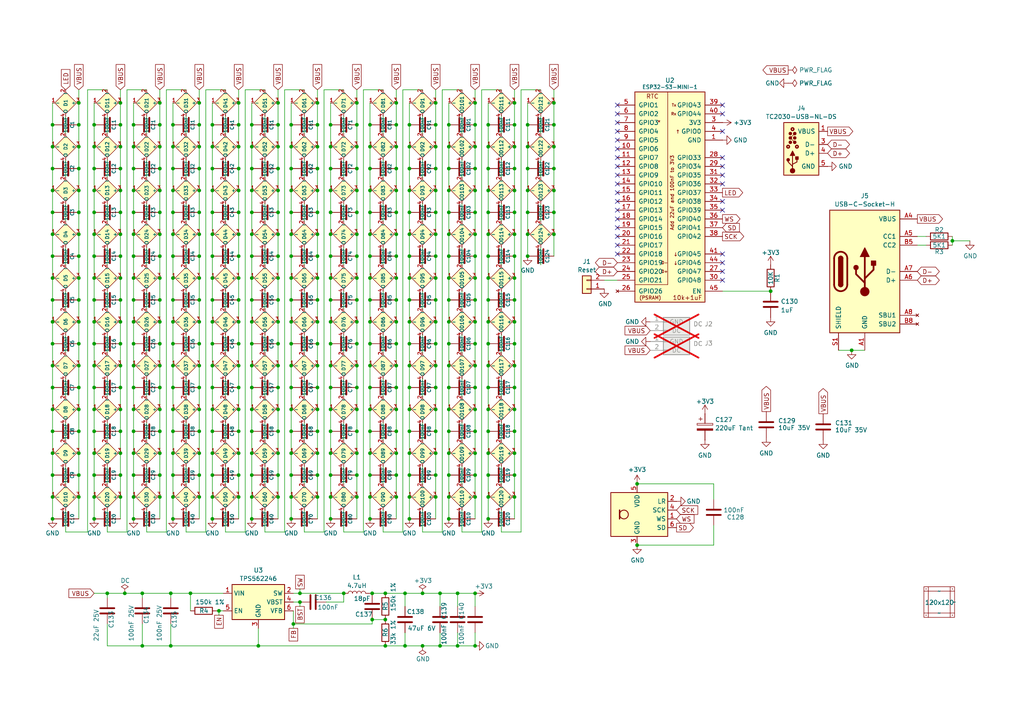
<source format=kicad_sch>
(kicad_sch (version 20250114) (generator "eeschema") (generator_version "9.0")
  (paper "A4")
  (title_block (title "LED ring coaster") (date "${DATE}") (rev "1") (comment 1 "@revk@toot.me.uk") (comment 2 "www.me.uk"))
  (junction (at 103.505 67.945))
  (junction (at 50.165 112.395))
  (junction (at 160.655 29.845))
  (junction (at 50.165 55.245))
  (junction (at 84.455 106.045))
  (junction (at 114.935 80.645))
  (junction (at 80.645 48.895))
  (junction (at 141.605 36.195))
  (junction (at 153.035 55.245))
  (junction (at 80.645 137.795))
  (junction (at 118.745 93.345))
  (junction (at 73.025 112.395))
  (junction (at 69.215 86.995))
  (junction (at 57.785 125.095))
  (junction (at 107.315 144.145))
  (junction (at 46.355 99.695))
  (junction (at 130.175 55.245))
  (junction (at 137.795 187.325))
  (junction (at 92.075 67.945))
  (junction (at 137.795 118.745))
  (junction (at 84.455 55.245))
  (junction (at 103.505 93.345))
  (junction (at 57.785 80.645))
  (junction (at 137.795 86.995))
  (junction (at 22.86 131.445))
  (junction (at 130.175 42.545))
  (junction (at 111.76 179.705))
  (junction (at 22.86 48.895))
  (junction (at 132.715 172.085))
  (junction (at 122.555 172.085))
  (junction (at 73.025 74.295))
  (junction (at 69.215 112.395))
  (junction (at 84.455 125.095))
  (junction (at 118.745 106.045))
  (junction (at 34.925 61.595))
  (junction (at 27.305 48.895))
  (junction (at 84.455 74.295))
  (junction (at 34.925 93.345))
  (junction (at 61.595 150.495))
  (junction (at 22.86 118.745))
  (junction (at 114.935 144.145))
  (junction (at 61.595 36.195))
  (junction (at 118.745 112.395))
  (junction (at 137.795 125.095))
  (junction (at 22.86 67.945))
  (junction (at 57.785 137.795))
  (junction (at 149.225 137.795))
  (junction (at 107.315 48.895))
  (junction (at 49.53 172.085))
  (junction (at 141.605 112.395))
  (junction (at 80.645 29.845))
  (junction (at 69.215 99.695))
  (junction (at 137.795 55.245))
  (junction (at 50.165 80.645))
  (junction (at 103.505 99.695))
  (junction (at 27.305 36.195))
  (junction (at 50.165 106.045))
  (junction (at 31.115 172.085))
  (junction (at 92.075 55.245))
  (junction (at 15.24 125.095))
  (junction (at 107.315 80.645))
  (junction (at 137.795 172.085))
  (junction (at 55.245 172.085))
  (junction (at 80.645 67.945))
  (junction (at 118.745 150.495))
  (junction (at 15.24 42.545))
  (junction (at 27.305 93.345))
  (junction (at 61.595 61.595))
  (junction (at 149.225 55.245))
  (junction (at 57.785 93.345))
  (junction (at 80.645 131.445))
  (junction (at 61.595 118.745))
  (junction (at 27.305 67.945))
  (junction (at 126.365 67.945))
  (junction (at 95.885 80.645))
  (junction (at 114.935 86.995))
  (junction (at 149.225 118.745))
  (junction (at 38.735 80.645))
  (junction (at 92.075 42.545))
  (junction (at 22.86 112.395))
  (junction (at 126.365 118.745))
  (junction (at 15.24 99.695))
  (junction (at 57.785 144.145))
  (junction (at 34.925 99.695))
  (junction (at 127.635 187.325))
  (junction (at 103.505 125.095))
  (junction (at 15.24 137.795))
  (junction (at 118.745 118.745))
  (junction (at 92.075 29.845))
  (junction (at 69.215 125.095))
  (junction (at 69.215 93.345))
  (junction (at 57.785 74.295))
  (junction (at 38.735 48.895))
  (junction (at 57.785 67.945))
  (junction (at 61.595 131.445))
  (junction (at 27.305 80.645))
  (junction (at 107.95 172.085))
  (junction (at 69.215 29.845))
  (junction (at 107.315 36.195))
  (junction (at 99.695 172.085))
  (junction (at 137.795 144.145))
  (junction (at 22.86 93.345))
  (junction (at 141.605 86.995))
  (junction (at 137.795 99.695))
  (junction (at 34.925 36.195))
  (junction (at 22.86 137.795))
  (junction (at 103.505 106.045))
  (junction (at 80.645 42.545))
  (junction (at 95.885 118.745))
  (junction (at 137.795 29.845))
  (junction (at 118.745 137.795))
  (junction (at 57.785 61.595))
  (junction (at 92.075 131.445))
  (junction (at 46.355 144.145))
  (junction (at 149.225 125.095))
  (junction (at 107.315 74.295))
  (junction (at 160.655 42.545))
  (junction (at 22.86 80.645))
  (junction (at 141.605 99.695))
  (junction (at 92.075 99.695))
  (junction (at 92.075 137.795))
  (junction (at 111.76 172.085))
  (junction (at 73.025 48.895))
  (junction (at 103.505 144.145))
  (junction (at 84.455 36.195))
  (junction (at 34.925 55.245))
  (junction (at 118.745 61.595))
  (junction (at 80.645 125.095))
  (junction (at 50.165 137.795))
  (junction (at 57.785 55.245))
  (junction (at 57.785 36.195))
  (junction (at 80.645 61.595))
  (junction (at 107.315 99.695))
  (junction (at 114.935 99.695))
  (junction (at 50.165 86.995))
  (junction (at 38.735 137.795))
  (junction (at 130.175 67.945))
  (junction (at 34.925 118.745))
  (junction (at 86.995 174.625))
  (junction (at 126.365 48.895))
  (junction (at 73.025 93.345))
  (junction (at 118.745 125.095))
  (junction (at 50.165 125.095))
  (junction (at 38.735 93.345))
  (junction (at 84.455 93.345))
  (junction (at 73.025 67.945))
  (junction (at 69.215 61.595))
  (junction (at 61.595 99.695))
  (junction (at 130.175 112.395))
  (junction (at 46.355 61.595))
  (junction (at 114.935 55.245))
  (junction (at 46.355 125.095))
  (junction (at 46.355 48.895))
  (junction (at 80.645 112.395))
  (junction (at 84.455 118.745))
  (junction (at 111.76 187.325))
  (junction (at 114.935 61.595))
  (junction (at 114.935 42.545))
  (junction (at 61.595 67.945))
  (junction (at 103.505 48.895))
  (junction (at 49.53 187.325))
  (junction (at 184.785 140.335))
  (junction (at 50.165 144.145))
  (junction (at 73.025 80.645))
  (junction (at 92.075 61.595))
  (junction (at 34.925 125.095))
  (junction (at 126.365 55.245))
  (junction (at 50.165 93.345))
  (junction (at 73.025 137.795))
  (junction (at 141.605 118.745))
  (junction (at 137.795 93.345))
  (junction (at 34.925 112.395))
  (junction (at 73.025 55.245))
  (junction (at 107.315 131.445))
  (junction (at 15.24 55.245))
  (junction (at 137.795 112.395))
  (junction (at 50.165 150.495))
  (junction (at 61.595 55.245))
  (junction (at 80.645 118.745))
  (junction (at 46.355 55.245))
  (junction (at 22.86 86.995))
  (junction (at 118.745 36.195))
  (junction (at 15.24 74.295))
  (junction (at 38.735 144.145))
  (junction (at 130.175 48.895))
  (junction (at 126.365 29.845))
  (junction (at 149.225 67.945))
  (junction (at 69.215 106.045))
  (junction (at 73.025 42.545))
  (junction (at 69.215 80.645))
  (junction (at 103.505 112.395))
  (junction (at 107.315 55.245))
  (junction (at 130.175 36.195))
  (junction (at 61.595 42.545))
  (junction (at 137.795 137.795))
  (junction (at 84.455 42.545))
  (junction (at 86.995 172.085))
  (junction (at 149.225 74.295))
  (junction (at 118.745 86.995))
  (junction (at 126.365 144.145))
  (junction (at 69.215 144.145))
  (junction (at 149.225 86.995))
  (junction (at 80.645 74.295))
  (junction (at 80.645 99.695))
  (junction (at 57.785 48.895))
  (junction (at 61.595 106.045))
  (junction (at 130.175 93.345))
  (junction (at 153.035 36.195))
  (junction (at 46.355 106.045))
  (junction (at 38.735 99.695))
  (junction (at 153.035 74.295))
  (junction (at 103.505 86.995))
  (junction (at 22.86 74.295))
  (junction (at 73.025 125.095))
  (junction (at 34.925 137.795))
  (junction (at 27.305 86.995))
  (junction (at 126.365 106.045))
  (junction (at 114.935 118.745))
  (junction (at 50.165 118.745))
  (junction (at 118.745 131.445))
  (junction (at 95.885 106.045))
  (junction (at 137.795 61.595))
  (junction (at 84.455 150.495))
  (junction (at 57.785 118.745))
  (junction (at 103.505 131.445))
  (junction (at 15.24 144.145))
  (junction (at 130.175 74.295))
  (junction (at 38.735 42.545))
  (junction (at 73.025 86.995))
  (junction (at 149.225 36.195))
  (junction (at 50.165 48.895))
  (junction (at 107.315 125.095))
  (junction (at 27.305 112.395))
  (junction (at 103.505 137.795))
  (junction (at 61.595 74.295))
  (junction (at 107.95 179.705))
  (junction (at 107.315 118.745))
  (junction (at 141.605 74.295))
  (junction (at 22.86 29.845))
  (junction (at 34.925 67.945))
  (junction (at 114.935 93.345))
  (junction (at 84.455 144.145))
  (junction (at 118.745 48.895))
  (junction (at 247.015 101.6))
  (junction (at 153.035 61.595))
  (junction (at 160.655 36.195))
  (junction (at 95.885 36.195))
  (junction (at 95.885 86.995))
  (junction (at 61.595 137.795))
  (junction (at 126.365 61.595))
  (junction (at 118.745 144.145))
  (junction (at 149.225 144.145))
  (junction (at 38.735 106.045))
  (junction (at 118.745 67.945))
  (junction (at 69.215 118.745))
  (junction (at 63.5 177.165))
  (junction (at 15.24 67.945))
  (junction (at 34.925 42.545))
  (junction (at 73.025 61.595))
  (junction (at 41.275 187.325))
  (junction (at 137.795 67.945))
  (junction (at 38.735 86.995))
  (junction (at 130.175 131.445))
  (junction (at 153.035 42.545))
  (junction (at 84.455 48.895))
  (junction (at 95.885 48.895))
  (junction (at 61.595 93.345))
  (junction (at 103.505 29.845))
  (junction (at 92.075 118.745))
  (junction (at 80.645 106.045))
  (junction (at 22.86 42.545))
  (junction (at 118.745 99.695))
  (junction (at 114.935 36.195))
  (junction (at 27.305 42.545))
  (junction (at 50.165 36.195))
  (junction (at 46.355 137.795))
  (junction (at 95.885 150.495))
  (junction (at 38.735 36.195))
  (junction (at 41.275 172.085))
  (junction (at 69.215 48.895))
  (junction (at 50.165 61.595))
  (junction (at 107.315 93.345))
  (junction (at 149.225 131.445))
  (junction (at 160.655 67.945))
  (junction (at 126.365 86.995))
  (junction (at 223.52 84.455))
  (junction (at 149.225 112.395))
  (junction (at 84.455 99.695))
  (junction (at 92.075 144.145))
  (junction (at 69.215 67.945))
  (junction (at 34.925 106.045))
  (junction (at 141.605 61.595))
  (junction (at 103.505 74.295))
  (junction (at 95.885 42.545))
  (junction (at 15.24 61.595))
  (junction (at 92.075 36.195))
  (junction (at 80.645 144.145))
  (junction (at 149.225 93.345))
  (junction (at 27.305 118.745))
  (junction (at 27.305 150.495))
  (junction (at 15.24 106.045))
  (junction (at 22.86 106.045))
  (junction (at 103.505 80.645))
  (junction (at 34.925 144.145))
  (junction (at 50.165 42.545))
  (junction (at 69.215 131.445))
  (junction (at 34.925 48.895))
  (junction (at 103.505 61.595))
  (junction (at 149.225 29.845))
  (junction (at 27.305 106.045))
  (junction (at 126.365 137.795))
  (junction (at 38.735 67.945))
  (junction (at 34.925 131.445))
  (junction (at 149.225 48.895))
  (junction (at 160.655 55.245))
  (junction (at 126.365 36.195))
  (junction (at 126.365 112.395))
  (junction (at 130.175 80.645))
  (junction (at 27.305 137.795))
  (junction (at 84.455 86.995))
  (junction (at 69.215 55.245))
  (junction (at 50.165 67.945))
  (junction (at 130.175 125.095))
  (junction (at 85.09 180.975))
  (junction (at 46.355 36.195))
  (junction (at 22.86 125.095))
  (junction (at 46.355 131.445))
  (junction (at 126.365 93.345))
  (junction (at 80.645 36.195))
  (junction (at 126.365 131.445))
  (junction (at 137.795 74.295))
  (junction (at 92.075 106.045))
  (junction (at 149.225 42.545))
  (junction (at 84.455 137.795))
  (junction (at 95.885 55.245))
  (junction (at 46.355 112.395))
  (junction (at 103.505 42.545))
  (junction (at 107.315 42.545))
  (junction (at 132.715 187.325))
  (junction (at 34.925 80.645))
  (junction (at 107.315 137.795))
  (junction (at 114.935 137.795))
  (junction (at 141.605 48.895))
  (junction (at 84.455 67.945))
  (junction (at 95.885 99.695))
  (junction (at 80.645 93.345))
  (junction (at 38.735 74.295))
  (junction (at 130.175 118.745))
  (junction (at 15.24 48.895))
  (junction (at 126.365 74.295))
  (junction (at 57.785 131.445))
  (junction (at 80.645 86.995))
  (junction (at 117.475 172.085))
  (junction (at 130.175 106.045))
  (junction (at 22.86 61.595))
  (junction (at 137.795 131.445))
  (junction (at 149.225 106.045))
  (junction (at 61.595 86.995))
  (junction (at 46.355 86.995))
  (junction (at 149.225 61.595))
  (junction (at 141.605 150.495))
  (junction (at 36.195 172.085))
  (junction (at 46.355 80.645))
  (junction (at 73.025 144.145))
  (junction (at 141.605 80.645))
  (junction (at 69.215 74.295))
  (junction (at 80.645 80.645))
  (junction (at 130.175 61.595))
  (junction (at 141.605 67.945))
  (junction (at 92.075 93.345))
  (junction (at 61.595 48.895))
  (junction (at 114.935 125.095))
  (junction (at 126.365 42.545))
  (junction (at 92.075 112.395))
  (junction (at 149.225 99.695))
  (junction (at 50.165 99.695))
  (junction (at 74.93 187.325))
  (junction (at 38.735 118.745))
  (junction (at 137.795 80.645))
  (junction (at 122.555 187.325))
  (junction (at 46.355 29.845))
  (junction (at 46.355 93.345))
  (junction (at 80.645 55.245))
  (junction (at 15.24 36.195))
  (junction (at 141.605 55.245))
  (junction (at 73.025 131.445))
  (junction (at 130.175 99.695))
  (junction (at 22.86 144.145))
  (junction (at 160.655 48.895))
  (junction (at 95.885 67.945))
  (junction (at 114.935 74.295))
  (junction (at 114.935 131.445))
  (junction (at 61.595 144.145))
  (junction (at 130.175 144.145))
  (junction (at 15.24 86.995))
  (junction (at 118.745 55.245))
  (junction (at 34.925 74.295))
  (junction (at 276.225 69.85))
  (junction (at 137.795 48.895))
  (junction (at 95.885 93.345))
  (junction (at 61.595 80.645))
  (junction (at 118.745 74.295))
  (junction (at 57.785 112.395))
  (junction (at 73.025 106.045))
  (junction (at 114.935 67.945))
  (junction (at 69.215 137.795))
  (junction (at 73.025 150.495))
  (junction (at 46.355 118.745))
  (junction (at 95.885 125.095))
  (junction (at 50.165 131.445))
  (junction (at 15.24 93.345))
  (junction (at 73.025 118.745))
  (junction (at 107.315 106.045))
  (junction (at 141.605 137.795))
  (junction (at 137.795 106.045))
  (junction (at 46.355 67.945))
  (junction (at 107.315 86.995))
  (junction (at 107.315 67.945))
  (junction (at 95.885 137.795))
  (junction (at 126.365 80.645))
  (junction (at 38.735 131.445))
  (junction (at 149.225 80.645))
  (junction (at 130.175 137.795))
  (junction (at 114.935 29.845))
  (junction (at 61.595 125.095))
  (junction (at 141.605 144.145))
  (junction (at 15.24 112.395))
  (junction (at 141.605 125.095))
  (junction (at 95.885 131.445))
  (junction (at 34.925 86.995))
  (junction (at 38.735 125.095))
  (junction (at 103.505 36.195))
  (junction (at 141.605 93.345))
  (junction (at 57.785 29.845))
  (junction (at 27.305 125.095))
  (junction (at 107.315 112.395))
  (junction (at 15.24 150.495))
  (junction (at 153.035 48.895))
  (junction (at 15.24 118.745))
  (junction (at 84.455 131.445))
  (junction (at 34.925 29.845))
  (junction (at 126.365 125.095))
  (junction (at 118.745 80.645))
  (junction (at 114.935 48.895))
  (junction (at 114.935 112.395))
  (junction (at 127.635 172.085))
  (junction (at 107.315 61.595))
  (junction (at 141.605 42.545))
  (junction (at 92.075 80.645))
  (junction (at 114.935 106.045))
  (junction (at 15.24 80.645))
  (junction (at 38.735 61.595))
  (junction (at 107.315 150.495))
  (junction (at 95.885 61.595))
  (junction (at 50.165 74.295))
  (junction (at 92.075 74.295))
  (junction (at 141.605 106.045))
  (junction (at 22.86 55.245))
  (junction (at 103.505 118.745))
  (junction (at 22.86 36.195))
  (junction (at 184.785 158.115))
  (junction (at 27.305 61.595))
  (junction (at 153.035 67.945))
  (junction (at 141.605 131.445))
  (junction (at 103.505 55.245))
  (junction (at 137.795 42.545))
  (junction (at 130.175 150.495))
  (junction (at 73.025 99.695))
  (junction (at 57.785 42.545))
  (junction (at 69.215 36.195))
  (junction (at 57.785 106.045))
  (junction (at 22.86 99.695))
  (junction (at 95.885 112.395))
  (junction (at 73.025 36.195))
  (junction (at 38.735 112.395))
  (junction (at 27.305 55.245))
  (junction (at 95.885 74.295))
  (junction (at 27.305 74.295))
  (junction (at 69.215 42.545))
  (junction (at 38.735 150.495))
  (junction (at 118.745 42.545))
  (junction (at 92.075 125.095))
  (junction (at 92.075 86.995))
  (junction (at 130.175 86.995))
  (junction (at 57.785 99.695))
  (junction (at 57.785 86.995))
  (junction (at 27.305 131.445))
  (junction (at 61.595 112.395))
  (junction (at 84.455 61.595))
  (junction (at 95.885 144.145))
  (junction (at 84.455 80.645))
  (junction (at 126.365 99.695))
  (junction (at 27.305 99.695))
  (junction (at 137.795 36.195))
  (junction (at 38.735 55.245))
  (junction (at 92.075 48.895))
  (junction (at 27.305 144.145))
  (junction (at 46.355 74.295))
  (junction (at 117.475 187.325))
  (junction (at 46.355 42.545))
  (junction (at 15.24 131.445))
  (junction (at 160.655 61.595))
  (junction (at 84.455 112.395))
  (no_connect (at 179.07 68.58))
  (no_connect (at 179.07 66.04))
  (no_connect (at 179.07 50.8))
  (no_connect (at 209.55 45.72))
  (no_connect (at 209.55 58.42))
  (no_connect (at 209.55 73.66))
  (no_connect (at 209.55 50.8))
  (no_connect (at 179.07 58.42))
  (no_connect (at 209.55 76.2))
  (no_connect (at 179.07 63.5))
  (no_connect (at 179.07 35.56))
  (no_connect (at 179.07 30.48))
  (no_connect (at 179.07 45.72))
  (no_connect (at 209.55 53.34))
  (no_connect (at 209.55 60.96))
  (no_connect (at 179.07 71.12))
  (no_connect (at 179.07 53.34))
  (no_connect (at 209.55 81.28))
  (no_connect (at 179.07 48.26))
  (no_connect (at 179.07 38.1))
  (no_connect (at 209.55 48.26))
  (no_connect (at 179.07 40.64))
  (no_connect (at 209.55 30.48))
  (no_connect (at 179.07 55.88))
  (no_connect (at 209.55 38.1))
  (no_connect (at 179.07 33.02))
  (no_connect (at 179.07 43.18))
  (no_connect (at 179.07 60.96))
  (no_connect (at 209.55 78.74))
  (no_connect (at 179.07 73.66))
  (no_connect (at 209.55 33.02))
  (wire (pts (xy 73.025 86.995) (xy 73.025 93.345)))
  (wire (pts (xy 145.415 46.355) (xy 145.415 51.435)))
  (wire (pts (xy 145.415 59.055) (xy 145.415 64.135)))
  (wire (pts (xy 27.305 125.095) (xy 27.305 131.445)))
  (wire (pts (xy 46.355 80.645) (xy 46.355 86.995)))
  (wire (pts (xy 69.215 144.145) (xy 69.215 150.495)))
  (wire (pts (xy 126.365 55.245) (xy 126.365 61.595)))
  (wire (pts (xy 69.215 26.035) (xy 69.215 29.845)))
  (wire (pts (xy 151.13 154.305) (xy 145.415 154.305)))
  (wire (pts (xy 61.595 74.295) (xy 61.595 80.645)))
  (wire (pts (xy 69.215 118.745) (xy 69.215 125.095)))
  (wire (pts (xy 103.505 80.645) (xy 103.505 86.995)))
  (wire (pts (xy 61.595 118.745) (xy 61.595 125.095)))
  (wire (pts (xy 107.315 80.645) (xy 107.315 86.995)))
  (wire (pts (xy 61.595 42.545) (xy 61.595 48.895)))
  (wire (pts (xy 127.635 172.085) (xy 132.715 172.085)))
  (wire (pts (xy 46.355 29.845) (xy 46.355 36.195)))
  (wire (pts (xy 153.035 29.845) (xy 153.035 36.195)))
  (wire (pts (xy 122.555 135.255) (xy 122.555 140.335)))
  (wire (pts (xy 31.115 84.455) (xy 31.115 89.535)))
  (wire (pts (xy 27.305 36.195) (xy 27.305 42.545)))
  (wire (pts (xy 27.305 131.445) (xy 27.305 137.795)))
  (wire (pts (xy 184.785 158.115) (xy 207.01 158.115)))
  (wire (pts (xy 73.025 118.745) (xy 73.025 125.095)))
  (wire (pts (xy 65.405 109.855) (xy 65.405 114.935)))
  (wire (pts (xy 15.24 99.695) (xy 15.24 106.045)))
  (wire (pts (xy 61.595 144.145) (xy 61.595 150.495)))
  (wire (pts (xy 85.09 180.975) (xy 107.95 180.975)))
  (wire (pts (xy 103.505 144.145) (xy 103.505 150.495)))
  (wire (pts (xy 19.05 71.755) (xy 19.05 76.835)))
  (wire (pts (xy 86.995 172.085) (xy 99.695 172.085)))
  (wire (pts (xy 38.735 36.195) (xy 38.735 42.545)))
  (wire (pts (xy 42.545 46.355) (xy 42.545 51.435)))
  (wire (pts (xy 107.315 86.995) (xy 107.315 93.345)))
  (wire (pts (xy 130.175 86.995) (xy 130.175 93.345)))
  (wire (pts (xy 84.455 144.145) (xy 84.455 150.495)))
  (wire (pts (xy 130.175 99.695) (xy 130.175 106.045)))
  (wire (pts (xy 137.795 80.645) (xy 137.795 86.995)))
  (wire (pts (xy 103.505 118.745) (xy 103.505 125.095)))
  (wire (pts (xy 276.225 68.58) (xy 276.225 69.85)))
  (wire (pts (xy 25.4 26.035) (xy 25.4 154.305)))
  (wire (pts (xy 149.225 36.195) (xy 149.225 42.545)))
  (wire (pts (xy 114.935 36.195) (xy 114.935 42.545)))
  (wire (pts (xy 114.935 112.395) (xy 114.935 118.745)))
  (wire (pts (xy 149.225 112.395) (xy 149.225 118.745)))
  (wire (pts (xy 73.025 112.395) (xy 73.025 118.745)))
  (wire (pts (xy 114.935 26.035) (xy 114.935 29.845)))
  (wire (pts (xy 133.985 122.555) (xy 133.985 127.635)))
  (wire (pts (xy 92.075 93.345) (xy 92.075 99.695)))
  (wire (pts (xy 53.975 26.035) (xy 48.26 26.035)))
  (wire (pts (xy 118.745 74.295) (xy 118.745 80.645)))
  (wire (pts (xy 130.175 125.095) (xy 130.175 131.445)))
  (wire (pts (xy 36.83 154.305) (xy 31.115 154.305)))
  (wire (pts (xy 65.405 59.055) (xy 65.405 64.135)))
  (wire (pts (xy 15.24 93.345) (xy 15.24 99.695)))
  (wire (pts (xy 111.125 84.455) (xy 111.125 89.535)))
  (wire (pts (xy 19.05 109.855) (xy 19.05 114.935)))
  (wire (pts (xy 132.715 172.085) (xy 137.795 172.085)))
  (wire (pts (xy 50.165 112.395) (xy 50.165 118.745)))
  (wire (pts (xy 76.835 97.155) (xy 76.835 102.235)))
  (wire (pts (xy 95.885 112.395) (xy 95.885 118.745)))
  (wire (pts (xy 34.925 106.045) (xy 34.925 112.395)))
  (wire (pts (xy 160.655 42.545) (xy 160.655 48.895)))
  (wire (pts (xy 95.885 93.345) (xy 95.885 99.695)))
  (wire (pts (xy 42.545 97.155) (xy 42.545 102.235)))
  (wire (pts (xy 151.13 26.035) (xy 151.13 154.305)))
  (wire (pts (xy 92.075 99.695) (xy 92.075 106.045)))
  (wire (pts (xy 22.86 125.095) (xy 22.86 131.445)))
  (wire (pts (xy 15.24 55.245) (xy 15.24 61.595)))
  (wire (pts (xy 92.075 48.895) (xy 92.075 55.245)))
  (wire (pts (xy 130.175 67.945) (xy 130.175 74.295)))
  (wire (pts (xy 95.885 118.745) (xy 95.885 125.095)))
  (wire (pts (xy 34.925 29.845) (xy 34.925 36.195)))
  (wire (pts (xy 22.86 99.695) (xy 22.86 106.045)))
  (wire (pts (xy 50.165 55.245) (xy 50.165 61.595)))
  (wire (pts (xy 145.415 122.555) (xy 145.415 127.635)))
  (wire (pts (xy 65.405 46.355) (xy 65.405 51.435)))
  (wire (pts (xy 141.605 93.345) (xy 141.605 99.695)))
  (wire (pts (xy 69.215 67.945) (xy 69.215 74.295)))
  (wire (pts (xy 209.55 84.455) (xy 223.52 84.455)))
  (wire (pts (xy 118.745 125.095) (xy 118.745 131.445)))
  (wire (pts (xy 38.735 29.845) (xy 38.735 36.195)))
  (wire (pts (xy 31.115 59.055) (xy 31.115 64.135)))
  (wire (pts (xy 53.975 46.355) (xy 53.975 51.435)))
  (wire (pts (xy 156.845 46.355) (xy 156.845 51.435)))
  (wire (pts (xy 92.075 125.095) (xy 92.075 131.445)))
  (wire (pts (xy 46.355 86.995) (xy 46.355 93.345)))
  (wire (pts (xy 50.165 137.795) (xy 50.165 144.145)))
  (wire (pts (xy 137.795 112.395) (xy 137.795 118.745)))
  (wire (pts (xy 133.985 71.755) (xy 133.985 76.835)))
  (wire (pts (xy 92.075 74.295) (xy 92.075 80.645)))
  (wire (pts (xy 38.735 144.145) (xy 38.735 150.495)))
  (wire (pts (xy 118.745 29.845) (xy 118.745 36.195)))
  (wire (pts (xy 63.5 178.435) (xy 63.5 177.165)))
  (wire (pts (xy 53.975 147.955) (xy 53.975 154.305)))
  (wire (pts (xy 130.175 61.595) (xy 130.175 67.945)))
  (wire (pts (xy 57.785 74.295) (xy 57.785 80.645)))
  (wire (pts (xy 22.86 137.795) (xy 22.86 144.145)))
  (wire (pts (xy 128.27 154.305) (xy 122.555 154.305)))
  (wire (pts (xy 22.86 67.945) (xy 22.86 74.295)))
  (wire (pts (xy 130.175 93.345) (xy 130.175 99.695)))
  (wire (pts (xy 128.27 26.035) (xy 128.27 154.305)))
  (wire (pts (xy 149.225 106.045) (xy 149.225 112.395)))
  (wire (pts (xy 19.05 46.355) (xy 19.05 51.435)))
  (wire (pts (xy 107.315 42.545) (xy 107.315 48.895)))
  (wire (pts (xy 50.165 42.545) (xy 50.165 48.895)))
  (wire (pts (xy 88.265 109.855) (xy 88.265 114.935)))
  (wire (pts (xy 114.935 61.595) (xy 114.935 67.945)))
  (wire (pts (xy 95.885 36.195) (xy 95.885 42.545)))
  (wire (pts (xy 80.645 144.145) (xy 80.645 150.495)))
  (wire (pts (xy 49.53 172.085) (xy 55.245 172.085)))
  (wire (pts (xy 38.735 67.945) (xy 38.735 74.295)))
  (wire (pts (xy 53.975 71.755) (xy 53.975 76.835)))
  (wire (pts (xy 141.605 137.795) (xy 141.605 144.145)))
  (wire (pts (xy 57.785 80.645) (xy 57.785 86.995)))
  (wire (pts (xy 31.115 33.655) (xy 31.115 38.735)))
  (wire (pts (xy 42.545 84.455) (xy 42.545 89.535)))
  (wire (pts (xy 118.745 144.145) (xy 118.745 150.495)))
  (wire (pts (xy 156.845 59.055) (xy 156.845 64.135)))
  (wire (pts (xy 160.655 61.595) (xy 160.655 67.945)))
  (wire (pts (xy 76.835 122.555) (xy 76.835 127.635)))
  (wire (pts (xy 92.075 29.845) (xy 92.075 36.195)))
  (wire (pts (xy 74.93 187.325) (xy 74.93 182.245)))
  (wire (pts (xy 103.505 55.245) (xy 103.505 61.595)))
  (wire (pts (xy 103.505 67.945) (xy 103.505 74.295)))
  (wire (pts (xy 61.595 48.895) (xy 61.595 55.245)))
  (wire (pts (xy 114.935 99.695) (xy 114.935 106.045)))
  (wire (pts (xy 57.785 131.445) (xy 57.785 137.795)))
  (wire (pts (xy 99.695 147.955) (xy 99.695 154.305)))
  (wire (pts (xy 46.355 93.345) (xy 46.355 99.695)))
  (wire (pts (xy 92.075 61.595) (xy 92.075 67.945)))
  (wire (pts (xy 34.925 86.995) (xy 34.925 93.345)))
  (wire (pts (xy 80.645 74.295) (xy 80.645 80.645)))
  (wire (pts (xy 93.98 154.305) (xy 88.265 154.305)))
  (wire (pts (xy 141.605 112.395) (xy 141.605 118.745)))
  (wire (pts (xy 95.885 80.645) (xy 95.885 86.995)))
  (wire (pts (xy 92.075 36.195) (xy 92.075 42.545)))
  (wire (pts (xy 31.115 97.155) (xy 31.115 102.235)))
  (wire (pts (xy 149.225 118.745) (xy 149.225 125.095)))
  (wire (pts (xy 65.405 147.955) (xy 65.405 154.305)))
  (wire (pts (xy 31.115 172.085) (xy 31.115 173.355)))
  (wire (pts (xy 153.035 67.945) (xy 153.035 74.295)))
  (wire (pts (xy 57.785 99.695) (xy 57.785 106.045)))
  (wire (pts (xy 149.225 131.445) (xy 149.225 137.795)))
  (wire (pts (xy 65.405 135.255) (xy 65.405 140.335)))
  (wire (pts (xy 57.785 93.345) (xy 57.785 99.695)))
  (wire (pts (xy 130.175 55.245) (xy 130.175 61.595)))
  (wire (pts (xy 88.265 84.455) (xy 88.265 89.535)))
  (wire (pts (xy 122.555 26.035) (xy 116.84 26.035)))
  (wire (pts (xy 46.355 74.295) (xy 46.355 80.645)))
  (wire (pts (xy 141.605 118.745) (xy 141.605 125.095)))
  (wire (pts (xy 103.505 29.845) (xy 103.505 36.195)))
  (wire (pts (xy 103.505 112.395) (xy 103.505 118.745)))
  (wire (pts (xy 50.165 61.595) (xy 50.165 67.945)))
  (wire (pts (xy 141.605 106.045) (xy 141.605 112.395)))
  (wire (pts (xy 50.165 74.295) (xy 50.165 80.645)))
  (wire (pts (xy 107.315 55.245) (xy 107.315 61.595)))
  (wire (pts (xy 149.225 137.795) (xy 149.225 144.145)))
  (wire (pts (xy 149.225 29.845) (xy 149.225 36.195)))
  (wire (pts (xy 137.795 172.085) (xy 137.795 175.895)))
  (wire (pts (xy 117.475 172.085) (xy 122.555 172.085)))
  (wire (pts (xy 46.355 67.945) (xy 46.355 74.295)))
  (wire (pts (xy 80.645 26.035) (xy 80.645 29.845)))
  (wire (pts (xy 76.835 135.255) (xy 76.835 140.335)))
  (wire (pts (xy 141.605 48.895) (xy 141.605 55.245)))
  (wire (pts (xy 126.365 36.195) (xy 126.365 42.545)))
  (wire (pts (xy 207.01 158.115) (xy 207.01 152.4)))
  (wire (pts (xy 22.86 29.845) (xy 22.86 36.195)))
  (wire (pts (xy 50.165 144.145) (xy 50.165 150.495)))
  (wire (pts (xy 82.55 26.035) (xy 82.55 154.305)))
  (wire (pts (xy 133.985 33.655) (xy 133.985 38.735)))
  (wire (pts (xy 95.885 55.245) (xy 95.885 61.595)))
  (wire (pts (xy 92.075 137.795) (xy 92.075 144.145)))
  (wire (pts (xy 149.225 48.895) (xy 149.225 55.245)))
  (wire (pts (xy 38.735 74.295) (xy 38.735 80.645)))
  (wire (pts (xy 22.86 131.445) (xy 22.86 137.795)))
  (wire (pts (xy 80.645 48.895) (xy 80.645 55.245)))
  (wire (pts (xy 34.925 131.445) (xy 34.925 137.795)))
  (wire (pts (xy 22.86 93.345) (xy 22.86 99.695)))
  (wire (pts (xy 111.125 147.955) (xy 111.125 154.305)))
  (wire (pts (xy 57.785 36.195) (xy 57.785 42.545)))
  (wire (pts (xy 15.24 74.295) (xy 15.24 80.645)))
  (wire (pts (xy 71.12 26.035) (xy 71.12 154.305)))
  (wire (pts (xy 22.86 42.545) (xy 22.86 48.895)))
  (wire (pts (xy 149.225 125.095) (xy 149.225 131.445)))
  (wire (pts (xy 76.835 26.035) (xy 71.12 26.035)))
  (wire (pts (xy 266.065 71.12) (xy 268.605 71.12)))
  (wire (pts (xy 34.925 137.795) (xy 34.925 144.145)))
  (wire (pts (xy 50.165 99.695) (xy 50.165 106.045)))
  (wire (pts (xy 34.925 118.745) (xy 34.925 125.095)))
  (wire (pts (xy 61.595 93.345) (xy 61.595 99.695)))
  (wire (pts (xy 57.785 29.845) (xy 57.785 36.195)))
  (wire (pts (xy 34.925 42.545) (xy 34.925 48.895)))
  (wire (pts (xy 111.125 33.655) (xy 111.125 38.735)))
  (wire (pts (xy 149.225 99.695) (xy 149.225 106.045)))
  (wire (pts (xy 53.975 135.255) (xy 53.975 140.335)))
  (wire (pts (xy 31.115 122.555) (xy 31.115 127.635)))
  (wire (pts (xy 107.95 172.085) (xy 111.76 172.085)))
  (wire (pts (xy 50.165 125.095) (xy 50.165 131.445)))
  (wire (pts (xy 42.545 33.655) (xy 42.545 38.735)))
  (wire (pts (xy 141.605 144.145) (xy 141.605 150.495)))
  (wire (pts (xy 46.355 99.695) (xy 46.355 106.045)))
  (wire (pts (xy 111.76 172.085) (xy 117.475 172.085)))
  (wire (pts (xy 27.305 144.145) (xy 27.305 150.495)))
  (wire (pts (xy 31.115 172.085) (xy 36.195 172.085)))
  (wire (pts (xy 80.645 93.345) (xy 80.645 99.695)))
  (wire (pts (xy 38.735 80.645) (xy 38.735 86.995)))
  (wire (pts (xy 95.885 67.945) (xy 95.885 74.295)))
  (wire (pts (xy 118.745 106.045) (xy 118.745 112.395)))
  (wire (pts (xy 31.115 71.755) (xy 31.115 76.835)))
  (wire (pts (xy 38.735 131.445) (xy 38.735 137.795)))
  (wire (pts (xy 73.025 106.045) (xy 73.025 112.395)))
  (wire (pts (xy 114.935 125.095) (xy 114.935 131.445)))
  (wire (pts (xy 80.645 36.195) (xy 80.645 42.545)))
  (wire (pts (xy 84.455 48.895) (xy 84.455 55.245)))
  (wire (pts (xy 107.315 131.445) (xy 107.315 137.795)))
  (wire (pts (xy 111.125 122.555) (xy 111.125 127.635)))
  (wire (pts (xy 139.7 26.035) (xy 139.7 154.305)))
  (wire (pts (xy 41.275 172.085) (xy 49.53 172.085)))
  (wire (pts (xy 34.925 48.895) (xy 34.925 55.245)))
  (wire (pts (xy 137.795 42.545) (xy 137.795 48.895)))
  (wire (pts (xy 73.025 144.145) (xy 73.025 150.495)))
  (wire (pts (xy 118.745 99.695) (xy 118.745 106.045)))
  (wire (pts (xy 85.09 174.625) (xy 86.995 174.625)))
  (wire (pts (xy 22.86 118.745) (xy 22.86 125.095)))
  (wire (pts (xy 15.24 125.095) (xy 15.24 131.445)))
  (wire (pts (xy 93.98 26.035) (xy 93.98 154.305)))
  (wire (pts (xy 25.4 154.305) (xy 19.05 154.305)))
  (wire (pts (xy 145.415 33.655) (xy 145.415 38.735)))
  (wire (pts (xy 84.455 55.245) (xy 84.455 61.595)))
  (wire (pts (xy 122.555 59.055) (xy 122.555 64.135)))
  (wire (pts (xy 85.09 177.165) (xy 85.09 180.975)))
  (wire (pts (xy 62.865 177.165) (xy 63.5 177.165)))
  (wire (pts (xy 65.405 26.035) (xy 59.69 26.035)))
  (wire (pts (xy 88.265 135.255) (xy 88.265 140.335)))
  (wire (pts (xy 107.315 144.145) (xy 107.315 150.495)))
  (wire (pts (xy 95.885 99.695) (xy 95.885 106.045)))
  (wire (pts (xy 99.695 135.255) (xy 99.695 140.335)))
  (wire (pts (xy 57.785 48.895) (xy 57.785 55.245)))
  (wire (pts (xy 126.365 29.845) (xy 126.365 36.195)))
  (wire (pts (xy 38.735 42.545) (xy 38.735 48.895)))
  (wire (pts (xy 126.365 74.295) (xy 126.365 80.645)))
  (wire (pts (xy 126.365 99.695) (xy 126.365 106.045)))
  (wire (pts (xy 149.225 61.595) (xy 149.225 67.945)))
  (wire (pts (xy 126.365 80.645) (xy 126.365 86.995)))
  (wire (pts (xy 69.215 125.095) (xy 69.215 131.445)))
  (wire (pts (xy 61.595 125.095) (xy 61.595 131.445)))
  (wire (pts (xy 15.24 131.445) (xy 15.24 137.795)))
  (wire (pts (xy 57.785 55.245) (xy 57.785 61.595)))
  (wire (pts (xy 34.925 112.395) (xy 34.925 118.745)))
  (wire (pts (xy 69.215 137.795) (xy 69.215 144.145)))
  (wire (pts (xy 76.835 71.755) (xy 76.835 76.835)))
  (wire (pts (xy 137.795 29.845) (xy 137.795 36.195)))
  (wire (pts (xy 160.655 26.035) (xy 160.655 29.845)))
  (wire (pts (xy 76.835 59.055) (xy 76.835 64.135)))
  (wire (pts (xy 107.315 112.395) (xy 107.315 118.745)))
  (wire (pts (xy 38.735 125.095) (xy 38.735 131.445)))
  (wire (pts (xy 73.025 61.595) (xy 73.025 67.945)))
  (wire (pts (xy 85.09 180.975) (xy 85.09 182.245)))
  (wire (pts (xy 156.845 26.035) (xy 151.13 26.035)))
  (wire (pts (xy 105.41 26.035) (xy 105.41 154.305)))
  (wire (pts (xy 149.225 93.345) (xy 149.225 99.695)))
  (wire (pts (xy 207.01 140.335) (xy 207.01 144.78)))
  (wire (pts (xy 130.175 144.145) (xy 130.175 150.495)))
  (wire (pts (xy 57.785 112.395) (xy 57.785 118.745)))
  (wire (pts (xy 69.215 80.645) (xy 69.215 86.995)))
  (wire (pts (xy 107.95 179.705) (xy 111.76 179.705)))
  (wire (pts (xy 114.935 131.445) (xy 114.935 137.795)))
  (wire (pts (xy 73.025 55.245) (xy 73.025 61.595)))
  (wire (pts (xy 61.595 99.695) (xy 61.595 106.045)))
  (wire (pts (xy 130.175 48.895) (xy 130.175 55.245)))
  (wire (pts (xy 38.735 55.245) (xy 38.735 61.595)))
  (wire (pts (xy 34.925 67.945) (xy 34.925 74.295)))
  (wire (pts (xy 15.24 67.945) (xy 15.24 74.295)))
  (wire (pts (xy 22.86 48.895) (xy 22.86 55.245)))
  (wire (pts (xy 95.885 106.045) (xy 95.885 112.395)))
  (wire (pts (xy 114.935 55.245) (xy 114.935 61.595)))
  (wire (pts (xy 42.545 26.035) (xy 36.83 26.035)))
  (wire (pts (xy 92.075 106.045) (xy 92.075 112.395)))
  (wire (pts (xy 126.365 26.035) (xy 126.365 29.845)))
  (wire (pts (xy 61.595 61.595) (xy 61.595 67.945)))
  (wire (pts (xy 145.415 26.035) (xy 139.7 26.035)))
  (wire (pts (xy 117.475 187.325) (xy 117.475 183.515)))
  (wire (pts (xy 99.695 122.555) (xy 99.695 127.635)))
  (wire (pts (xy 76.835 33.655) (xy 76.835 38.735)))
  (wire (pts (xy 111.125 109.855) (xy 111.125 114.935)))
  (wire (pts (xy 19.05 97.155) (xy 19.05 102.235)))
  (wire (pts (xy 107.315 118.745) (xy 107.315 125.095)))
  (wire (pts (xy 160.655 48.895) (xy 160.655 55.245)))
  (wire (pts (xy 111.125 71.755) (xy 111.125 76.835)))
  (wire (pts (xy 107.315 106.045) (xy 107.315 112.395)))
  (wire (pts (xy 27.305 29.845) (xy 27.305 36.195)))
  (wire (pts (xy 160.655 67.945) (xy 160.655 74.295)))
  (wire (pts (xy 88.265 33.655) (xy 88.265 38.735)))
  (wire (pts (xy 38.735 86.995) (xy 38.735 93.345)))
  (wire (pts (xy 92.075 112.395) (xy 92.075 118.745)))
  (wire (pts (xy 156.845 33.655) (xy 156.845 38.735)))
  (wire (pts (xy 84.455 125.095) (xy 84.455 131.445)))
  (wire (pts (xy 114.935 118.745) (xy 114.935 125.095)))
  (wire (pts (xy 65.405 84.455) (xy 65.405 89.535)))
  (wire (pts (xy 38.735 61.595) (xy 38.735 67.945)))
  (wire (pts (xy 27.305 86.995) (xy 27.305 93.345)))
  (wire (pts (xy 141.605 86.995) (xy 141.605 93.345)))
  (wire (pts (xy 137.795 131.445) (xy 137.795 137.795)))
  (wire (pts (xy 137.795 48.895) (xy 137.795 55.245)))
  (wire (pts (xy 103.505 74.295) (xy 103.505 80.645)))
  (wire (pts (xy 80.645 112.395) (xy 80.645 118.745)))
  (wire (pts (xy 22.86 106.045) (xy 22.86 112.395)))
  (wire (pts (xy 99.695 46.355) (xy 99.695 51.435)))
  (wire (pts (xy 46.355 131.445) (xy 46.355 137.795)))
  (wire (pts (xy 118.745 93.345) (xy 118.745 99.695)))
  (wire (pts (xy 149.225 144.145) (xy 149.225 150.495)))
  (wire (pts (xy 107.315 29.845) (xy 107.315 36.195)))
  (wire (pts (xy 82.55 154.305) (xy 76.835 154.305)))
  (wire (pts (xy 95.885 74.295) (xy 95.885 80.645)))
  (wire (pts (xy 137.795 93.345) (xy 137.795 99.695)))
  (wire (pts (xy 111.125 135.255) (xy 111.125 140.335)))
  (wire (pts (xy 15.24 42.545) (xy 15.24 48.895)))
  (wire (pts (xy 27.305 42.545) (xy 27.305 48.895)))
  (wire (pts (xy 84.455 118.745) (xy 84.455 125.095)))
  (wire (pts (xy 59.69 154.305) (xy 53.975 154.305)))
  (wire (pts (xy 61.595 137.795) (xy 61.595 144.145)))
  (wire (pts (xy 80.645 61.595) (xy 80.645 67.945)))
  (wire (pts (xy 88.265 97.155) (xy 88.265 102.235)))
  (wire (pts (xy 27.305 112.395) (xy 27.305 118.745)))
  (wire (pts (xy 114.935 93.345) (xy 114.935 99.695)))
  (wire (pts (xy 49.53 187.325) (xy 41.275 187.325)))
  (wire (pts (xy 88.265 122.555) (xy 88.265 127.635)))
  (wire (pts (xy 103.505 26.035) (xy 103.505 29.845)))
  (wire (pts (xy 141.605 125.095) (xy 141.605 131.445)))
  (wire (pts (xy 84.455 29.845) (xy 84.455 36.195)))
  (wire (pts (xy 149.225 26.035) (xy 149.225 29.845)))
  (wire (pts (xy 126.365 137.795) (xy 126.365 144.145)))
  (wire (pts (xy 132.715 183.515) (xy 132.715 187.325)))
  (wire (pts (xy 127.635 187.325) (xy 122.555 187.325)))
  (wire (pts (xy 46.355 61.595) (xy 46.355 67.945)))
  (wire (pts (xy 137.795 74.295) (xy 137.795 80.645)))
  (wire (pts (xy 19.05 59.055) (xy 19.05 64.135)))
  (wire (pts (xy 85.09 172.085) (xy 86.995 172.085)))
  (wire (pts (xy 103.505 48.895) (xy 103.505 55.245)))
  (wire (pts (xy 69.215 42.545) (xy 69.215 48.895)))
  (wire (pts (xy 133.985 109.855) (xy 133.985 114.935)))
  (wire (pts (xy 50.165 106.045) (xy 50.165 112.395)))
  (wire (pts (xy 34.925 74.295) (xy 34.925 80.645)))
  (wire (pts (xy 61.595 106.045) (xy 61.595 112.395)))
  (wire (pts (xy 127.635 183.515) (xy 127.635 187.325)))
  (wire (pts (xy 46.355 144.145) (xy 46.355 150.495)))
  (wire (pts (xy 92.075 42.545) (xy 92.075 48.895)))
  (wire (pts (xy 80.645 99.695) (xy 80.645 106.045)))
  (wire (pts (xy 73.025 48.895) (xy 73.025 55.245)))
  (wire (pts (xy 34.925 55.245) (xy 34.925 61.595)))
  (wire (pts (xy 92.075 80.645) (xy 92.075 86.995)))
  (wire (pts (xy 122.555 46.355) (xy 122.555 51.435)))
  (wire (pts (xy 38.735 93.345) (xy 38.735 99.695)))
  (wire (pts (xy 114.935 67.945) (xy 114.935 74.295)))
  (wire (pts (xy 38.735 137.795) (xy 38.735 144.145)))
  (wire (pts (xy 69.215 112.395) (xy 69.215 118.745)))
  (wire (pts (xy 76.835 84.455) (xy 76.835 89.535)))
  (wire (pts (xy 95.885 29.845) (xy 95.885 36.195)))
  (wire (pts (xy 38.735 106.045) (xy 38.735 112.395)))
  (wire (pts (xy 34.925 99.695) (xy 34.925 106.045)))
  (wire (pts (xy 31.115 135.255) (xy 31.115 140.335)))
  (wire (pts (xy 22.86 26.035) (xy 22.86 29.845)))
  (wire (pts (xy 50.165 29.845) (xy 50.165 36.195)))
  (wire (pts (xy 27.305 74.295) (xy 27.305 80.645)))
  (wire (pts (xy 46.355 118.745) (xy 46.355 125.095)))
  (wire (pts (xy 84.455 42.545) (xy 84.455 48.895)))
  (wire (pts (xy 50.165 131.445) (xy 50.165 137.795)))
  (wire (pts (xy 84.455 80.645) (xy 84.455 86.995)))
  (wire (pts (xy 103.505 61.595) (xy 103.505 67.945)))
  (wire (pts (xy 107.315 125.095) (xy 107.315 131.445)))
  (wire (pts (xy 141.605 42.545) (xy 141.605 48.895)))
  (wire (pts (xy 133.985 97.155) (xy 133.985 102.235)))
  (wire (pts (xy 137.795 106.045) (xy 137.795 112.395)))
  (wire (pts (xy 73.025 131.445) (xy 73.025 137.795)))
  (wire (pts (xy 80.645 86.995) (xy 80.645 93.345)))
  (wire (pts (xy 141.605 36.195) (xy 141.605 42.545)))
  (wire (pts (xy 27.305 106.045) (xy 27.305 112.395)))
  (wire (pts (xy 95.885 48.895) (xy 95.885 55.245)))
  (wire (pts (xy 130.175 137.795) (xy 130.175 144.145)))
  (wire (pts (xy 61.595 131.445) (xy 61.595 137.795)))
  (wire (pts (xy 69.215 29.845) (xy 69.215 36.195)))
  (wire (pts (xy 86.995 170.815) (xy 86.995 172.085)))
  (wire (pts (xy 103.505 99.695) (xy 103.505 106.045)))
  (wire (pts (xy 53.975 33.655) (xy 53.975 38.735)))
  (wire (pts (xy 84.455 131.445) (xy 84.455 137.795)))
  (wire (pts (xy 122.555 122.555) (xy 122.555 127.635)))
  (wire (pts (xy 15.24 137.795) (xy 15.24 144.145)))
  (wire (pts (xy 53.975 122.555) (xy 53.975 127.635)))
  (wire (pts (xy 36.195 172.085) (xy 41.275 172.085)))
  (wire (pts (xy 126.365 144.145) (xy 126.365 150.495)))
  (wire (pts (xy 114.935 48.895) (xy 114.935 55.245)))
  (wire (pts (xy 73.025 42.545) (xy 73.025 48.895)))
  (wire (pts (xy 122.555 84.455) (xy 122.555 89.535)))
  (wire (pts (xy 34.925 36.195) (xy 34.925 42.545)))
  (wire (pts (xy 42.545 109.855) (xy 42.545 114.935)))
  (wire (pts (xy 126.365 125.095) (xy 126.365 131.445)))
  (wire (pts (xy 99.695 71.755) (xy 99.695 76.835)))
  (wire (pts (xy 84.455 36.195) (xy 84.455 42.545)))
  (wire (pts (xy 27.305 61.595) (xy 27.305 67.945)))
  (wire (pts (xy 145.415 109.855) (xy 145.415 114.935)))
  (wire (pts (xy 15.24 61.595) (xy 15.24 67.945)))
  (wire (pts (xy 19.05 122.555) (xy 19.05 127.635)))
  (wire (pts (xy 22.86 74.295) (xy 22.86 80.645)))
  (wire (pts (xy 243.205 101.6) (xy 247.015 101.6)))
  (wire (pts (xy 107.315 172.085) (xy 107.95 172.085)))
  (wire (pts (xy 84.455 86.995) (xy 84.455 93.345)))
  (wire (pts (xy 80.645 42.545) (xy 80.645 48.895)))
  (wire (pts (xy 22.86 36.195) (xy 22.86 42.545)))
  (wire (pts (xy 65.405 97.155) (xy 65.405 102.235)))
  (wire (pts (xy 133.985 84.455) (xy 133.985 89.535)))
  (wire (pts (xy 73.025 99.695) (xy 73.025 106.045)))
  (wire (pts (xy 116.84 154.305) (xy 111.125 154.305)))
  (wire (pts (xy 80.645 137.795) (xy 80.645 144.145)))
  (wire (pts (xy 80.645 80.645) (xy 80.645 86.995)))
  (wire (pts (xy 111.76 187.325) (xy 117.475 187.325)))
  (wire (pts (xy 145.415 71.755) (xy 145.415 76.835)))
  (wire (pts (xy 73.025 80.645) (xy 73.025 86.995)))
  (wire (pts (xy 34.925 26.035) (xy 34.925 29.845)))
  (wire (pts (xy 149.225 67.945) (xy 149.225 74.295)))
  (wire (pts (xy 122.555 97.155) (xy 122.555 102.235)))
  (wire (pts (xy 22.86 80.645) (xy 22.86 86.995)))
  (wire (pts (xy 80.645 131.445) (xy 80.645 137.795)))
  (wire (pts (xy 31.115 187.325) (xy 31.115 180.975)))
  (wire (pts (xy 114.935 29.845) (xy 114.935 36.195)))
  (wire (pts (xy 88.265 71.755) (xy 88.265 76.835)))
  (wire (pts (xy 84.455 93.345) (xy 84.455 99.695)))
  (wire (pts (xy 137.795 183.515) (xy 137.795 187.325)))
  (wire (pts (xy 111.125 59.055) (xy 111.125 64.135)))
  (wire (pts (xy 103.505 42.545) (xy 103.505 48.895)))
  (wire (pts (xy 84.455 106.045) (xy 84.455 112.395)))
  (wire (pts (xy 99.695 109.855) (xy 99.695 114.935)))
  (wire (pts (xy 137.795 86.995) (xy 137.795 93.345)))
  (wire (pts (xy 137.795 36.195) (xy 137.795 42.545)))
  (wire (pts (xy 50.165 48.895) (xy 50.165 55.245)))
  (wire (pts (xy 73.025 74.295) (xy 73.025 80.645)))
  (wire (pts (xy 276.225 69.85) (xy 276.225 71.12)))
  (wire (pts (xy 130.175 29.845) (xy 130.175 36.195)))
  (wire (pts (xy 126.365 118.745) (xy 126.365 125.095)))
  (wire (pts (xy 69.215 61.595) (xy 69.215 67.945)))
  (wire (pts (xy 69.215 36.195) (xy 69.215 42.545)))
  (wire (pts (xy 22.86 144.145) (xy 22.86 150.495)))
  (wire (pts (xy 27.305 55.245) (xy 27.305 61.595)))
  (wire (pts (xy 38.735 118.745) (xy 38.735 125.095)))
  (wire (pts (xy 46.355 112.395) (xy 46.355 118.745)))
  (wire (pts (xy 137.795 137.795) (xy 137.795 144.145)))
  (wire (pts (xy 34.925 80.645) (xy 34.925 86.995)))
  (wire (pts (xy 69.215 48.895) (xy 69.215 55.245)))
  (wire (pts (xy 95.885 86.995) (xy 95.885 93.345)))
  (wire (pts (xy 118.745 137.795) (xy 118.745 144.145)))
  (wire (pts (xy 76.835 147.955) (xy 76.835 154.305)))
  (wire (pts (xy 46.355 36.195) (xy 46.355 42.545)))
  (wire (pts (xy 126.365 93.345) (xy 126.365 99.695)))
  (wire (pts (xy 57.785 67.945) (xy 57.785 74.295)))
  (wire (pts (xy 111.125 97.155) (xy 111.125 102.235)))
  (wire (pts (xy 114.935 80.645) (xy 114.935 86.995)))
  (wire (pts (xy 149.225 42.545) (xy 149.225 48.895)))
  (wire (pts (xy 137.795 67.945) (xy 137.795 74.295)))
  (wire (pts (xy 74.93 187.325) (xy 111.76 187.325)))
  (wire (pts (xy 41.275 172.085) (xy 41.275 173.355)))
  (wire (pts (xy 145.415 84.455) (xy 145.415 89.535)))
  (wire (pts (xy 126.365 131.445) (xy 126.365 137.795)))
  (wire (pts (xy 27.305 137.795) (xy 27.305 144.145)))
  (wire (pts (xy 46.355 42.545) (xy 46.355 48.895)))
  (wire (pts (xy 137.795 118.745) (xy 137.795 125.095)))
  (wire (pts (xy 99.695 84.455) (xy 99.695 89.535)))
  (wire (pts (xy 31.115 109.855) (xy 31.115 114.935)))
  (wire (pts (xy 80.645 29.845) (xy 80.645 36.195)))
  (wire (pts (xy 49.53 180.975) (xy 49.53 187.325)))
  (wire (pts (xy 126.365 112.395) (xy 126.365 118.745)))
  (wire (pts (xy 19.05 84.455) (xy 19.05 89.535)))
  (wire (pts (xy 266.065 68.58) (xy 268.605 68.58)))
  (wire (pts (xy 160.655 29.845) (xy 160.655 36.195)))
  (wire (pts (xy 149.225 86.995) (xy 149.225 93.345)))
  (wire (pts (xy 61.595 67.945) (xy 61.595 74.295)))
  (wire (pts (xy 153.035 42.545) (xy 153.035 48.895)))
  (wire (pts (xy 80.645 125.095) (xy 80.645 131.445)))
  (wire (pts (xy 95.885 42.545) (xy 95.885 48.895)))
  (wire (pts (xy 53.975 59.055) (xy 53.975 64.135)))
  (wire (pts (xy 107.315 99.695) (xy 107.315 106.045)))
  (wire (pts (xy 137.795 55.245) (xy 137.795 61.595)))
  (wire (pts (xy 71.12 154.305) (xy 65.405 154.305)))
  (wire (pts (xy 118.745 67.945) (xy 118.745 74.295)))
  (wire (pts (xy 114.935 42.545) (xy 114.935 48.895)))
  (wire (pts (xy 65.405 122.555) (xy 65.405 127.635)))
  (wire (pts (xy 126.365 48.895) (xy 126.365 55.245)))
  (wire (pts (xy 122.555 187.325) (xy 117.475 187.325)))
  (wire (pts (xy 149.225 55.245) (xy 149.225 61.595)))
  (wire (pts (xy 141.605 61.595) (xy 141.605 67.945)))
  (wire (pts (xy 27.305 48.895) (xy 27.305 55.245)))
  (wire (pts (xy 141.605 99.695) (xy 141.605 106.045)))
  (wire (pts (xy 126.365 61.595) (xy 126.365 67.945)))
  (wire (pts (xy 42.545 122.555) (xy 42.545 127.635)))
  (wire (pts (xy 46.355 137.795) (xy 46.355 144.145)))
  (wire (pts (xy 55.245 172.085) (xy 64.77 172.085)))
  (wire (pts (xy 65.405 71.755) (xy 65.405 76.835)))
  (wire (pts (xy 57.785 125.095) (xy 57.785 131.445)))
  (wire (pts (xy 61.595 36.195) (xy 61.595 42.545)))
  (wire (pts (xy 42.545 135.255) (xy 42.545 140.335)))
  (wire (pts (xy 19.05 135.255) (xy 19.05 140.335)))
  (wire (pts (xy 69.215 86.995) (xy 69.215 93.345)))
  (wire (pts (xy 118.745 55.245) (xy 118.745 61.595)))
  (wire (pts (xy 57.785 144.145) (xy 57.785 150.495)))
  (wire (pts (xy 141.605 131.445) (xy 141.605 137.795)))
  (wire (pts (xy 50.165 118.745) (xy 50.165 125.095)))
  (wire (pts (xy 132.715 187.325) (xy 137.795 187.325)))
  (wire (pts (xy 34.925 125.095) (xy 34.925 131.445)))
  (wire (pts (xy 95.885 144.145) (xy 95.885 150.495)))
  (wire (pts (xy 84.455 137.795) (xy 84.455 144.145)))
  (wire (pts (xy 139.7 154.305) (xy 133.985 154.305)))
  (wire (pts (xy 149.225 80.645) (xy 149.225 86.995)))
  (wire (pts (xy 49.53 172.085) (xy 49.53 173.355)))
  (wire (pts (xy 46.355 26.035) (xy 46.355 29.845)))
  (wire (pts (xy 99.695 33.655) (xy 99.695 38.735)))
  (wire (pts (xy 118.745 86.995) (xy 118.745 93.345)))
  (wire (pts (xy 130.175 36.195) (xy 130.175 42.545)))
  (wire (pts (xy 61.595 86.995) (xy 61.595 93.345)))
  (wire (pts (xy 61.595 29.845) (xy 61.595 36.195)))
  (wire (pts (xy 118.745 42.545) (xy 118.745 48.895)))
  (wire (pts (xy 156.845 71.755) (xy 156.845 76.835)))
  (wire (pts (xy 22.86 86.995) (xy 22.86 93.345)))
  (wire (pts (xy 130.175 80.645) (xy 130.175 86.995)))
  (wire (pts (xy 160.655 55.245) (xy 160.655 61.595)))
  (wire (pts (xy 92.075 26.035) (xy 92.075 29.845)))
  (wire (pts (xy 145.415 135.255) (xy 145.415 140.335)))
  (wire (pts (xy 114.935 106.045) (xy 114.935 112.395)))
  (wire (pts (xy 153.035 61.595) (xy 153.035 67.945)))
  (wire (pts (xy 38.735 48.895) (xy 38.735 55.245)))
  (wire (pts (xy 145.415 97.155) (xy 145.415 102.235)))
  (wire (pts (xy 84.455 61.595) (xy 84.455 67.945)))
  (wire (pts (xy 137.795 99.695) (xy 137.795 106.045)))
  (wire (pts (xy 99.695 26.035) (xy 93.98 26.035)))
  (wire (pts (xy 69.215 93.345) (xy 69.215 99.695)))
  (wire (pts (xy 107.315 48.895) (xy 107.315 55.245)))
  (wire (pts (xy 69.215 106.045) (xy 69.215 112.395)))
  (wire (pts (xy 31.115 46.355) (xy 31.115 51.435)))
  (wire (pts (xy 103.505 93.345) (xy 103.505 99.695)))
  (wire (pts (xy 84.455 74.295) (xy 84.455 80.645)))
  (wire (pts (xy 122.555 33.655) (xy 122.555 38.735)))
  (wire (pts (xy 132.715 187.325) (xy 127.635 187.325)))
  (wire (pts (xy 133.985 26.035) (xy 128.27 26.035)))
  (wire (pts (xy 107.315 61.595) (xy 107.315 67.945)))
  (wire (pts (xy 130.175 112.395) (xy 130.175 118.745)))
  (wire (pts (xy 103.505 125.095) (xy 103.505 131.445)))
  (wire (pts (xy 114.935 86.995) (xy 114.935 93.345)))
  (wire (pts (xy 15.24 29.845) (xy 15.24 36.195)))
  (wire (pts (xy 46.355 106.045) (xy 46.355 112.395)))
  (wire (pts (xy 76.835 109.855) (xy 76.835 114.935)))
  (wire (pts (xy 111.125 46.355) (xy 111.125 51.435)))
  (wire (pts (xy 84.455 99.695) (xy 84.455 106.045)))
  (wire (pts (xy 15.24 48.895) (xy 15.24 55.245)))
  (wire (pts (xy 130.175 74.295) (xy 130.175 80.645)))
  (wire (pts (xy 137.795 144.145) (xy 137.795 150.495)))
  (wire (pts (xy 88.265 46.355) (xy 88.265 51.435)))
  (wire (pts (xy 95.885 137.795) (xy 95.885 144.145)))
  (wire (pts (xy 118.745 36.195) (xy 118.745 42.545)))
  (wire (pts (xy 114.935 74.295) (xy 114.935 80.645)))
  (wire (pts (xy 88.265 59.055) (xy 88.265 64.135)))
  (wire (pts (xy 99.695 172.085) (xy 99.695 174.625)))
  (wire (pts (xy 80.645 118.745) (xy 80.645 125.095)))
  (wire (pts (xy 73.025 67.945) (xy 73.025 74.295)))
  (wire (pts (xy 61.595 112.395) (xy 61.595 118.745)))
  (wire (pts (xy 95.885 125.095) (xy 95.885 131.445)))
  (wire (pts (xy 57.785 86.995) (xy 57.785 93.345)))
  (wire (pts (xy 15.24 36.195) (xy 15.24 42.545)))
  (wire (pts (xy 76.835 46.355) (xy 76.835 51.435)))
  (wire (pts (xy 63.5 177.165) (xy 64.77 177.165)))
  (wire (pts (xy 130.175 118.745) (xy 130.175 125.095)))
  (wire (pts (xy 127.635 172.085) (xy 127.635 175.895)))
  (wire (pts (xy 59.69 26.035) (xy 59.69 154.305)))
  (wire (pts (xy 27.305 99.695) (xy 27.305 106.045)))
  (wire (pts (xy 50.165 67.945) (xy 50.165 74.295)))
  (wire (pts (xy 118.745 112.395) (xy 118.745 118.745)))
  (wire (pts (xy 61.595 55.245) (xy 61.595 61.595)))
  (wire (pts (xy 132.715 172.085) (xy 132.715 175.895)))
  (wire (pts (xy 126.365 67.945) (xy 126.365 74.295)))
  (wire (pts (xy 53.975 84.455) (xy 53.975 89.535)))
  (wire (pts (xy 92.075 55.245) (xy 92.075 61.595)))
  (wire (pts (xy 92.075 67.945) (xy 92.075 74.295)))
  (wire (pts (xy 34.925 93.345) (xy 34.925 99.695)))
  (wire (pts (xy 145.415 147.955) (xy 145.415 154.305)))
  (wire (pts (xy 65.405 33.655) (xy 65.405 38.735)))
  (wire (pts (xy 160.655 36.195) (xy 160.655 42.545)))
  (wire (pts (xy 141.605 55.245) (xy 141.605 61.595)))
  (wire (pts (xy 42.545 147.955) (xy 42.545 154.305)))
  (wire (pts (xy 88.265 147.955) (xy 88.265 154.305)))
  (wire (pts (xy 15.24 118.745) (xy 15.24 125.095)))
  (wire (pts (xy 15.24 106.045) (xy 15.24 112.395)))
  (wire (pts (xy 141.605 80.645) (xy 141.605 86.995)))
  (wire (pts (xy 57.785 137.795) (xy 57.785 144.145)))
  (wire (pts (xy 114.935 144.145) (xy 114.935 150.495)))
  (wire (pts (xy 122.555 71.755) (xy 122.555 76.835)))
  (wire (pts (xy 99.695 174.625) (xy 94.615 174.625)))
  (wire (pts (xy 73.025 137.795) (xy 73.025 144.145)))
  (wire (pts (xy 69.215 131.445) (xy 69.215 137.795)))
  (wire (pts (xy 73.025 125.095) (xy 73.025 131.445)))
  (wire (pts (xy 57.785 106.045) (xy 57.785 112.395)))
  (wire (pts (xy 184.785 140.335) (xy 207.01 140.335)))
  (wire (pts (xy 31.115 154.305) (xy 31.115 147.955)))
  (wire (pts (xy 73.025 36.195) (xy 73.025 42.545)))
  (wire (pts (xy 46.355 125.095) (xy 46.355 131.445)))
  (wire (pts (xy 92.075 144.145) (xy 92.075 150.495)))
  (wire (pts (xy 55.245 172.085) (xy 55.245 177.165)))
  (wire (pts (xy 36.83 26.035) (xy 36.83 154.305)))
  (wire (pts (xy 48.26 26.035) (xy 48.26 154.305)))
  (wire (pts (xy 105.41 154.305) (xy 99.695 154.305)))
  (wire (pts (xy 126.365 42.545) (xy 126.365 48.895)))
  (wire (pts (xy 73.025 29.845) (xy 73.025 36.195)))
  (wire (pts (xy 73.025 93.345) (xy 73.025 99.695)))
  (wire (pts (xy 153.035 48.895) (xy 153.035 55.245)))
  (wire (pts (xy 88.265 26.035) (xy 82.55 26.035)))
  (wire (pts (xy 130.175 42.545) (xy 130.175 48.895)))
  (wire (pts (xy 15.24 144.145) (xy 15.24 150.495)))
  (wire (pts (xy 41.275 180.975) (xy 41.275 187.325)))
  (wire (pts (xy 61.595 80.645) (xy 61.595 86.995)))
  (wire (pts (xy 84.455 112.395) (xy 84.455 118.745)))
  (wire (pts (xy 107.315 137.795) (xy 107.315 144.145)))
  (wire (pts (xy 15.24 86.995) (xy 15.24 93.345)))
  (wire (pts (xy 130.175 131.445) (xy 130.175 137.795)))
  (wire (pts (xy 107.95 180.975) (xy 107.95 179.705)))
  (wire (pts (xy 15.24 80.645) (xy 15.24 86.995)))
  (wire (pts (xy 27.305 93.345) (xy 27.305 99.695)))
  (wire (pts (xy 53.975 97.155) (xy 53.975 102.235)))
  (wire (pts (xy 99.695 97.155) (xy 99.695 102.235)))
  (wire (pts (xy 250.825 101.6) (xy 247.015 101.6)))
  (wire (pts (xy 107.315 36.195) (xy 107.315 42.545)))
  (wire (pts (xy 133.985 135.255) (xy 133.985 140.335)))
  (wire (pts (xy 46.355 55.245) (xy 46.355 61.595)))
  (wire (pts (xy 57.785 26.035) (xy 57.785 29.845)))
  (wire (pts (xy 92.075 86.995) (xy 92.075 93.345)))
  (wire (pts (xy 22.86 112.395) (xy 22.86 118.745)))
  (wire (pts (xy 118.745 80.645) (xy 118.745 86.995)))
  (wire (pts (xy 34.925 144.145) (xy 34.925 150.495)))
  (wire (pts (xy 80.645 55.245) (xy 80.645 61.595)))
  (wire (pts (xy 15.24 112.395) (xy 15.24 118.745)))
  (wire (pts (xy 126.365 106.045) (xy 126.365 112.395)))
  (wire (pts (xy 27.305 80.645) (xy 27.305 86.995)))
  (wire (pts (xy 57.785 42.545) (xy 57.785 48.895)))
  (wire (pts (xy 41.275 187.325) (xy 31.115 187.325)))
  (wire (pts (xy 118.745 61.595) (xy 118.745 67.945)))
  (wire (pts (xy 50.165 80.645) (xy 50.165 86.995)))
  (wire (pts (xy 103.505 106.045) (xy 103.505 112.395)))
  (wire (pts (xy 27.305 172.085) (xy 31.115 172.085)))
  (wire (pts (xy 92.075 131.445) (xy 92.075 137.795)))
  (wire (pts (xy 103.505 36.195) (xy 103.505 42.545)))
  (wire (pts (xy 19.05 154.305) (xy 19.05 147.955)))
  (wire (pts (xy 69.215 55.245) (xy 69.215 61.595)))
  (wire (pts (xy 103.505 131.445) (xy 103.505 137.795)))
  (wire (pts (xy 57.785 118.745) (xy 57.785 125.095)))
  (wire (pts (xy 130.175 106.045) (xy 130.175 112.395)))
  (wire (pts (xy 27.305 118.745) (xy 27.305 125.095)))
  (wire (pts (xy 95.885 131.445) (xy 95.885 137.795)))
  (wire (pts (xy 137.795 125.095) (xy 137.795 131.445)))
  (wire (pts (xy 153.035 36.195) (xy 153.035 42.545)))
  (wire (pts (xy 137.795 26.035) (xy 137.795 29.845)))
  (wire (pts (xy 50.165 93.345) (xy 50.165 99.695)))
  (wire (pts (xy 92.075 118.745) (xy 92.075 125.095)))
  (wire (pts (xy 38.735 99.695) (xy 38.735 106.045)))
  (wire (pts (xy 74.93 187.325) (xy 49.53 187.325)))
  (wire (pts (xy 107.315 93.345) (xy 107.315 99.695)))
  (wire (pts (xy 141.605 29.845) (xy 141.605 36.195)))
  (wire (pts (xy 117.475 172.085) (xy 117.475 175.895)))
  (wire (pts (xy 153.035 55.245) (xy 153.035 61.595)))
  (wire (pts (xy 25.4 26.035) (xy 31.115 26.035)))
  (wire (pts (xy 22.86 55.245) (xy 22.86 61.595)))
  (wire (pts (xy 118.745 131.445) (xy 118.745 137.795)))
  (wire (pts (xy 80.645 67.945) (xy 80.645 74.295)))
  (wire (pts (xy 122.555 172.085) (xy 127.635 172.085)))
  (wire (pts (xy 111.125 26.035) (xy 105.41 26.035)))
  (wire (pts (xy 38.735 112.395) (xy 38.735 118.745)))
  (wire (pts (xy 107.315 67.945) (xy 107.315 74.295)))
  (wire (pts (xy 48.26 154.305) (xy 42.545 154.305)))
  (wire (pts (xy 116.84 26.035) (xy 116.84 154.305)))
  (wire (pts (xy 103.505 137.795) (xy 103.505 144.145)))
  (wire (pts (xy 69.215 99.695) (xy 69.215 106.045)))
  (wire (pts (xy 19.05 33.655) (xy 19.05 38.735)))
  (wire (pts (xy 86.995 174.625) (xy 86.995 175.895)))
  (wire (pts (xy 103.505 86.995) (xy 103.505 93.345)))
  (wire (pts (xy 122.555 147.955) (xy 122.555 154.305)))
  (wire (pts (xy 133.985 59.055) (xy 133.985 64.135)))
  (wire (pts (xy 133.985 46.355) (xy 133.985 51.435)))
  (wire (pts (xy 175.26 81.28) (xy 179.07 81.28)))
  (wire (pts (xy 281.305 69.85) (xy 276.225 69.85)))
  (wire (pts (xy 118.745 48.895) (xy 118.745 55.245)))
  (wire (pts (xy 34.925 61.595) (xy 34.925 67.945)))
  (wire (pts (xy 99.695 59.055) (xy 99.695 64.135)))
  (wire (pts (xy 133.985 147.955) (xy 133.985 154.305)))
  (wire (pts (xy 118.745 118.745) (xy 118.745 125.095)))
  (wire (pts (xy 42.545 59.055) (xy 42.545 64.135)))
  (wire (pts (xy 84.455 67.945) (xy 84.455 74.295)))
  (wire (pts (xy 69.215 74.295) (xy 69.215 80.645)))
  (wire (pts (xy 141.605 67.945) (xy 141.605 74.295)))
  (wire (pts (xy 126.365 86.995) (xy 126.365 93.345)))
  (wire (pts (xy 27.305 67.945) (xy 27.305 74.295)))
  (wire (pts (xy 107.315 74.295) (xy 107.315 80.645)))
  (wire (pts (xy 53.975 109.855) (xy 53.975 114.935)))
  (wire (pts (xy 22.86 61.595) (xy 22.86 67.945)))
  (wire (pts (xy 57.785 61.595) (xy 57.785 67.945)))
  (wire (pts (xy 114.935 137.795) (xy 114.935 144.145)))
  (wire (pts (xy 42.545 71.755) (xy 42.545 76.835)))
  (wire (pts (xy 50.165 86.995) (xy 50.165 93.345)))
  (wire (pts (xy 122.555 109.855) (xy 122.555 114.935)))
  (wire (pts (xy 141.605 74.295) (xy 141.605 80.645)))
  (wire (pts (xy 46.355 48.895) (xy 46.355 55.245)))
  (wire (pts (xy 80.645 106.045) (xy 80.645 112.395)))
  (wire (pts (xy 137.795 61.595) (xy 137.795 67.945)))
  (wire (pts (xy 95.885 61.595) (xy 95.885 67.945)))
  (wire (pts (xy 149.225 74.295) (xy 149.225 80.645)))
  (wire (pts (xy 50.165 36.195) (xy 50.165 42.545)))
  (global_label "FB" (shape passive) (at 85.09 182.245 270) (property "Intersheetrefs" "${INTERSHEET_REFS}" (effects (hide yes))))
  (global_label "VBUS" (shape input) (at 46.355 26.035 90) (property "Intersheetrefs" "${INTERSHEET_REFS}" (effects (hide yes))))
  (global_label "VBUS" (shape output) (at 266.065 63.5 0) (property "Intersheetrefs" "${INTERSHEET_REFS}" (effects (hide yes))))
  (global_label "D+" (shape bidirectional) (at 179.07 78.74 180) (property "Intersheetrefs" "${INTERSHEET_REFS}" (effects (hide yes))))
  (global_label "VBUS" (shape output) (at 238.76 120.015 90) (property "Intersheetrefs" "${INTERSHEET_REFS}" (effects (hide yes))))
  (global_label "VBUS" (shape input) (at 149.225 26.035 90) (property "Intersheetrefs" "${INTERSHEET_REFS}" (effects (hide yes))))
  (global_label "LED" (shape input) (at 19.05 26.035 90) (property "Intersheetrefs" "${INTERSHEET_REFS}" (effects (hide yes))))
  (global_label "VBUS" (shape input) (at 160.655 26.035 90) (property "Intersheetrefs" "${INTERSHEET_REFS}" (effects (hide yes))))
  (global_label "D-" (shape bidirectional) (at 179.07 76.2 180) (property "Intersheetrefs" "${INTERSHEET_REFS}" (effects (hide yes))))
  (global_label "VBUS" (shape output) (at 222.25 119.38 90) (property "Intersheetrefs" "${INTERSHEET_REFS}" (effects (hide yes))))
  (global_label "VBUS" (shape input) (at 103.505 26.035 90) (property "Intersheetrefs" "${INTERSHEET_REFS}" (effects (hide yes))))
  (global_label "EN" (shape passive) (at 63.5 178.435 270) (property "Intersheetrefs" "${INTERSHEET_REFS}" (effects (hide yes))))
  (global_label "VBUS" (shape input) (at 22.86 26.035 90) (property "Intersheetrefs" "${INTERSHEET_REFS}" (effects (hide yes))))
  (global_label "D+" (shape bidirectional) (at 240.03 44.45 0) (property "Intersheetrefs" "${INTERSHEET_REFS}" (effects (hide yes))))
  (global_label "VBUS" (shape input) (at 34.925 26.035 90) (property "Intersheetrefs" "${INTERSHEET_REFS}" (effects (hide yes))))
  (global_label "D-" (shape bidirectional) (at 266.065 78.74 0) (property "Intersheetrefs" "${INTERSHEET_REFS}" (effects (hide yes))))
  (global_label "VBUS" (shape input) (at 27.305 172.085 180) (property "Intersheetrefs" "${INTERSHEET_REFS}" (effects (hide yes))))
  (global_label "VBUS" (shape output) (at 228.6 20.32 180) (property "Intersheetrefs" "${INTERSHEET_REFS}" (effects (hide yes))))
  (global_label "VBUS" (shape input) (at 92.075 26.035 90) (property "Intersheetrefs" "${INTERSHEET_REFS}" (effects (hide yes))))
  (global_label "BST" (shape passive) (at 86.995 175.895 270) (property "Intersheetrefs" "${INTERSHEET_REFS}" (effects (hide yes))))
  (global_label "VBUS" (shape input) (at 188.595 101.6 180) (property "Intersheetrefs" "${INTERSHEET_REFS}" (effects (hide yes))))
  (global_label "VBUS" (shape input) (at 57.785 26.035 90) (property "Intersheetrefs" "${INTERSHEET_REFS}" (effects (hide yes))))
  (global_label "WS" (shape output) (at 209.55 63.5 0) (property "Intersheetrefs" "${INTERSHEET_REFS}" (effects (hide yes))))
  (global_label "VBUS" (shape input) (at 80.645 26.035 90) (property "Intersheetrefs" "${INTERSHEET_REFS}" (effects (hide yes))))
  (global_label "D+" (shape bidirectional) (at 266.065 81.28 0) (property "Intersheetrefs" "${INTERSHEET_REFS}" (effects (hide yes))))
  (global_label "VBUS" (shape output) (at 240.03 38.1 0) (property "Intersheetrefs" "${INTERSHEET_REFS}" (effects (hide yes))))
  (global_label "VBUS" (shape input) (at 114.935 26.035 90) (property "Intersheetrefs" "${INTERSHEET_REFS}" (effects (hide yes))))
  (global_label "VBUS" (shape input) (at 188.595 95.885 180) (property "Intersheetrefs" "${INTERSHEET_REFS}" (effects (hide yes))))
  (global_label "VBUS" (shape input) (at 126.365 26.035 90) (property "Intersheetrefs" "${INTERSHEET_REFS}" (effects (hide yes))))
  (global_label "SD" (shape output) (at 196.215 153.035 0) (property "Intersheetrefs" "${INTERSHEET_REFS}" (effects (hide yes))))
  (global_label "VBUS" (shape input) (at 137.795 26.035 90) (property "Intersheetrefs" "${INTERSHEET_REFS}" (effects (hide yes))))
  (global_label "LED" (shape output) (at 209.55 55.88 0) (property "Intersheetrefs" "${INTERSHEET_REFS}" (effects (hide yes))))
  (global_label "SW" (shape passive) (at 86.995 170.815 90) (property "Intersheetrefs" "${INTERSHEET_REFS}" (effects (hide yes))))
  (global_label "SD" (shape input) (at 209.55 66.04 0) (property "Intersheetrefs" "${INTERSHEET_REFS}" (effects (hide yes))))
  (global_label "WS" (shape input) (at 196.215 150.495 0) (property "Intersheetrefs" "${INTERSHEET_REFS}" (effects (hide yes))))
  (global_label "SCK" (shape input) (at 196.215 147.955 0) (property "Intersheetrefs" "${INTERSHEET_REFS}" (effects (hide yes))))
  (global_label "VBUS" (shape input) (at 69.215 26.035 90) (property "Intersheetrefs" "${INTERSHEET_REFS}" (effects (hide yes))))
  (global_label "D-" (shape bidirectional) (at 240.03 41.91 0) (property "Intersheetrefs" "${INTERSHEET_REFS}" (effects (hide yes))))
  (global_label "SCK" (shape output) (at 209.55 68.58 0) (property "Intersheetrefs" "${INTERSHEET_REFS}" (effects (hide yes))))
  (symbol (lib_id "Device:C") (at 145.415 48.895 270) (mirror x) (unit 1)
    (property "Reference" "C112" (at 147.32 48.895 0) (effects (font (size 1 1))))
    (property "Value" "100nF" (at 145.415 48.895 0) (effects (font (size 1 1))))
    (property "Footprint" "RevK:C_0201" (effects (hide yes)))
    (property "Description" "Unpolarized capacitor" (effects (hide yes)))
  )
  (symbol (lib_id "RevK:WS2812B-1.5mm") (at 76.835 42.545 270) (unit 1)
    (property "Reference" "D52" (at 76.835 42.545 0) (effects (font (size 1 1))))
    (property "Value" "XL-1010RGBC-WS2812B" (effects (hide yes)))
    (property "Footprint" "RevK:SMD1615" (effects (hide yes)))
    (property "Datasheet" "https://www.lcsc.com/datasheet/C5349954.pdf" (effects (hide yes)))
    (property "Description" "RGB LED with integrated controller" (effects (hide yes)))
    (property "MPN" "C5349954" (effects (hide yes)))
  )
  (symbol (lib_id "RevK:WS2812B-1.5mm") (at 99.695 93.345 270) (unit 1)
    (property "Reference" "D76" (at 99.695 93.345 0) (effects (font (size 1 1))))
    (property "Value" "XL-1010RGBC-WS2812B" (effects (hide yes)))
    (property "Footprint" "RevK:SMD1615" (effects (hide yes)))
    (property "Datasheet" "https://www.lcsc.com/datasheet/C5349954.pdf" (effects (hide yes)))
    (property "Description" "RGB LED with integrated controller" (effects (hide yes)))
    (property "MPN" "C5349954" (effects (hide yes)))
  )
  (symbol (lib_id "Device:C") (at 207.01 148.59 180) (unit 1)
    (property "Reference" "C128" (at 215.9 150.003 0) (effects (justify left)))
    (property "Value" "100nF" (at 215.9 147.955 0) (effects (justify left)))
    (property "Footprint" "RevK:C_0201" (effects (hide yes)))
    (property "Description" "Unpolarized capacitor" (effects (hide yes)))
  )
  (symbol (lib_id "RevK:WS2812B-1.5mm") (at 88.265 118.745 270) (unit 1)
    (property "Reference" "D68" (at 88.265 118.745 0) (effects (font (size 1 1))))
    (property "Value" "XL-1010RGBC-WS2812B" (effects (hide yes)))
    (property "Footprint" "RevK:SMD1615" (effects (hide yes)))
    (property "Datasheet" "https://www.lcsc.com/datasheet/C5349954.pdf" (effects (hide yes)))
    (property "Description" "RGB LED with integrated controller" (effects (hide yes)))
    (property "MPN" "C5349954" (effects (hide yes)))
  )
  (symbol (lib_id "RevK:WS2812B-1.5mm") (at 88.265 55.245 270) (unit 1)
    (property "Reference" "D63" (at 88.265 55.245 0) (effects (font (size 1 1))))
    (property "Value" "XL-1010RGBC-WS2812B" (effects (hide yes)))
    (property "Footprint" "RevK:SMD1615" (effects (hide yes)))
    (property "Datasheet" "https://www.lcsc.com/datasheet/C5349954.pdf" (effects (hide yes)))
    (property "Description" "RGB LED with integrated controller" (effects (hide yes)))
    (property "MPN" "C5349954" (effects (hide yes)))
  )
  (symbol (lib_id "Device:C") (at 65.405 86.995 270) (mirror x) (unit 1)
    (property "Reference" "C45" (at 67.31 86.995 0) (effects (font (size 1 1))))
    (property "Value" "100nF" (at 65.405 86.995 0) (effects (font (size 1 1))))
    (property "Footprint" "RevK:C_0201" (effects (hide yes)))
    (property "Description" "Unpolarized capacitor" (effects (hide yes)))
  )
  (symbol (lib_id "Device:C") (at 133.985 48.895 270) (mirror x) (unit 1)
    (property "Reference" "C102" (at 135.89 48.895 0) (effects (font (size 1 1))))
    (property "Value" "100nF" (at 133.985 48.895 0) (effects (font (size 1 1))))
    (property "Footprint" "RevK:C_0201" (effects (hide yes)))
    (property "Description" "Unpolarized capacitor" (effects (hide yes)))
  )
  (symbol (lib_id "RevK:WS2812B-1.5mm") (at 145.415 106.045 270) (unit 1)
    (property "Reference" "D117" (at 145.415 106.045 0) (effects (font (size 1 1))))
    (property "Value" "XL-1010RGBC-WS2812B" (effects (hide yes)))
    (property "Footprint" "RevK:SMD1615" (effects (hide yes)))
    (property "Datasheet" "https://www.lcsc.com/datasheet/C5349954.pdf" (effects (hide yes)))
    (property "Description" "RGB LED with integrated controller" (effects (hide yes)))
    (property "MPN" "C5349954" (effects (hide yes)))
  )
  (symbol (lib_id "Device:R") (at 59.055 177.165 270) (unit 1)
    (property "Reference" "R4" (at 57.785 177.165 90) (effects (justify left)))
    (property "Value" "150k 1%" (at 56.642 174.625 90) (effects (justify left)))
    (property "Footprint" "RevK:R_0201" (effects (hide yes)))
    (property "Description" "Resistor" (effects (hide yes)))
    (property "MPN" "C310173" (effects (hide yes)))
  )
  (symbol (lib_id "RevK:WS2812B-1.5mm") (at 42.545 106.045 270) (unit 1)
    (property "Reference" "D27" (at 42.545 106.045 0) (effects (font (size 1 1))))
    (property "Value" "XL-1010RGBC-WS2812B" (effects (hide yes)))
    (property "Footprint" "RevK:SMD1615" (effects (hide yes)))
    (property "Datasheet" "https://www.lcsc.com/datasheet/C5349954.pdf" (effects (hide yes)))
    (property "Description" "RGB LED with integrated controller" (effects (hide yes)))
    (property "MPN" "C5349954" (effects (hide yes)))
  )
  (symbol (lib_id "Device:C") (at 42.545 61.595 270) (mirror x) (unit 1)
    (property "Reference" "C23" (at 44.45 61.595 0) (effects (font (size 1 1))))
    (property "Value" "100nF" (at 42.545 61.595 0) (effects (font (size 1 1))))
    (property "Footprint" "RevK:C_0201" (effects (hide yes)))
    (property "Description" "Unpolarized capacitor" (effects (hide yes)))
  )
  (symbol (lib_id "Device:C") (at 42.545 48.895 270) (mirror x) (unit 1)
    (property "Reference" "C22" (at 44.45 48.895 0) (effects (font (size 1 1))))
    (property "Value" "100nF" (at 42.545 48.895 0) (effects (font (size 1 1))))
    (property "Footprint" "RevK:C_0201" (effects (hide yes)))
    (property "Description" "Unpolarized capacitor" (effects (hide yes)))
  )
  (symbol (lib_id "RevK:WS2812B-1.5mm") (at 19.05 118.745 270) (unit 1)
    (property "Reference" "D8" (at 19.05 118.745 0) (effects (font (size 1 1))))
    (property "Value" "XL-1010RGBC-WS2812B" (effects (hide yes)))
    (property "Footprint" "RevK:SMD1615" (effects (hide yes)))
    (property "Datasheet" "https://www.lcsc.com/datasheet/C5349954.pdf" (effects (hide yes)))
    (property "Description" "RGB LED with integrated controller" (effects (hide yes)))
    (property "MPN" "C5349954" (effects (hide yes)))
  )
  (symbol (lib_id "power:GND") (at 84.455 150.495 0) (unit 1)
    (property "Reference" "#PWR07" (effects (hide yes)))
    (property "Value" "GND" (at 84.455 154.6281 0))
    (property "Description" "Power symbol creates a global label with name \"GND\" , ground" (effects (hide yes)))
  )
  (symbol (lib_id "Device:C") (at 122.555 48.895 270) (mirror x) (unit 1)
    (property "Reference" "C92" (at 124.46 48.895 0) (effects (font (size 1 1))))
    (property "Value" "100nF" (at 122.555 48.895 0) (effects (font (size 1 1))))
    (property "Footprint" "RevK:C_0201" (effects (hide yes)))
    (property "Description" "Unpolarized capacitor" (effects (hide yes)))
  )
  (symbol (lib_id "RevK:WS2812B-1.5mm") (at 31.115 80.645 270) (unit 1)
    (property "Reference" "D15" (at 31.115 80.645 0) (effects (font (size 1 1))))
    (property "Value" "XL-1010RGBC-WS2812B" (effects (hide yes)))
    (property "Footprint" "RevK:SMD1615" (effects (hide yes)))
    (property "Datasheet" "https://www.lcsc.com/datasheet/C5349954.pdf" (effects (hide yes)))
    (property "Description" "RGB LED with integrated controller" (effects (hide yes)))
    (property "MPN" "C5349954" (effects (hide yes)))
  )
  (symbol (lib_id "RevK:WS2812B-1.5mm") (at 133.985 131.445 270) (unit 1)
    (property "Reference" "D109" (at 133.985 131.445 0) (effects (font (size 1 1))))
    (property "Value" "XL-1010RGBC-WS2812B" (effects (hide yes)))
    (property "Footprint" "RevK:SMD1615" (effects (hide yes)))
    (property "Datasheet" "https://www.lcsc.com/datasheet/C5349954.pdf" (effects (hide yes)))
    (property "Description" "RGB LED with integrated controller" (effects (hide yes)))
    (property "MPN" "C5349954" (effects (hide yes)))
  )
  (symbol (lib_id "Device:C") (at 76.835 125.095 270) (mirror x) (unit 1)
    (property "Reference" "C58" (at 78.74 125.095 0) (effects (font (size 1 1))))
    (property "Value" "100nF" (at 76.835 125.095 0) (effects (font (size 1 1))))
    (property "Footprint" "RevK:C_0201" (effects (hide yes)))
    (property "Description" "Unpolarized capacitor" (effects (hide yes)))
  )
  (symbol (lib_id "Device:C") (at 88.265 36.195 270) (mirror x) (unit 1)
    (property "Reference" "C61" (at 90.17 36.195 0) (effects (font (size 1 1))))
    (property "Value" "100nF" (at 88.265 36.195 0) (effects (font (size 1 1))))
    (property "Footprint" "RevK:C_0201" (effects (hide yes)))
    (property "Description" "Unpolarized capacitor" (effects (hide yes)))
  )
  (symbol (lib_id "Device:C") (at 122.555 137.795 270) (mirror x) (unit 1)
    (property "Reference" "C99" (at 124.46 137.795 0) (effects (font (size 1 1))))
    (property "Value" "100nF" (at 122.555 137.795 0) (effects (font (size 1 1))))
    (property "Footprint" "RevK:C_0201" (effects (hide yes)))
    (property "Description" "Unpolarized capacitor" (effects (hide yes)))
  )
  (symbol (lib_id "RevK:WS2812B-1.5mm") (at 145.415 93.345 270) (unit 1)
    (property "Reference" "D116" (at 145.415 93.345 0) (effects (font (size 1 1))))
    (property "Value" "XL-1010RGBC-WS2812B" (effects (hide yes)))
    (property "Footprint" "RevK:SMD1615" (effects (hide yes)))
    (property "Datasheet" "https://www.lcsc.com/datasheet/C5349954.pdf" (effects (hide yes)))
    (property "Description" "RGB LED with integrated controller" (effects (hide yes)))
    (property "MPN" "C5349954" (effects (hide yes)))
  )
  (symbol (lib_id "RevK:WS2812B-1.5mm") (at 76.835 144.145 270) (unit 1)
    (property "Reference" "D60" (at 76.835 144.145 0) (effects (font (size 1 1))))
    (property "Value" "XL-1010RGBC-WS2812B" (effects (hide yes)))
    (property "Footprint" "RevK:SMD1615" (effects (hide yes)))
    (property "Datasheet" "https://www.lcsc.com/datasheet/C5349954.pdf" (effects (hide yes)))
    (property "Description" "RGB LED with integrated controller" (effects (hide yes)))
    (property "MPN" "C5349954" (effects (hide yes)))
  )
  (symbol (lib_id "RevK:WS2812B-1.5mm") (at 65.405 106.045 270) (unit 1)
    (property "Reference" "D47" (at 65.405 106.045 0) (effects (font (size 1 1))))
    (property "Value" "XL-1010RGBC-WS2812B" (effects (hide yes)))
    (property "Footprint" "RevK:SMD1615" (effects (hide yes)))
    (property "Datasheet" "https://www.lcsc.com/datasheet/C5349954.pdf" (effects (hide yes)))
    (property "Description" "RGB LED with integrated controller" (effects (hide yes)))
    (property "MPN" "C5349954" (effects (hide yes)))
  )
  (symbol (lib_id "Device:C") (at 19.05 61.595 270) (mirror x) (unit 1)
    (property "Reference" "C3" (at 20.955 61.595 0) (effects (font (size 1 1))))
    (property "Value" "100nF" (at 19.05 61.595 0) (effects (font (size 1 1))))
    (property "Footprint" "RevK:C_0201" (effects (hide yes)))
    (property "Description" "Unpolarized capacitor" (effects (hide yes)))
  )
  (symbol (lib_id "Device:L") (at 103.505 172.085 90) (unit 1)
    (property "Reference" "L1" (at 103.505 167.4352 90))
    (property "Value" "4.7uH" (at 103.505 169.8595 90))
    (property "Footprint" "RevK:L_5x5" (effects (hide yes)))
    (property "Description" "Inductor" (effects (hide yes)))
    (property "MPN" "C307876" (effects (hide yes)))
  )
  (symbol (lib_id "Device:C") (at 88.265 61.595 270) (mirror x) (unit 1)
    (property "Reference" "C63" (at 90.17 61.595 0) (effects (font (size 1 1))))
    (property "Value" "100nF" (at 88.265 61.595 0) (effects (font (size 1 1))))
    (property "Footprint" "RevK:C_0201" (effects (hide yes)))
    (property "Description" "Unpolarized capacitor" (effects (hide yes)))
  )
  (symbol (lib_id "RevK:WS2812B-1.5mm") (at 31.115 55.245 270) (unit 1)
    (property "Reference" "D13" (at 31.115 55.245 0) (effects (font (size 1 1))))
    (property "Value" "XL-1010RGBC-WS2812B" (effects (hide yes)))
    (property "Footprint" "RevK:SMD1615" (effects (hide yes)))
    (property "Datasheet" "https://www.lcsc.com/datasheet/C5349954.pdf" (effects (hide yes)))
    (property "Description" "RGB LED with integrated controller" (effects (hide yes)))
    (property "MPN" "C5349954" (effects (hide yes)))
  )
  (symbol (lib_id "Device:C") (at 107.95 175.895 180) (unit 1)
    (property "Reference" "C137" (at 105.537 178.181 0))
    (property "Value" "18pF" (at 105.029 173.609 0))
    (property "Footprint" "RevK:C_0201" (effects (hide yes)))
    (property "Description" "Unpolarized capacitor" (effects (hide yes)))
    (property "MPN" "C62164" (effects (hide yes)))
  )
  (symbol (lib_id "power:GND") (at 247.015 101.6 0) (unit 1)
    (property "Reference" "#PWR034" (effects (hide yes)))
    (property "Value" "GND" (at 247.142 105.9942 0))
    (property "Description" "Power symbol creates a global label with name \"GND\" , ground" (effects (hide yes)))
  )
  (symbol (lib_id "RevK:WS2812B-1.5mm") (at 31.115 42.545 270) (unit 1)
    (property "Reference" "D12" (at 31.115 42.545 0) (effects (font (size 1 1))))
    (property "Value" "XL-1010RGBC-WS2812B" (effects (hide yes)))
    (property "Footprint" "RevK:SMD1615" (effects (hide yes)))
    (property "Datasheet" "https://www.lcsc.com/datasheet/C5349954.pdf" (effects (hide yes)))
    (property "Description" "RGB LED with integrated controller" (effects (hide yes)))
    (property "MPN" "C5349954" (effects (hide yes)))
  )
  (symbol (lib_id "Device:R") (at 272.415 68.58 90) (unit 1)
    (property "Reference" "R2" (at 272.415 66.675 90))
    (property "Value" "5K1" (at 272.415 68.58 90))
    (property "Footprint" "RevK:R_0201" (effects (hide yes)))
    (property "Description" "Resistor" (effects (hide yes)))
  )
  (symbol (lib_id "power:+3.3V") (at 209.55 35.56 270) (unit 1)
    (property "Reference" "#PWR026" (effects (hide yes)))
    (property "Value" "+3V3" (at 212.725 35.56 90) (effects (justify left)))
    (property "Description" "Power symbol creates a global label with name \"+3.3V\"" (effects (hide yes)))
  )
  (symbol (lib_id "Device:C") (at 42.545 125.095 270) (mirror x) (unit 1)
    (property "Reference" "C28" (at 44.45 125.095 0) (effects (font (size 1 1))))
    (property "Value" "100nF" (at 42.545 125.095 0) (effects (font (size 1 1))))
    (property "Footprint" "RevK:C_0201" (effects (hide yes)))
    (property "Description" "Unpolarized capacitor" (effects (hide yes)))
  )
  (symbol (lib_id "Device:C") (at 19.05 112.395 270) (mirror x) (unit 1)
    (property "Reference" "C7" (at 20.955 112.395 0) (effects (font (size 1 1))))
    (property "Value" "100nF" (at 19.05 112.395 0) (effects (font (size 1 1))))
    (property "Footprint" "RevK:C_0201" (effects (hide yes)))
    (property "Description" "Unpolarized capacitor" (effects (hide yes)))
  )
  (symbol (lib_id "Device:C") (at 122.555 112.395 270) (mirror x) (unit 1)
    (property "Reference" "C97" (at 124.46 112.395 0) (effects (font (size 1 1))))
    (property "Value" "100nF" (at 122.555 112.395 0) (effects (font (size 1 1))))
    (property "Footprint" "RevK:C_0201" (effects (hide yes)))
    (property "Description" "Unpolarized capacitor" (effects (hide yes)))
  )
  (symbol (lib_id "power:GND") (at 15.24 150.495 0) (unit 1)
    (property "Reference" "#PWR01" (effects (hide yes)))
    (property "Value" "GND" (at 15.24 154.6281 0))
    (property "Description" "Power symbol creates a global label with name \"GND\" , ground" (effects (hide yes)))
  )
  (symbol (lib_id "RevK:WS2812B-1.5mm") (at 99.695 118.745 270) (unit 1)
    (property "Reference" "D78" (at 99.695 118.745 0) (effects (font (size 1 1))))
    (property "Value" "XL-1010RGBC-WS2812B" (effects (hide yes)))
    (property "Footprint" "RevK:SMD1615" (effects (hide yes)))
    (property "Datasheet" "https://www.lcsc.com/datasheet/C5349954.pdf" (effects (hide yes)))
    (property "Description" "RGB LED with integrated controller" (effects (hide yes)))
    (property "MPN" "C5349954" (effects (hide yes)))
  )
  (symbol (lib_id "Device:C") (at 65.405 99.695 270) (mirror x) (unit 1)
    (property "Reference" "C46" (at 67.31 99.695 0) (effects (font (size 1 1))))
    (property "Value" "100nF" (at 65.405 99.695 0) (effects (font (size 1 1))))
    (property "Footprint" "RevK:C_0201" (effects (hide yes)))
    (property "Description" "Unpolarized capacitor" (effects (hide yes)))
  )
  (symbol (lib_id "RevK:WS2812B-1.5mm") (at 53.975 42.545 270) (unit 1)
    (property "Reference" "D32" (at 53.975 42.545 0) (effects (font (size 1 1))))
    (property "Value" "XL-1010RGBC-WS2812B" (effects (hide yes)))
    (property "Footprint" "RevK:SMD1615" (effects (hide yes)))
    (property "Datasheet" "https://www.lcsc.com/datasheet/C5349954.pdf" (effects (hide yes)))
    (property "Description" "RGB LED with integrated controller" (effects (hide yes)))
    (property "MPN" "C5349954" (effects (hide yes)))
  )
  (symbol (lib_id "RevK:WS2812B-1.5mm") (at 65.405 144.145 270) (unit 1)
    (property "Reference" "D50" (at 65.405 144.145 0) (effects (font (size 1 1))))
    (property "Value" "XL-1010RGBC-WS2812B" (effects (hide yes)))
    (property "Footprint" "RevK:SMD1615" (effects (hide yes)))
    (property "Datasheet" "https://www.lcsc.com/datasheet/C5349954.pdf" (effects (hide yes)))
    (property "Description" "RGB LED with integrated controller" (effects (hide yes)))
    (property "MPN" "C5349954" (effects (hide yes)))
  )
  (symbol (lib_id "Device:C") (at 42.545 99.695 270) (mirror x) (unit 1)
    (property "Reference" "C26" (at 44.45 99.695 0) (effects (font (size 1 1))))
    (property "Value" "100nF" (at 42.545 99.695 0) (effects (font (size 1 1))))
    (property "Footprint" "RevK:C_0201" (effects (hide yes)))
    (property "Description" "Unpolarized capacitor" (effects (hide yes)))
  )
  (symbol (lib_id "RevK:WS2812B-1.5mm") (at 111.125 93.345 270) (unit 1)
    (property "Reference" "D86" (at 111.125 93.345 0) (effects (font (size 1 1))))
    (property "Value" "XL-1010RGBC-WS2812B" (effects (hide yes)))
    (property "Footprint" "RevK:SMD1615" (effects (hide yes)))
    (property "Datasheet" "https://www.lcsc.com/datasheet/C5349954.pdf" (effects (hide yes)))
    (property "Description" "RGB LED with integrated controller" (effects (hide yes)))
    (property "MPN" "C5349954" (effects (hide yes)))
  )
  (symbol (lib_id "Device:C") (at 53.975 36.195 270) (mirror x) (unit 1)
    (property "Reference" "C31" (at 55.88 36.195 0) (effects (font (size 1 1))))
    (property "Value" "100nF" (at 53.975 36.195 0) (effects (font (size 1 1))))
    (property "Footprint" "RevK:C_0201" (effects (hide yes)))
    (property "Description" "Unpolarized capacitor" (effects (hide yes)))
  )
  (symbol (lib_id "RevK:WS2812B-1.5mm") (at 156.845 29.845 270) (unit 1)
    (property "Reference" "D121" (at 156.845 29.845 0) (effects (font (size 1 1))))
    (property "Value" "XL-1010RGBC-WS2812B" (effects (hide yes)))
    (property "Footprint" "RevK:SMD1615" (effects (hide yes)))
    (property "Datasheet" "https://www.lcsc.com/datasheet/C5349954.pdf" (effects (hide yes)))
    (property "Description" "RGB LED with integrated controller" (effects (hide yes)))
    (property "MPN" "C5349954" (effects (hide yes)))
  )
  (symbol (lib_id "RevK:WS2812B-1.5mm") (at 31.115 106.045 270) (unit 1)
    (property "Reference" "D17" (at 31.115 106.045 0) (effects (font (size 1 1))))
    (property "Value" "XL-1010RGBC-WS2812B" (effects (hide yes)))
    (property "Footprint" "RevK:SMD1615" (effects (hide yes)))
    (property "Datasheet" "https://www.lcsc.com/datasheet/C5349954.pdf" (effects (hide yes)))
    (property "Description" "RGB LED with integrated controller" (effects (hide yes)))
    (property "MPN" "C5349954" (effects (hide yes)))
  )
  (symbol (lib_id "RevK:WS2812B-1.5mm") (at 145.415 55.245 270) (unit 1)
    (property "Reference" "D113" (at 145.415 55.245 0) (effects (font (size 1 1))))
    (property "Value" "XL-1010RGBC-WS2812B" (effects (hide yes)))
    (property "Footprint" "RevK:SMD1615" (effects (hide yes)))
    (property "Datasheet" "https://www.lcsc.com/datasheet/C5349954.pdf" (effects (hide yes)))
    (property "Description" "RGB LED with integrated controller" (effects (hide yes)))
    (property "MPN" "C5349954" (effects (hide yes)))
  )
  (symbol (lib_id "Device:C") (at 76.835 61.595 270) (mirror x) (unit 1)
    (property "Reference" "C53" (at 78.74 61.595 0) (effects (font (size 1 1))))
    (property "Value" "100nF" (at 76.835 61.595 0) (effects (font (size 1 1))))
    (property "Footprint" "RevK:C_0201" (effects (hide yes)))
    (property "Description" "Unpolarized capacitor" (effects (hide yes)))
  )
  (symbol (lib_id "Device:C") (at 223.52 88.265 0) (unit 1)
    (property "Reference" "C130" (at 226.441 87.4303 0) (effects (justify left)))
    (property "Value" "1uF" (at 226.441 89.9672 0) (effects (justify left)))
    (property "Footprint" "RevK:C_0201" (effects (hide yes)))
    (property "Description" "Unpolarized capacitor" (effects (hide yes)))
  )
  (symbol (lib_id "power:GND") (at 130.175 150.495 0) (unit 1)
    (property "Reference" "#PWR011" (effects (hide yes)))
    (property "Value" "GND" (at 130.175 154.6281 0))
    (property "Description" "Power symbol creates a global label with name \"GND\" , ground" (effects (hide yes)))
  )
  (symbol (lib_id "RevK:WS2812B-1.5mm") (at 76.835 29.845 270) (unit 1)
    (property "Reference" "D51" (at 76.835 29.845 0) (effects (font (size 1 1))))
    (property "Value" "XL-1010RGBC-WS2812B" (effects (hide yes)))
    (property "Footprint" "RevK:SMD1615" (effects (hide yes)))
    (property "Datasheet" "https://www.lcsc.com/datasheet/C5349954.pdf" (effects (hide yes)))
    (property "Description" "RGB LED with integrated controller" (effects (hide yes)))
    (property "MPN" "C5349954" (effects (hide yes)))
  )
  (symbol (lib_id "power:GND") (at 240.03 48.26 90) (unit 1)
    (property "Reference" "#PWR033" (effects (hide yes)))
    (property "Value" "GND" (at 243.205 48.26 90) (effects (justify right)))
    (property "Description" "Power symbol creates a global label with name \"GND\" , ground" (effects (hide yes)))
  )
  (symbol (lib_id "RevK:PCB") (at 272.415 174.625 0) (unit 1) (in_bom no)
    (property "Reference" "PCB1" (effects (hide yes)))
    (property "Value" "120x120" (at 268.224 174.752 0) (effects (justify left)))
    (property "Footprint" "RevK:PCB120120" (effects (hide yes)))
  )
  (symbol (lib_id "Device:C") (at 122.555 61.595 270) (mirror x) (unit 1)
    (property "Reference" "C93" (at 124.46 61.595 0) (effects (font (size 1 1))))
    (property "Value" "100nF" (at 122.555 61.595 0) (effects (font (size 1 1))))
    (property "Footprint" "RevK:C_0201" (effects (hide yes)))
    (property "Description" "Unpolarized capacitor" (effects (hide yes)))
  )
  (symbol (lib_id "RevK:WS2812B-1.5mm") (at 99.695 131.445 270) (unit 1)
    (property "Reference" "D79" (at 99.695 131.445 0) (effects (font (size 1 1))))
    (property "Value" "XL-1010RGBC-WS2812B" (effects (hide yes)))
    (property "Footprint" "RevK:SMD1615" (effects (hide yes)))
    (property "Datasheet" "https://www.lcsc.com/datasheet/C5349954.pdf" (effects (hide yes)))
    (property "Description" "RGB LED with integrated controller" (effects (hide yes)))
    (property "MPN" "C5349954" (effects (hide yes)))
  )
  (symbol (lib_id "Device:C") (at 99.695 125.095 270) (mirror x) (unit 1)
    (property "Reference" "C78" (at 101.6 125.095 0) (effects (font (size 1 1))))
    (property "Value" "100nF" (at 99.695 125.095 0) (effects (font (size 1 1))))
    (property "Footprint" "RevK:C_0201" (effects (hide yes)))
    (property "Description" "Unpolarized capacitor" (effects (hide yes)))
  )
  (symbol (lib_id "Device:C") (at 111.125 137.795 270) (mirror x) (unit 1)
    (property "Reference" "C89" (at 113.03 137.795 0) (effects (font (size 1 1))))
    (property "Value" "100nF" (at 111.125 137.795 0) (effects (font (size 1 1))))
    (property "Footprint" "RevK:C_0201" (effects (hide yes)))
    (property "Description" "Unpolarized capacitor" (effects (hide yes)))
  )
  (symbol (lib_id "Device:C") (at 127.635 179.705 180) (unit 1)
    (property "Reference" "C139" (at 128.778 177.165 90))
    (property "Value" "100nF" (at 128.778 184.023 90))
    (property "Footprint" "RevK:C_0201" (effects (hide yes)))
    (property "Description" "Unpolarized capacitor" (effects (hide yes)))
    (property "MPN" "C76934" (effects (hide yes)))
  )
  (symbol (lib_id "Device:C") (at 133.985 99.695 270) (mirror x) (unit 1)
    (property "Reference" "C106" (at 135.89 99.695 0) (effects (font (size 1 1))))
    (property "Value" "100nF" (at 133.985 99.695 0) (effects (font (size 1 1))))
    (property "Footprint" "RevK:C_0201" (effects (hide yes)))
    (property "Description" "Unpolarized capacitor" (effects (hide yes)))
  )
  (symbol (lib_id "RevK:WS2812B-1.5mm") (at 99.695 29.845 270) (unit 1)
    (property "Reference" "D71" (at 99.695 29.845 0) (effects (font (size 1 1))))
    (property "Value" "XL-1010RGBC-WS2812B" (effects (hide yes)))
    (property "Footprint" "RevK:SMD1615" (effects (hide yes)))
    (property "Datasheet" "https://www.lcsc.com/datasheet/C5349954.pdf" (effects (hide yes)))
    (property "Description" "RGB LED with integrated controller" (effects (hide yes)))
    (property "MPN" "C5349954" (effects (hide yes)))
  )
  (symbol (lib_id "Device:C") (at 99.695 137.795 270) (mirror x) (unit 1)
    (property "Reference" "C79" (at 101.6 137.795 0) (effects (font (size 1 1))))
    (property "Value" "100nF" (at 99.695 137.795 0) (effects (font (size 1 1))))
    (property "Footprint" "RevK:C_0201" (effects (hide yes)))
    (property "Description" "Unpolarized capacitor" (effects (hide yes)))
  )
  (symbol (lib_id "power:+3.3V") (at 223.52 76.835 0) (unit 1)
    (property "Reference" "#PWR029" (effects (hide yes)))
    (property "Value" "+3V3" (at 223.52 73.2592 0))
    (property "Description" "Power symbol creates a global label with name \"+3.3V\"" (effects (hide yes)))
  )
  (symbol (lib_id "Device:C") (at 99.695 99.695 270) (mirror x) (unit 1)
    (property "Reference" "C76" (at 101.6 99.695 0) (effects (font (size 1 1))))
    (property "Value" "100nF" (at 99.695 99.695 0) (effects (font (size 1 1))))
    (property "Footprint" "RevK:C_0201" (effects (hide yes)))
    (property "Description" "Unpolarized capacitor" (effects (hide yes)))
  )
  (symbol (lib_id "RevK:WS2812B-1.5mm") (at 53.975 80.645 270) (unit 1)
    (property "Reference" "D35" (at 53.975 80.645 0) (effects (font (size 1 1))))
    (property "Value" "XL-1010RGBC-WS2812B" (effects (hide yes)))
    (property "Footprint" "RevK:SMD1615" (effects (hide yes)))
    (property "Datasheet" "https://www.lcsc.com/datasheet/C5349954.pdf" (effects (hide yes)))
    (property "Description" "RGB LED with integrated controller" (effects (hide yes)))
    (property "MPN" "C5349954" (effects (hide yes)))
  )
  (symbol (lib_id "Device:C") (at 88.265 137.795 270) (mirror x) (unit 1)
    (property "Reference" "C69" (at 90.17 137.795 0) (effects (font (size 1 1))))
    (property "Value" "100nF" (at 88.265 137.795 0) (effects (font (size 1 1))))
    (property "Footprint" "RevK:C_0201" (effects (hide yes)))
    (property "Description" "Unpolarized capacitor" (effects (hide yes)))
  )
  (symbol (lib_id "RevK:WS2812B-1.5mm") (at 31.115 29.845 270) (unit 1)
    (property "Reference" "D11" (at 31.115 29.845 0) (effects (font (size 1 1))))
    (property "Value" "XL-1010RGBC-WS2812B" (effects (hide yes)))
    (property "Footprint" "RevK:SMD1615" (effects (hide yes)))
    (property "Datasheet" "https://www.lcsc.com/datasheet/C5349954.pdf" (effects (hide yes)))
    (property "Description" "RGB LED with integrated controller" (effects (hide yes)))
    (property "MPN" "C5349954" (effects (hide yes)))
  )
  (symbol (lib_id "RevK:WS2812B-1.5mm") (at 111.125 131.445 270) (unit 1)
    (property "Reference" "D89" (at 111.125 131.445 0) (effects (font (size 1 1))))
    (property "Value" "XL-1010RGBC-WS2812B" (effects (hide yes)))
    (property "Footprint" "RevK:SMD1615" (effects (hide yes)))
    (property "Datasheet" "https://www.lcsc.com/datasheet/C5349954.pdf" (effects (hide yes)))
    (property "Description" "RGB LED with integrated controller" (effects (hide yes)))
    (property "MPN" "C5349954" (effects (hide yes)))
  )
  (symbol (lib_id "Device:C") (at 137.795 179.705 180) (unit 1)
    (property "Reference" "C141" (effects (hide yes)))
    (property "Value" "100nF" (effects (hide yes)))
    (property "Footprint" "RevK:C_0201" (effects (hide yes)))
    (property "Description" "Unpolarized capacitor" (effects (hide yes)))
    (property "MPN" "C76934" (effects (hide yes)))
  )
  (symbol (lib_id "RevK:WS2812B-1.5mm") (at 133.985 67.945 270) (unit 1)
    (property "Reference" "D104" (at 133.985 67.945 0) (effects (font (size 1 1))))
    (property "Value" "XL-1010RGBC-WS2812B" (effects (hide yes)))
    (property "Footprint" "RevK:SMD1615" (effects (hide yes)))
    (property "Datasheet" "https://www.lcsc.com/datasheet/C5349954.pdf" (effects (hide yes)))
    (property "Description" "RGB LED with integrated controller" (effects (hide yes)))
    (property "MPN" "C5349954" (effects (hide yes)))
  )
  (symbol (lib_id "power:GND") (at 223.52 92.075 0) (unit 1)
    (property "Reference" "#PWR030" (effects (hide yes)))
    (property "Value" "GND" (at 223.52 96.5184 0))
    (property "Description" "Power symbol creates a global label with name \"GND\" , ground" (effects (hide yes)))
  )
  (symbol (lib_id "power:PWR_FLAG") (at 228.6 24.13 270) (unit 1)
    (property "Reference" "#FLG02" (effects (hide yes)))
    (property "Value" "PWR_FLAG" (at 231.775 24.13 90) (effects (justify left)))
    (property "Description" "Special symbol for telling ERC where power comes from" (effects (hide yes)))
  )
  (symbol (lib_id "Device:C") (at 19.05 137.795 270) (mirror x) (unit 1)
    (property "Reference" "C9" (at 20.955 137.795 0) (effects (font (size 1 1))))
    (property "Value" "100nF" (at 19.05 137.795 0) (effects (font (size 1 1))))
    (property "Footprint" "RevK:C_0201" (effects (hide yes)))
    (property "Description" "Unpolarized capacitor" (effects (hide yes)))
  )
  (symbol (lib_id "Device:C") (at 111.125 150.495 270) (mirror x) (unit 1)
    (property "Reference" "C90" (at 113.03 150.495 0) (effects (font (size 1 1))))
    (property "Value" "100nF" (at 111.125 150.495 0) (effects (font (size 1 1))))
    (property "Footprint" "RevK:C_0201" (effects (hide yes)))
    (property "Description" "Unpolarized capacitor" (effects (hide yes)))
  )
  (symbol (lib_id "RevK:WS2812B-1.5mm") (at 65.405 42.545 270) (unit 1)
    (property "Reference" "D42" (at 65.405 42.545 0) (effects (font (size 1 1))))
    (property "Value" "XL-1010RGBC-WS2812B" (effects (hide yes)))
    (property "Footprint" "RevK:SMD1615" (effects (hide yes)))
    (property "Datasheet" "https://www.lcsc.com/datasheet/C5349954.pdf" (effects (hide yes)))
    (property "Description" "RGB LED with integrated controller" (effects (hide yes)))
    (property "MPN" "C5349954" (effects (hide yes)))
  )
  (symbol (lib_id "Device:C") (at 65.405 137.795 270) (mirror x) (unit 1)
    (property "Reference" "C49" (at 67.31 137.795 0) (effects (font (size 1 1))))
    (property "Value" "100nF" (at 65.405 137.795 0) (effects (font (size 1 1))))
    (property "Footprint" "RevK:C_0201" (effects (hide yes)))
    (property "Description" "Unpolarized capacitor" (effects (hide yes)))
  )
  (symbol (lib_id "Device:C") (at 122.555 74.295 270) (mirror x) (unit 1)
    (property "Reference" "C94" (at 124.46 74.295 0) (effects (font (size 1 1))))
    (property "Value" "100nF" (at 122.555 74.295 0) (effects (font (size 1 1))))
    (property "Footprint" "RevK:C_0201" (effects (hide yes)))
    (property "Description" "Unpolarized capacitor" (effects (hide yes)))
  )
  (symbol (lib_id "RevK:WS2812B-1.5mm") (at 133.985 118.745 270) (unit 1)
    (property "Reference" "D108" (at 133.985 118.745 0) (effects (font (size 1 1))))
    (property "Value" "XL-1010RGBC-WS2812B" (effects (hide yes)))
    (property "Footprint" "RevK:SMD1615" (effects (hide yes)))
    (property "Datasheet" "https://www.lcsc.com/datasheet/C5349954.pdf" (effects (hide yes)))
    (property "Description" "RGB LED with integrated controller" (effects (hide yes)))
    (property "MPN" "C5349954" (effects (hide yes)))
  )
  (symbol (lib_id "RevK:WS2812B-1.5mm") (at 122.555 42.545 270) (unit 1)
    (property "Reference" "D92" (at 122.555 42.545 0) (effects (font (size 1 1))))
    (property "Value" "XL-1010RGBC-WS2812B" (effects (hide yes)))
    (property "Footprint" "RevK:SMD1615" (effects (hide yes)))
    (property "Datasheet" "https://www.lcsc.com/datasheet/C5349954.pdf" (effects (hide yes)))
    (property "Description" "RGB LED with integrated controller" (effects (hide yes)))
    (property "MPN" "C5349954" (effects (hide yes)))
  )
  (symbol (lib_id "Device:C") (at 31.115 125.095 270) (mirror x) (unit 1)
    (property "Reference" "C18" (at 33.02 125.095 0) (effects (font (size 1 1))))
    (property "Value" "100nF" (at 31.115 125.095 0) (effects (font (size 1 1))))
    (property "Footprint" "RevK:C_0201" (effects (hide yes)))
    (property "Description" "Unpolarized capacitor" (effects (hide yes)))
  )
  (symbol (lib_id "RevK:TPS562246") (at 74.93 174.625 0) (unit 1)
    (property "Reference" "U3" (at 74.93 165.4005 0))
    (property "Value" "TPS562246" (at 74.93 167.8248 0))
    (property "Footprint" "RevK:SOT-563" (effects (hide yes)))
    (property "Datasheet" "https://www.ti.com/lit/ds/symlink/tps562246.pdf" (effects (hide yes)))
    (property "Description" "2A Synchronous Step-Down Voltage Regulator 580kHz, adjustable output voltage, 4.5-17V Input Voltage, 0.804V-7V Output Voltage, SOT-563" (effects (hide yes)))
    (property "MPN" "C41833479" (effects (hide yes)))
    (property "Rotation Offset" "180" (effects (hide yes)))
  )
  (symbol (lib_id "RevK:VCUT") (at 275.59 174.625 90) (unit 1) (exclude_from_sim yes) (in_bom no)
    (property "Reference" "V4" (effects (hide yes)))
    (property "Value" "~" (at 276.225 174.625 90) (effects (justify right)))
    (property "Footprint" "RevK:VCUT120N" (effects (hide yes)))
  )
  (symbol (lib_id "Device:C") (at 76.835 48.895 270) (mirror x) (unit 1)
    (property "Reference" "C52" (at 78.74 48.895 0) (effects (font (size 1 1))))
    (property "Value" "100nF" (at 76.835 48.895 0) (effects (font (size 1 1))))
    (property "Footprint" "RevK:C_0201" (effects (hide yes)))
    (property "Description" "Unpolarized capacitor" (effects (hide yes)))
  )
  (symbol (lib_id "power:GND") (at 238.76 127.635 0) (unit 1)
    (property "Reference" "#PWR032" (effects (hide yes)))
    (property "Value" "GND" (at 238.76 132.0784 0))
    (property "Description" "Power symbol creates a global label with name \"GND\" , ground" (effects (hide yes)))
  )
  (symbol (lib_id "Device:C") (at 117.475 179.705 0) (unit 1)
    (property "Reference" "C138" (at 117.983 177.419 0) (effects (justify left)))
    (property "Value" "47uF 6V" (at 118.237 182.245 0) (effects (justify left)))
    (property "Footprint" "RevK:C_0805" (effects (hide yes)))
    (property "Description" "Unpolarized capacitor" (effects (hide yes)))
    (property "MPN" "C16780" (effects (hide yes)))
  )
  (symbol (lib_id "RevK:WS2812B-1.5mm") (at 19.05 29.845 270) (unit 1)
    (property "Reference" "D1" (at 19.05 29.845 0) (effects (font (size 1 1))))
    (property "Value" "XL-1010RGBC-WS2812B" (effects (hide yes)))
    (property "Footprint" "RevK:SMD1615" (effects (hide yes)))
    (property "Datasheet" "https://www.lcsc.com/datasheet/C5349954.pdf" (effects (hide yes)))
    (property "Description" "RGB LED with integrated controller" (effects (hide yes)))
    (property "MPN" "C5349954" (effects (hide yes)))
  )
  (symbol (lib_id "RevK:WS2812B-1.5mm") (at 65.405 67.945 270) (unit 1)
    (property "Reference" "D44" (at 65.405 67.945 0) (effects (font (size 1 1))))
    (property "Value" "XL-1010RGBC-WS2812B" (effects (hide yes)))
    (property "Footprint" "RevK:SMD1615" (effects (hide yes)))
    (property "Datasheet" "https://www.lcsc.com/datasheet/C5349954.pdf" (effects (hide yes)))
    (property "Description" "RGB LED with integrated controller" (effects (hide yes)))
    (property "MPN" "C5349954" (effects (hide yes)))
  )
  (symbol (lib_id "Device:C") (at 65.405 74.295 270) (mirror x) (unit 1)
    (property "Reference" "C44" (at 67.31 74.295 0) (effects (font (size 1 1))))
    (property "Value" "100nF" (at 65.405 74.295 0) (effects (font (size 1 1))))
    (property "Footprint" "RevK:C_0201" (effects (hide yes)))
    (property "Description" "Unpolarized capacitor" (effects (hide yes)))
  )
  (symbol (lib_id "RevK:WS2812B-1.5mm") (at 133.985 55.245 270) (unit 1)
    (property "Reference" "D103" (at 133.985 55.245 0) (effects (font (size 1 1))))
    (property "Value" "XL-1010RGBC-WS2812B" (effects (hide yes)))
    (property "Footprint" "RevK:SMD1615" (effects (hide yes)))
    (property "Datasheet" "https://www.lcsc.com/datasheet/C5349954.pdf" (effects (hide yes)))
    (property "Description" "RGB LED with integrated controller" (effects (hide yes)))
    (property "MPN" "C5349954" (effects (hide yes)))
  )
  (symbol (lib_id "RevK:WS2812B-1.5mm") (at 111.125 67.945 270) (unit 1)
    (property "Reference" "D84" (at 111.125 67.945 0) (effects (font (size 1 1))))
    (property "Value" "XL-1010RGBC-WS2812B" (effects (hide yes)))
    (property "Footprint" "RevK:SMD1615" (effects (hide yes)))
    (property "Datasheet" "https://www.lcsc.com/datasheet/C5349954.pdf" (effects (hide yes)))
    (property "Description" "RGB LED with integrated controller" (effects (hide yes)))
    (property "MPN" "C5349954" (effects (hide yes)))
  )
  (symbol (lib_id "Device:C") (at 53.975 86.995 270) (mirror x) (unit 1)
    (property "Reference" "C35" (at 55.88 86.995 0) (effects (font (size 1 1))))
    (property "Value" "100nF" (at 53.975 86.995 0) (effects (font (size 1 1))))
    (property "Footprint" "RevK:C_0201" (effects (hide yes)))
    (property "Description" "Unpolarized capacitor" (effects (hide yes)))
  )
  (symbol (lib_id "RevK:USB-C-Socket-H") (at 250.825 78.74 0) (unit 1)
    (property "Reference" "J5" (at 250.825 56.8157 0))
    (property "Value" "USB-C-Socket-H" (at 250.825 59.2399 0))
    (property "Footprint" "RevK:USB-C-Socket-H" (effects (hide yes)))
    (property "Description" "USB 2.0-only Type-C Receptacle connector" (effects (hide yes)))
    (property "MPN" "C709357" (effects (hide yes)))
  )
  (symbol (lib_id "Device:C") (at 19.05 125.095 270) (mirror x) (unit 1)
    (property "Reference" "C8" (at 20.955 125.095 0) (effects (font (size 1 1))))
    (property "Value" "100nF" (at 19.05 125.095 0) (effects (font (size 1 1))))
    (property "Footprint" "RevK:C_0201" (effects (hide yes)))
    (property "Description" "Unpolarized capacitor" (effects (hide yes)))
  )
  (symbol (lib_id "power:GND") (at 61.595 150.495 0) (unit 1)
    (property "Reference" "#PWR05" (effects (hide yes)))
    (property "Value" "GND" (at 61.595 154.6281 0))
    (property "Description" "Power symbol creates a global label with name \"GND\" , ground" (effects (hide yes)))
  )
  (symbol (lib_id "RevK:WS2812B-1.5mm") (at 122.555 55.245 270) (unit 1)
    (property "Reference" "D93" (at 122.555 55.245 0) (effects (font (size 1 1))))
    (property "Value" "XL-1010RGBC-WS2812B" (effects (hide yes)))
    (property "Footprint" "RevK:SMD1615" (effects (hide yes)))
    (property "Datasheet" "https://www.lcsc.com/datasheet/C5349954.pdf" (effects (hide yes)))
    (property "Description" "RGB LED with integrated controller" (effects (hide yes)))
    (property "MPN" "C5349954" (effects (hide yes)))
  )
  (symbol (lib_id "Device:R") (at 111.76 183.515 0) (unit 1)
    (property "Reference" "R6" (at 111.76 184.785 90) (effects (justify left)))
    (property "Value" "33k 1%" (at 114.046 187.071 90) (effects (justify left)))
    (property "Footprint" "RevK:R_0201" (effects (hide yes)))
    (property "Description" "Resistor" (effects (hide yes)))
    (property "MPN" "C320835" (effects (hide yes)))
  )
  (symbol (lib_id "RevK:WS2812B-1.5mm") (at 53.975 131.445 270) (unit 1)
    (property "Reference" "D39" (at 53.975 131.445 0) (effects (font (size 1 1))))
    (property "Value" "XL-1010RGBC-WS2812B" (effects (hide yes)))
    (property "Footprint" "RevK:SMD1615" (effects (hide yes)))
    (property "Datasheet" "https://www.lcsc.com/datasheet/C5349954.pdf" (effects (hide yes)))
    (property "Description" "RGB LED with integrated controller" (effects (hide yes)))
    (property "MPN" "C5349954" (effects (hide yes)))
  )
  (symbol (lib_id "Device:C") (at 90.805 174.625 90) (unit 1)
    (property "Reference" "C136" (at 93.726 173.355 90))
    (property "Value" "100nF" (at 95.123 176.149 90))
    (property "Footprint" "RevK:C_0201" (effects (hide yes)))
    (property "Description" "Unpolarized capacitor" (effects (hide yes)))
    (property "MPN" "C76934" (effects (hide yes)))
  )
  (symbol (lib_id "power:GND") (at 184.785 158.115 0) (unit 1)
    (property "Reference" "#PWR016" (effects (hide yes)))
    (property "Value" "GND" (at 184.912 162.5092 0))
    (property "Description" "Power symbol creates a global label with name \"GND\" , ground" (effects (hide yes)))
  )
  (symbol (lib_id "RevK:WS2812B-1.5mm") (at 31.115 118.745 270) (unit 1)
    (property "Reference" "D18" (at 31.115 118.745 0) (effects (font (size 1 1))))
    (property "Value" "XL-1010RGBC-WS2812B" (effects (hide yes)))
    (property "Footprint" "RevK:SMD1615" (effects (hide yes)))
    (property "Datasheet" "https://www.lcsc.com/datasheet/C5349954.pdf" (effects (hide yes)))
    (property "Description" "RGB LED with integrated controller" (effects (hide yes)))
    (property "MPN" "C5349954" (effects (hide yes)))
  )
  (symbol (lib_id "Device:C") (at 133.985 112.395 270) (mirror x) (unit 1)
    (property "Reference" "C107" (at 135.89 112.395 0) (effects (font (size 1 1))))
    (property "Value" "100nF" (at 133.985 112.395 0) (effects (font (size 1 1))))
    (property "Footprint" "RevK:C_0201" (effects (hide yes)))
    (property "Description" "Unpolarized capacitor" (effects (hide yes)))
  )
  (symbol (lib_id "Device:C_Polarized") (at 204.47 123.825 0) (unit 1)
    (property "Reference" "C127" (at 207.391 121.7238 0) (effects (justify left)))
    (property "Value" "220uF Tant" (at 207.391 124.1481 0) (effects (justify left)))
    (property "Footprint" "RevK:CP_EIA-3528-21_Kemet-B" (effects (hide yes)))
    (property "Description" "Polarized capacitor" (effects (hide yes)))
    (property "MPN" "C122649" (effects (hide yes)))
  )
  (symbol (lib_id "Device:C") (at 65.405 125.095 270) (mirror x) (unit 1)
    (property "Reference" "C48" (at 67.31 125.095 0) (effects (font (size 1 1))))
    (property "Value" "100nF" (at 65.405 125.095 0) (effects (font (size 1 1))))
    (property "Footprint" "RevK:C_0201" (effects (hide yes)))
    (property "Description" "Unpolarized capacitor" (effects (hide yes)))
  )
  (symbol (lib_id "RevK:WS2812B-1.5mm") (at 99.695 144.145 270) (unit 1)
    (property "Reference" "D80" (at 99.695 144.145 0) (effects (font (size 1 1))))
    (property "Value" "XL-1010RGBC-WS2812B" (effects (hide yes)))
    (property "Footprint" "RevK:SMD1615" (effects (hide yes)))
    (property "Datasheet" "https://www.lcsc.com/datasheet/C5349954.pdf" (effects (hide yes)))
    (property "Description" "RGB LED with integrated controller" (effects (hide yes)))
    (property "MPN" "C5349954" (effects (hide yes)))
  )
  (symbol (lib_id "RevK:WS2812B-1.5mm") (at 133.985 144.145 270) (unit 1)
    (property "Reference" "D110" (at 133.985 144.145 0) (effects (font (size 1 1))))
    (property "Value" "XL-1010RGBC-WS2812B" (effects (hide yes)))
    (property "Footprint" "RevK:SMD1615" (effects (hide yes)))
    (property "Datasheet" "https://www.lcsc.com/datasheet/C5349954.pdf" (effects (hide yes)))
    (property "Description" "RGB LED with integrated controller" (effects (hide yes)))
    (property "MPN" "C5349954" (effects (hide yes)))
  )
  (symbol (lib_id "Device:C") (at 42.545 112.395 270) (mirror x) (unit 1)
    (property "Reference" "C27" (at 44.45 112.395 0) (effects (font (size 1 1))))
    (property "Value" "100nF" (at 42.545 112.395 0) (effects (font (size 1 1))))
    (property "Footprint" "RevK:C_0201" (effects (hide yes)))
    (property "Description" "Unpolarized capacitor" (effects (hide yes)))
  )
  (symbol (lib_id "RevK:WS2812B-1.5mm") (at 31.115 93.345 270) (unit 1)
    (property "Reference" "D16" (at 31.115 93.345 0) (effects (font (size 1 1))))
    (property "Value" "XL-1010RGBC-WS2812B" (effects (hide yes)))
    (property "Footprint" "RevK:SMD1615" (effects (hide yes)))
    (property "Datasheet" "https://www.lcsc.com/datasheet/C5349954.pdf" (effects (hide yes)))
    (property "Description" "RGB LED with integrated controller" (effects (hide yes)))
    (property "MPN" "C5349954" (effects (hide yes)))
  )
  (symbol (lib_id "Device:C") (at 145.415 112.395 270) (mirror x) (unit 1)
    (property "Reference" "C117" (at 147.32 112.395 0) (effects (font (size 1 1))))
    (property "Value" "100nF" (at 145.415 112.395 0) (effects (font (size 1 1))))
    (property "Footprint" "RevK:C_0201" (effects (hide yes)))
    (property "Description" "Unpolarized capacitor" (effects (hide yes)))
  )
  (symbol (lib_id "Device:C") (at 145.415 125.095 270) (mirror x) (unit 1)
    (property "Reference" "C118" (at 147.32 125.095 0) (effects (font (size 1 1))))
    (property "Value" "100nF" (at 145.415 125.095 0) (effects (font (size 1 1))))
    (property "Footprint" "RevK:C_0201" (effects (hide yes)))
    (property "Description" "Unpolarized capacitor" (effects (hide yes)))
  )
  (symbol (lib_id "RevK:WS2812B-1.5mm") (at 42.545 42.545 270) (unit 1)
    (property "Reference" "D22" (at 42.545 42.545 0) (effects (font (size 1 1))))
    (property "Value" "XL-1010RGBC-WS2812B" (effects (hide yes)))
    (property "Footprint" "RevK:SMD1615" (effects (hide yes)))
    (property "Datasheet" "https://www.lcsc.com/datasheet/C5349954.pdf" (effects (hide yes)))
    (property "Description" "RGB LED with integrated controller" (effects (hide yes)))
    (property "MPN" "C5349954" (effects (hide yes)))
  )
  (symbol (lib_id "RevK:PowerIn") (at 193.675 99.06 0) (unit 1) (dnp yes)
    (property "Reference" "J3" (at 206.756 99.568 0) (effects (justify right)))
    (property "Value" "DC" (at 203.835 99.695 0) (effects (justify right)))
    (property "Footprint" "RevK:WAGO-2060-452-998-404" (effects (hide yes)))
    (property "MPN" "C2765055" (effects (hide yes)))
  )
  (symbol (lib_id "Device:C") (at 19.05 48.895 270) (mirror x) (unit 1)
    (property "Reference" "C2" (at 20.955 48.895 0) (effects (font (size 1 1))))
    (property "Value" "100nF" (at 19.05 48.895 0) (effects (font (size 1 1))))
    (property "Footprint" "RevK:C_0201" (effects (hide yes)))
    (property "Description" "Unpolarized capacitor" (effects (hide yes)))
  )
  (symbol (lib_id "Device:R") (at 223.52 80.645 0) (unit 1)
    (property "Reference" "R1" (at 225.425 80.645 90))
    (property "Value" "10K" (at 223.52 80.645 90))
    (property "Footprint" "RevK:R_0201" (effects (hide yes)))
    (property "Description" "Resistor" (effects (hide yes)))
  )
  (symbol (lib_id "RevK:WS2812B-1.5mm") (at 76.835 55.245 270) (unit 1)
    (property "Reference" "D53" (at 76.835 55.245 0) (effects (font (size 1 1))))
    (property "Value" "XL-1010RGBC-WS2812B" (effects (hide yes)))
    (property "Footprint" "RevK:SMD1615" (effects (hide yes)))
    (property "Datasheet" "https://www.lcsc.com/datasheet/C5349954.pdf" (effects (hide yes)))
    (property "Description" "RGB LED with integrated controller" (effects (hide yes)))
    (property "MPN" "C5349954" (effects (hide yes)))
  )
  (symbol (lib_id "RevK:WS2812B-1.5mm") (at 53.975 29.845 270) (unit 1)
    (property "Reference" "D31" (at 53.975 29.845 0) (effects (font (size 1 1))))
    (property "Value" "XL-1010RGBC-WS2812B" (effects (hide yes)))
    (property "Footprint" "RevK:SMD1615" (effects (hide yes)))
    (property "Datasheet" "https://www.lcsc.com/datasheet/C5349954.pdf" (effects (hide yes)))
    (property "Description" "RGB LED with integrated controller" (effects (hide yes)))
    (property "MPN" "C5349954" (effects (hide yes)))
  )
  (symbol (lib_id "Device:C") (at 65.405 36.195 270) (mirror x) (unit 1)
    (property "Reference" "C41" (at 67.31 36.195 0) (effects (font (size 1 1))))
    (property "Value" "100nF" (at 65.405 36.195 0) (effects (font (size 1 1))))
    (property "Footprint" "RevK:C_0201" (effects (hide yes)))
    (property "Description" "Unpolarized capacitor" (effects (hide yes)))
  )
  (symbol (lib_id "power:GND") (at 118.745 150.495 0) (unit 1)
    (property "Reference" "#PWR010" (effects (hide yes)))
    (property "Value" "GND" (at 118.745 154.6281 0))
    (property "Description" "Power symbol creates a global label with name \"GND\" , ground" (effects (hide yes)))
  )
  (symbol (lib_id "RevK:WS2812B-1.5mm") (at 122.555 80.645 270) (unit 1)
    (property "Reference" "D95" (at 122.555 80.645 0) (effects (font (size 1 1))))
    (property "Value" "XL-1010RGBC-WS2812B" (effects (hide yes)))
    (property "Footprint" "RevK:SMD1615" (effects (hide yes)))
    (property "Datasheet" "https://www.lcsc.com/datasheet/C5349954.pdf" (effects (hide yes)))
    (property "Description" "RGB LED with integrated controller" (effects (hide yes)))
    (property "MPN" "C5349954" (effects (hide yes)))
  )
  (symbol (lib_id "RevK:WS2812B-1.5mm") (at 53.975 106.045 270) (unit 1)
    (property "Reference" "D37" (at 53.975 106.045 0) (effects (font (size 1 1))))
    (property "Value" "XL-1010RGBC-WS2812B" (effects (hide yes)))
    (property "Footprint" "RevK:SMD1615" (effects (hide yes)))
    (property "Datasheet" "https://www.lcsc.com/datasheet/C5349954.pdf" (effects (hide yes)))
    (property "Description" "RGB LED with integrated controller" (effects (hide yes)))
    (property "MPN" "C5349954" (effects (hide yes)))
  )
  (symbol (lib_id "Device:C") (at 76.835 74.295 270) (mirror x) (unit 1)
    (property "Reference" "C54" (at 78.74 74.295 0) (effects (font (size 1 1))))
    (property "Value" "100nF" (at 76.835 74.295 0) (effects (font (size 1 1))))
    (property "Footprint" "RevK:C_0201" (effects (hide yes)))
    (property "Description" "Unpolarized capacitor" (effects (hide yes)))
  )
  (symbol (lib_id "Device:C") (at 99.695 36.195 270) (mirror x) (unit 1)
    (property "Reference" "C71" (at 101.6 36.195 0) (effects (font (size 1 1))))
    (property "Value" "100nF" (at 99.695 36.195 0) (effects (font (size 1 1))))
    (property "Footprint" "RevK:C_0201" (effects (hide yes)))
    (property "Description" "Unpolarized capacitor" (effects (hide yes)))
  )
  (symbol (lib_id "Device:C") (at 31.115 177.165 0) (unit 1)
    (property "Reference" "C133" (at 32.258 182.245 90) (effects (justify left)))
    (property "Value" "22uF 25V" (at 27.94 186.055 90) (effects (justify left)))
    (property "Footprint" "RevK:C_0805" (effects (hide yes)))
    (property "Description" "Unpolarized capacitor" (effects (hide yes)))
    (property "MPN" "C45783" (effects (hide yes)))
  )
  (symbol (lib_id "Device:C") (at 53.975 48.895 270) (mirror x) (unit 1)
    (property "Reference" "C32" (at 55.88 48.895 0) (effects (font (size 1 1))))
    (property "Value" "100nF" (at 53.975 48.895 0) (effects (font (size 1 1))))
    (property "Footprint" "RevK:C_0201" (effects (hide yes)))
    (property "Description" "Unpolarized capacitor" (effects (hide yes)))
  )
  (symbol (lib_id "RevK:WS2812B-1.5mm") (at 19.05 42.545 270) (unit 1)
    (property "Reference" "D2" (at 19.05 42.545 0) (effects (font (size 1 1))))
    (property "Value" "XL-1010RGBC-WS2812B" (effects (hide yes)))
    (property "Footprint" "RevK:SMD1615" (effects (hide yes)))
    (property "Datasheet" "https://www.lcsc.com/datasheet/C5349954.pdf" (effects (hide yes)))
    (property "Description" "RGB LED with integrated controller" (effects (hide yes)))
    (property "MPN" "C5349954" (effects (hide yes)))
  )
  (symbol (lib_id "Device:C") (at 76.835 36.195 270) (mirror x) (unit 1)
    (property "Reference" "C51" (at 78.74 36.195 0) (effects (font (size 1 1))))
    (property "Value" "100nF" (at 76.835 36.195 0) (effects (font (size 1 1))))
    (property "Footprint" "RevK:C_0201" (effects (hide yes)))
    (property "Description" "Unpolarized capacitor" (effects (hide yes)))
  )
  (symbol (lib_id "RevK:WS2812B-1.5mm") (at 122.555 93.345 270) (unit 1)
    (property "Reference" "D96" (at 122.555 93.345 0) (effects (font (size 1 1))))
    (property "Value" "XL-1010RGBC-WS2812B" (effects (hide yes)))
    (property "Footprint" "RevK:SMD1615" (effects (hide yes)))
    (property "Datasheet" "https://www.lcsc.com/datasheet/C5349954.pdf" (effects (hide yes)))
    (property "Description" "RGB LED with integrated controller" (effects (hide yes)))
    (property "MPN" "C5349954" (effects (hide yes)))
  )
  (symbol (lib_id "RevK:WS2812B-1.5mm") (at 19.05 106.045 270) (unit 1)
    (property "Reference" "D7" (at 19.05 106.045 0) (effects (font (size 1 1))))
    (property "Value" "XL-1010RGBC-WS2812B" (effects (hide yes)))
    (property "Footprint" "RevK:SMD1615" (effects (hide yes)))
    (property "Datasheet" "https://www.lcsc.com/datasheet/C5349954.pdf" (effects (hide yes)))
    (property "Description" "RGB LED with integrated controller" (effects (hide yes)))
    (property "MPN" "C5349954" (effects (hide yes)))
  )
  (symbol (lib_id "Device:C") (at 88.265 150.495 270) (mirror x) (unit 1)
    (property "Reference" "C70" (at 90.17 150.495 0) (effects (font (size 1 1))))
    (property "Value" "100nF" (at 88.265 150.495 0) (effects (font (size 1 1))))
    (property "Footprint" "RevK:C_0201" (effects (hide yes)))
    (property "Description" "Unpolarized capacitor" (effects (hide yes)))
  )
  (symbol (lib_id "Device:C") (at 53.975 112.395 270) (mirror x) (unit 1)
    (property "Reference" "C37" (at 55.88 112.395 0) (effects (font (size 1 1))))
    (property "Value" "100nF" (at 53.975 112.395 0) (effects (font (size 1 1))))
    (property "Footprint" "RevK:C_0201" (effects (hide yes)))
    (property "Description" "Unpolarized capacitor" (effects (hide yes)))
  )
  (symbol (lib_id "RevK:WS2812B-1.5mm") (at 122.555 29.845 270) (unit 1)
    (property "Reference" "D91" (at 122.555 29.845 0) (effects (font (size 1 1))))
    (property "Value" "XL-1010RGBC-WS2812B" (effects (hide yes)))
    (property "Footprint" "RevK:SMD1615" (effects (hide yes)))
    (property "Datasheet" "https://www.lcsc.com/datasheet/C5349954.pdf" (effects (hide yes)))
    (property "Description" "RGB LED with integrated controller" (effects (hide yes)))
    (property "MPN" "C5349954" (effects (hide yes)))
  )
  (symbol (lib_id "Device:C") (at 65.405 48.895 270) (mirror x) (unit 1)
    (property "Reference" "C42" (at 67.31 48.895 0) (effects (font (size 1 1))))
    (property "Value" "100nF" (at 65.405 48.895 0) (effects (font (size 1 1))))
    (property "Footprint" "RevK:C_0201" (effects (hide yes)))
    (property "Description" "Unpolarized capacitor" (effects (hide yes)))
  )
  (symbol (lib_id "Device:C") (at 99.695 112.395 270) (mirror x) (unit 1)
    (property "Reference" "C77" (at 101.6 112.395 0) (effects (font (size 1 1))))
    (property "Value" "100nF" (at 99.695 112.395 0) (effects (font (size 1 1))))
    (property "Footprint" "RevK:C_0201" (effects (hide yes)))
    (property "Description" "Unpolarized capacitor" (effects (hide yes)))
  )
  (symbol (lib_id "Device:C") (at 42.545 74.295 270) (mirror x) (unit 1)
    (property "Reference" "C24" (at 44.45 74.295 0) (effects (font (size 1 1))))
    (property "Value" "100nF" (at 42.545 74.295 0) (effects (font (size 1 1))))
    (property "Footprint" "RevK:C_0201" (effects (hide yes)))
    (property "Description" "Unpolarized capacitor" (effects (hide yes)))
  )
  (symbol (lib_id "Device:C") (at 122.555 86.995 270) (mirror x) (unit 1)
    (property "Reference" "C95" (at 124.46 86.995 0) (effects (font (size 1 1))))
    (property "Value" "100nF" (at 122.555 86.995 0) (effects (font (size 1 1))))
    (property "Footprint" "RevK:C_0201" (effects (hide yes)))
    (property "Description" "Unpolarized capacitor" (effects (hide yes)))
  )
  (symbol (lib_id "RevK:WS2812B-1.5mm") (at 53.975 55.245 270) (unit 1)
    (property "Reference" "D33" (at 53.975 55.245 0) (effects (font (size 1 1))))
    (property "Value" "XL-1010RGBC-WS2812B" (effects (hide yes)))
    (property "Footprint" "RevK:SMD1615" (effects (hide yes)))
    (property "Datasheet" "https://www.lcsc.com/datasheet/C5349954.pdf" (effects (hide yes)))
    (property "Description" "RGB LED with integrated controller" (effects (hide yes)))
    (property "MPN" "C5349954" (effects (hide yes)))
  )
  (symbol (lib_id "Device:R") (at 111.76 175.895 0) (unit 1)
    (property "Reference" "R5" (at 111.76 177.165 90) (effects (justify left)))
    (property "Value" "150k 1%" (at 114.046 177.419 90) (effects (justify left)))
    (property "Footprint" "RevK:R_0201" (effects (hide yes)))
    (property "Description" "Resistor" (effects (hide yes)))
    (property "MPN" "C310173" (effects (hide yes)))
  )
  (symbol (lib_id "Device:C") (at 76.835 112.395 270) (mirror x) (unit 1)
    (property "Reference" "C57" (at 78.74 112.395 0) (effects (font (size 1 1))))
    (property "Value" "100nF" (at 76.835 112.395 0) (effects (font (size 1 1))))
    (property "Footprint" "RevK:C_0201" (effects (hide yes)))
    (property "Description" "Unpolarized capacitor" (effects (hide yes)))
  )
  (symbol (lib_id "RevK:WS2812B-1.5mm") (at 42.545 67.945 270) (unit 1)
    (property "Reference" "D24" (at 42.545 67.945 0) (effects (font (size 1 1))))
    (property "Value" "XL-1010RGBC-WS2812B" (effects (hide yes)))
    (property "Footprint" "RevK:SMD1615" (effects (hide yes)))
    (property "Datasheet" "https://www.lcsc.com/datasheet/C5349954.pdf" (effects (hide yes)))
    (property "Description" "RGB LED with integrated controller" (effects (hide yes)))
    (property "MPN" "C5349954" (effects (hide yes)))
  )
  (symbol (lib_id "Device:C") (at 99.695 74.295 270) (mirror x) (unit 1)
    (property "Reference" "C74" (at 101.6 74.295 0) (effects (font (size 1 1))))
    (property "Value" "100nF" (at 99.695 74.295 0) (effects (font (size 1 1))))
    (property "Footprint" "RevK:C_0201" (effects (hide yes)))
    (property "Description" "Unpolarized capacitor" (effects (hide yes)))
  )
  (symbol (lib_id "Device:C") (at 76.835 150.495 270) (mirror x) (unit 1)
    (property "Reference" "C60" (at 78.74 150.495 0) (effects (font (size 1 1))))
    (property "Value" "100nF" (at 76.835 150.495 0) (effects (font (size 1 1))))
    (property "Footprint" "RevK:C_0201" (effects (hide yes)))
    (property "Description" "Unpolarized capacitor" (effects (hide yes)))
  )
  (symbol (lib_id "Device:C") (at 99.695 86.995 270) (mirror x) (unit 1)
    (property "Reference" "C75" (at 101.6 86.995 0) (effects (font (size 1 1))))
    (property "Value" "100nF" (at 99.695 86.995 0) (effects (font (size 1 1))))
    (property "Footprint" "RevK:C_0201" (effects (hide yes)))
    (property "Description" "Unpolarized capacitor" (effects (hide yes)))
  )
  (symbol (lib_id "Device:C") (at 65.405 61.595 270) (mirror x) (unit 1)
    (property "Reference" "C43" (at 67.31 61.595 0) (effects (font (size 1 1))))
    (property "Value" "100nF" (at 65.405 61.595 0) (effects (font (size 1 1))))
    (property "Footprint" "RevK:C_0201" (effects (hide yes)))
    (property "Description" "Unpolarized capacitor" (effects (hide yes)))
  )
  (symbol (lib_id "RevK:WS2812B-1.5mm") (at 19.05 67.945 270) (unit 1)
    (property "Reference" "D4" (at 19.05 67.945 0) (effects (font (size 1 1))))
    (property "Value" "XL-1010RGBC-WS2812B" (effects (hide yes)))
    (property "Footprint" "RevK:SMD1615" (effects (hide yes)))
    (property "Datasheet" "https://www.lcsc.com/datasheet/C5349954.pdf" (effects (hide yes)))
    (property "Description" "RGB LED with integrated controller" (effects (hide yes)))
    (property "MPN" "C5349954" (effects (hide yes)))
  )
  (symbol (lib_id "power:GND") (at 209.55 40.64 90) (unit 1)
    (property "Reference" "#PWR027" (effects (hide yes)))
    (property "Value" "GND" (at 212.725 40.64 90) (effects (justify right)))
    (property "Description" "Power symbol creates a global label with name \"GND\" , ground" (effects (hide yes)))
  )
  (symbol (lib_id "power:PWR_FLAG") (at 122.555 172.085 0) (unit 1)
    (property "Reference" "#FLG04" (effects (hide yes)))
    (property "Value" "+3V3" (at 122.682 168.402 0))
    (property "Description" "Special symbol for telling ERC where power comes from" (effects (hide yes)))
  )
  (symbol (lib_id "RevK:WS2812B-1.5mm") (at 76.835 106.045 270) (unit 1)
    (property "Reference" "D57" (at 76.835 106.045 0) (effects (font (size 1 1))))
    (property "Value" "XL-1010RGBC-WS2812B" (effects (hide yes)))
    (property "Footprint" "RevK:SMD1615" (effects (hide yes)))
    (property "Datasheet" "https://www.lcsc.com/datasheet/C5349954.pdf" (effects (hide yes)))
    (property "Description" "RGB LED with integrated controller" (effects (hide yes)))
    (property "MPN" "C5349954" (effects (hide yes)))
  )
  (symbol (lib_id "RevK:WS2812B-1.5mm") (at 88.265 131.445 270) (unit 1)
    (property "Reference" "D69" (at 88.265 131.445 0) (effects (font (size 1 1))))
    (property "Value" "XL-1010RGBC-WS2812B" (effects (hide yes)))
    (property "Footprint" "RevK:SMD1615" (effects (hide yes)))
    (property "Datasheet" "https://www.lcsc.com/datasheet/C5349954.pdf" (effects (hide yes)))
    (property "Description" "RGB LED with integrated controller" (effects (hide yes)))
    (property "MPN" "C5349954" (effects (hide yes)))
  )
  (symbol (lib_id "Device:C") (at 111.125 74.295 270) (mirror x) (unit 1)
    (property "Reference" "C84" (at 113.03 74.295 0) (effects (font (size 1 1))))
    (property "Value" "100nF" (at 111.125 74.295 0) (effects (font (size 1 1))))
    (property "Footprint" "RevK:C_0201" (effects (hide yes)))
    (property "Description" "Unpolarized capacitor" (effects (hide yes)))
  )
  (symbol (lib_id "Device:C") (at 19.05 36.195 270) (mirror x) (unit 1)
    (property "Reference" "C1" (at 20.955 36.195 0) (effects (font (size 1 1))))
    (property "Value" "100nF" (at 19.05 36.195 0) (effects (font (size 1 1))))
    (property "Footprint" "RevK:C_0201" (effects (hide yes)))
    (property "Description" "Unpolarized capacitor" (effects (hide yes)))
  )
  (symbol (lib_id "RevK:WS2812B-1.5mm") (at 53.975 93.345 270) (unit 1)
    (property "Reference" "D36" (at 53.975 93.345 0) (effects (font (size 1 1))))
    (property "Value" "XL-1010RGBC-WS2812B" (effects (hide yes)))
    (property "Footprint" "RevK:SMD1615" (effects (hide yes)))
    (property "Datasheet" "https://www.lcsc.com/datasheet/C5349954.pdf" (effects (hide yes)))
    (property "Description" "RGB LED with integrated controller" (effects (hide yes)))
    (property "MPN" "C5349954" (effects (hide yes)))
  )
  (symbol (lib_id "Device:C") (at 53.975 61.595 270) (mirror x) (unit 1)
    (property "Reference" "C33" (at 55.88 61.595 0) (effects (font (size 1 1))))
    (property "Value" "100nF" (at 53.975 61.595 0) (effects (font (size 1 1))))
    (property "Footprint" "RevK:C_0201" (effects (hide yes)))
    (property "Description" "Unpolarized capacitor" (effects (hide yes)))
  )
  (symbol (lib_id "Device:C") (at 88.265 99.695 270) (mirror x) (unit 1)
    (property "Reference" "C66" (at 90.17 99.695 0) (effects (font (size 1 1))))
    (property "Value" "100nF" (at 88.265 99.695 0) (effects (font (size 1 1))))
    (property "Footprint" "RevK:C_0201" (effects (hide yes)))
    (property "Description" "Unpolarized capacitor" (effects (hide yes)))
  )
  (symbol (lib_id "RevK:WS2812B-1.5mm") (at 99.695 106.045 270) (unit 1)
    (property "Reference" "D77" (at 99.695 106.045 0) (effects (font (size 1 1))))
    (property "Value" "XL-1010RGBC-WS2812B" (effects (hide yes)))
    (property "Footprint" "RevK:SMD1615" (effects (hide yes)))
    (property "Datasheet" "https://www.lcsc.com/datasheet/C5349954.pdf" (effects (hide yes)))
    (property "Description" "RGB LED with integrated controller" (effects (hide yes)))
    (property "MPN" "C5349954" (effects (hide yes)))
  )
  (symbol (lib_id "Device:C") (at 88.265 112.395 270) (mirror x) (unit 1)
    (property "Reference" "C67" (at 90.17 112.395 0) (effects (font (size 1 1))))
    (property "Value" "100nF" (at 88.265 112.395 0) (effects (font (size 1 1))))
    (property "Footprint" "RevK:C_0201" (effects (hide yes)))
    (property "Description" "Unpolarized capacitor" (effects (hide yes)))
  )
  (symbol (lib_id "Device:C") (at 145.415 137.795 270) (mirror x) (unit 1)
    (property "Reference" "C119" (at 147.32 137.795 0) (effects (font (size 1 1))))
    (property "Value" "100nF" (at 145.415 137.795 0) (effects (font (size 1 1))))
    (property "Footprint" "RevK:C_0201" (effects (hide yes)))
    (property "Description" "Unpolarized capacitor" (effects (hide yes)))
  )
  (symbol (lib_id "RevK:WS2812B-1.5mm") (at 65.405 55.245 270) (unit 1)
    (property "Reference" "D43" (at 65.405 55.245 0) (effects (font (size 1 1))))
    (property "Value" "XL-1010RGBC-WS2812B" (effects (hide yes)))
    (property "Footprint" "RevK:SMD1615" (effects (hide yes)))
    (property "Datasheet" "https://www.lcsc.com/datasheet/C5349954.pdf" (effects (hide yes)))
    (property "Description" "RGB LED with integrated controller" (effects (hide yes)))
    (property "MPN" "C5349954" (effects (hide yes)))
  )
  (symbol (lib_id "RevK:WS2812B-1.5mm") (at 122.555 118.745 270) (unit 1)
    (property "Reference" "D98" (at 122.555 118.745 0) (effects (font (size 1 1))))
    (property "Value" "XL-1010RGBC-WS2812B" (effects (hide yes)))
    (property "Footprint" "RevK:SMD1615" (effects (hide yes)))
    (property "Datasheet" "https://www.lcsc.com/datasheet/C5349954.pdf" (effects (hide yes)))
    (property "Description" "RGB LED with integrated controller" (effects (hide yes)))
    (property "MPN" "C5349954" (effects (hide yes)))
  )
  (symbol (lib_id "RevK:WS2812B-1.5mm") (at 31.115 144.145 270) (unit 1)
    (property "Reference" "D20" (at 31.115 144.145 0) (effects (font (size 1 1))))
    (property "Value" "XL-1010RGBC-WS2812B" (effects (hide yes)))
    (property "Footprint" "RevK:SMD1615" (effects (hide yes)))
    (property "Datasheet" "https://www.lcsc.com/datasheet/C5349954.pdf" (effects (hide yes)))
    (property "Description" "RGB LED with integrated controller" (effects (hide yes)))
    (property "MPN" "C5349954" (effects (hide yes)))
  )
  (symbol (lib_id "RevK:WS2812B-1.5mm") (at 42.545 144.145 270) (unit 1)
    (property "Reference" "D30" (at 42.545 144.145 0) (effects (font (size 1 1))))
    (property "Value" "XL-1010RGBC-WS2812B" (effects (hide yes)))
    (property "Footprint" "RevK:SMD1615" (effects (hide yes)))
    (property "Datasheet" "https://www.lcsc.com/datasheet/C5349954.pdf" (effects (hide yes)))
    (property "Description" "RGB LED with integrated controller" (effects (hide yes)))
    (property "MPN" "C5349954" (effects (hide yes)))
  )
  (symbol (lib_id "RevK:WS2812B-1.5mm") (at 122.555 131.445 270) (unit 1)
    (property "Reference" "D99" (at 122.555 131.445 0) (effects (font (size 1 1))))
    (property "Value" "XL-1010RGBC-WS2812B" (effects (hide yes)))
    (property "Footprint" "RevK:SMD1615" (effects (hide yes)))
    (property "Datasheet" "https://www.lcsc.com/datasheet/C5349954.pdf" (effects (hide yes)))
    (property "Description" "RGB LED with integrated controller" (effects (hide yes)))
    (property "MPN" "C5349954" (effects (hide yes)))
  )
  (symbol (lib_id "RevK:WS2812B-1.5mm") (at 88.265 42.545 270) (unit 1)
    (property "Reference" "D62" (at 88.265 42.545 0) (effects (font (size 1 1))))
    (property "Value" "XL-1010RGBC-WS2812B" (effects (hide yes)))
    (property "Footprint" "RevK:SMD1615" (effects (hide yes)))
    (property "Datasheet" "https://www.lcsc.com/datasheet/C5349954.pdf" (effects (hide yes)))
    (property "Description" "RGB LED with integrated controller" (effects (hide yes)))
    (property "MPN" "C5349954" (effects (hide yes)))
  )
  (symbol (lib_id "RevK:WS2812B-1.5mm") (at 76.835 131.445 270) (unit 1)
    (property "Reference" "D59" (at 76.835 131.445 0) (effects (font (size 1 1))))
    (property "Value" "XL-1010RGBC-WS2812B" (effects (hide yes)))
    (property "Footprint" "RevK:SMD1615" (effects (hide yes)))
    (property "Datasheet" "https://www.lcsc.com/datasheet/C5349954.pdf" (effects (hide yes)))
    (property "Description" "RGB LED with integrated controller" (effects (hide yes)))
    (property "MPN" "C5349954" (effects (hide yes)))
  )
  (symbol (lib_id "power:GND") (at 222.25 127 0) (unit 1)
    (property "Reference" "#PWR028" (effects (hide yes)))
    (property "Value" "GND" (at 222.25 131.4434 0))
    (property "Description" "Power symbol creates a global label with name \"GND\" , ground" (effects (hide yes)))
  )
  (symbol (lib_id "RevK:WS2812B-1.5mm") (at 42.545 131.445 270) (unit 1)
    (property "Reference" "D29" (at 42.545 131.445 0) (effects (font (size 1 1))))
    (property "Value" "XL-1010RGBC-WS2812B" (effects (hide yes)))
    (property "Footprint" "RevK:SMD1615" (effects (hide yes)))
    (property "Datasheet" "https://www.lcsc.com/datasheet/C5349954.pdf" (effects (hide yes)))
    (property "Description" "RGB LED with integrated controller" (effects (hide yes)))
    (property "MPN" "C5349954" (effects (hide yes)))
  )
  (symbol (lib_id "Device:C") (at 41.275 177.165 0) (unit 1)
    (property "Reference" "C134" (at 42.418 180.975 90) (effects (justify left)))
    (property "Value" "100nF 25V" (at 38.1 186.055 90) (effects (justify left)))
    (property "Footprint" "RevK:C_0402" (effects (hide yes)))
    (property "Description" "Unpolarized capacitor" (effects (hide yes)))
    (property "MPN" "C56392" (effects (hide yes)))
  )
  (symbol (lib_id "RevK:WS2812B-1.5mm") (at 19.05 131.445 270) (unit 1)
    (property "Reference" "D9" (at 19.05 131.445 0) (effects (font (size 1 1))))
    (property "Value" "XL-1010RGBC-WS2812B" (effects (hide yes)))
    (property "Footprint" "RevK:SMD1615" (effects (hide yes)))
    (property "Datasheet" "https://www.lcsc.com/datasheet/C5349954.pdf" (effects (hide yes)))
    (property "Description" "RGB LED with integrated controller" (effects (hide yes)))
    (property "MPN" "C5349954" (effects (hide yes)))
  )
  (symbol (lib_id "Device:C") (at 31.115 86.995 270) (mirror x) (unit 1)
    (property "Reference" "C15" (at 33.02 86.995 0) (effects (font (size 1 1))))
    (property "Value" "100nF" (at 31.115 86.995 0) (effects (font (size 1 1))))
    (property "Footprint" "RevK:C_0201" (effects (hide yes)))
    (property "Description" "Unpolarized capacitor" (effects (hide yes)))
  )
  (symbol (lib_id "RevK:ICS43434_MEMS_Mic") (at 184.785 149.225 0) (unit 1)
    (property "Reference" "U1" (effects (hide yes)))
    (property "Value" "ICS43434_MEMS_Mic" (effects (hide yes)))
    (property "Footprint" "RevK:ICS43434_MEMS_Mic" (effects (hide yes)))
    (property "Datasheet" "https://www.lcsc.com/datasheet/lcsc_datasheet_2312010321_TDK-InvenSense-ICS-43434_C5656610.pdf" (effects (hide yes)))
    (property "Description" "I2S Microphone" (effects (hide yes)))
    (property "MPN" "C5656610" (effects (hide yes)))
  )
  (symbol (lib_id "RevK:WS2812B-1.5mm") (at 88.265 67.945 270) (unit 1)
    (property "Reference" "D64" (at 88.265 67.945 0) (effects (font (size 1 1))))
    (property "Value" "XL-1010RGBC-WS2812B" (effects (hide yes)))
    (property "Footprint" "RevK:SMD1615" (effects (hide yes)))
    (property "Datasheet" "https://www.lcsc.com/datasheet/C5349954.pdf" (effects (hide yes)))
    (property "Description" "RGB LED with integrated controller" (effects (hide yes)))
    (property "MPN" "C5349954" (effects (hide yes)))
  )
  (symbol (lib_id "RevK:WS2812B-1.5mm") (at 111.125 29.845 270) (unit 1)
    (property "Reference" "D81" (at 111.125 29.845 0) (effects (font (size 1 1))))
    (property "Value" "XL-1010RGBC-WS2812B" (effects (hide yes)))
    (property "Footprint" "RevK:SMD1615" (effects (hide yes)))
    (property "Datasheet" "https://www.lcsc.com/datasheet/C5349954.pdf" (effects (hide yes)))
    (property "Description" "RGB LED with integrated controller" (effects (hide yes)))
    (property "MPN" "C5349954" (effects (hide yes)))
  )
  (symbol (lib_id "Device:C") (at 156.845 74.295 270) (mirror x) (unit 1)
    (property "Reference" "C124" (at 158.75 74.295 0) (effects (font (size 1 1))))
    (property "Value" "100nF" (at 156.845 74.295 0) (effects (font (size 1 1))))
    (property "Footprint" "RevK:C_0201" (effects (hide yes)))
    (property "Description" "Unpolarized capacitor" (effects (hide yes)))
  )
  (symbol (lib_id "RevK:WS2812B-1.5mm") (at 145.415 67.945 270) (unit 1)
    (property "Reference" "D114" (at 145.415 67.945 0) (effects (font (size 1 1))))
    (property "Value" "XL-1010RGBC-WS2812B" (effects (hide yes)))
    (property "Footprint" "RevK:SMD1615" (effects (hide yes)))
    (property "Datasheet" "https://www.lcsc.com/datasheet/C5349954.pdf" (effects (hide yes)))
    (property "Description" "RGB LED with integrated controller" (effects (hide yes)))
    (property "MPN" "C5349954" (effects (hide yes)))
  )
  (symbol (lib_id "Device:C") (at 19.05 86.995 270) (mirror x) (unit 1)
    (property "Reference" "C5" (at 20.955 86.995 0) (effects (font (size 1 1))))
    (property "Value" "100nF" (at 19.05 86.995 0) (effects (font (size 1 1))))
    (property "Footprint" "RevK:C_0201" (effects (hide yes)))
    (property "Description" "Unpolarized capacitor" (effects (hide yes)))
  )
  (symbol (lib_id "RevK:WS2812B-1.5mm") (at 156.845 67.945 270) (unit 1)
    (property "Reference" "D124" (at 156.845 67.945 0) (effects (font (size 1 1))))
    (property "Value" "XL-1010RGBC-WS2812B" (effects (hide yes)))
    (property "Footprint" "RevK:SMD1615" (effects (hide yes)))
    (property "Datasheet" "https://www.lcsc.com/datasheet/C5349954.pdf" (effects (hide yes)))
    (property "Description" "RGB LED with integrated controller" (effects (hide yes)))
    (property "MPN" "C5349954" (effects (hide yes)))
  )
  (symbol (lib_id "RevK:WS2812B-1.5mm") (at 65.405 131.445 270) (unit 1)
    (property "Reference" "D49" (at 65.405 131.445 0) (effects (font (size 1 1))))
    (property "Value" "XL-1010RGBC-WS2812B" (effects (hide yes)))
    (property "Footprint" "RevK:SMD1615" (effects (hide yes)))
    (property "Datasheet" "https://www.lcsc.com/datasheet/C5349954.pdf" (effects (hide yes)))
    (property "Description" "RGB LED with integrated controller" (effects (hide yes)))
    (property "MPN" "C5349954" (effects (hide yes)))
  )
  (symbol (lib_id "Device:C") (at 156.845 48.895 270) (mirror x) (unit 1)
    (property "Reference" "C122" (at 158.75 48.895 0) (effects (font (size 1 1))))
    (property "Value" "100nF" (at 156.845 48.895 0) (effects (font (size 1 1))))
    (property "Footprint" "RevK:C_0201" (effects (hide yes)))
    (property "Description" "Unpolarized capacitor" (effects (hide yes)))
  )
  (symbol (lib_id "Device:C") (at 133.985 150.495 270) (mirror x) (unit 1)
    (property "Reference" "C110" (at 135.89 150.495 0) (effects (font (size 1 1))))
    (property "Value" "100nF" (at 133.985 150.495 0) (effects (font (size 1 1))))
    (property "Footprint" "RevK:C_0201" (effects (hide yes)))
    (property "Description" "Unpolarized capacitor" (effects (hide yes)))
  )
  (symbol (lib_id "RevK:WS2812B-1.5mm") (at 19.05 144.145 270) (unit 1)
    (property "Reference" "D10" (at 19.05 144.145 0) (effects (font (size 1 1))))
    (property "Value" "XL-1010RGBC-WS2812B" (effects (hide yes)))
    (property "Footprint" "RevK:SMD1615" (effects (hide yes)))
    (property "Datasheet" "https://www.lcsc.com/datasheet/C5349954.pdf" (effects (hide yes)))
    (property "Description" "RGB LED with integrated controller" (effects (hide yes)))
    (property "MPN" "C5349954" (effects (hide yes)))
  )
  (symbol (lib_id "RevK:WS2812B-1.5mm") (at 65.405 80.645 270) (unit 1)
    (property "Reference" "D45" (at 65.405 80.645 0) (effects (font (size 1 1))))
    (property "Value" "XL-1010RGBC-WS2812B" (effects (hide yes)))
    (property "Footprint" "RevK:SMD1615" (effects (hide yes)))
    (property "Datasheet" "https://www.lcsc.com/datasheet/C5349954.pdf" (effects (hide yes)))
    (property "Description" "RGB LED with integrated controller" (effects (hide yes)))
    (property "MPN" "C5349954" (effects (hide yes)))
  )
  (symbol (lib_id "RevK:WS2812B-1.5mm") (at 76.835 67.945 270) (unit 1)
    (property "Reference" "D54" (at 76.835 67.945 0) (effects (font (size 1 1))))
    (property "Value" "XL-1010RGBC-WS2812B" (effects (hide yes)))
    (property "Footprint" "RevK:SMD1615" (effects (hide yes)))
    (property "Datasheet" "https://www.lcsc.com/datasheet/C5349954.pdf" (effects (hide yes)))
    (property "Description" "RGB LED with integrated controller" (effects (hide yes)))
    (property "MPN" "C5349954" (effects (hide yes)))
  )
  (symbol (lib_id "Device:C") (at 111.125 86.995 270) (mirror x) (unit 1)
    (property "Reference" "C85" (at 113.03 86.995 0) (effects (font (size 1 1))))
    (property "Value" "100nF" (at 111.125 86.995 0) (effects (font (size 1 1))))
    (property "Footprint" "RevK:C_0201" (effects (hide yes)))
    (property "Description" "Unpolarized capacitor" (effects (hide yes)))
  )
  (symbol (lib_id "Device:C") (at 31.115 150.495 270) (mirror x) (unit 1)
    (property "Reference" "C20" (at 33.02 150.495 0) (effects (font (size 1 1))))
    (property "Value" "100nF" (at 31.115 150.495 0) (effects (font (size 1 1))))
    (property "Footprint" "RevK:C_0201" (effects (hide yes)))
    (property "Description" "Unpolarized capacitor" (effects (hide yes)))
  )
  (symbol (lib_id "Device:C") (at 42.545 36.195 270) (mirror x) (unit 1)
    (property "Reference" "C21" (at 44.45 36.195 0) (effects (font (size 1 1))))
    (property "Value" "100nF" (at 42.545 36.195 0) (effects (font (size 1 1))))
    (property "Footprint" "RevK:C_0201" (effects (hide yes)))
    (property "Description" "Unpolarized capacitor" (effects (hide yes)))
  )
  (symbol (lib_id "power:GND") (at 175.26 83.82 0) (unit 1)
    (property "Reference" "#PWR014" (effects (hide yes)))
    (property "Value" "GND" (at 173.482 88.138 0) (effects (justify left)))
    (property "Description" "Power symbol creates a global label with name \"GND\" , ground" (effects (hide yes)))
  )
  (symbol (lib_id "Device:C") (at 122.555 125.095 270) (mirror x) (unit 1)
    (property "Reference" "C98" (at 124.46 125.095 0) (effects (font (size 1 1))))
    (property "Value" "100nF" (at 122.555 125.095 0) (effects (font (size 1 1))))
    (property "Footprint" "RevK:C_0201" (effects (hide yes)))
    (property "Description" "Unpolarized capacitor" (effects (hide yes)))
  )
  (symbol (lib_id "power:GND") (at 73.025 150.495 0) (unit 1)
    (property "Reference" "#PWR06" (effects (hide yes)))
    (property "Value" "GND" (at 73.025 154.6281 0))
    (property "Description" "Power symbol creates a global label with name \"GND\" , ground" (effects (hide yes)))
  )
  (symbol (lib_id "Device:C") (at 53.975 99.695 270) (mirror x) (unit 1)
    (property "Reference" "C36" (at 55.88 99.695 0) (effects (font (size 1 1))))
    (property "Value" "100nF" (at 53.975 99.695 0) (effects (font (size 1 1))))
    (property "Footprint" "RevK:C_0201" (effects (hide yes)))
    (property "Description" "Unpolarized capacitor" (effects (hide yes)))
  )
  (symbol (lib_id "Device:C") (at 31.115 48.895 270) (mirror x) (unit 1)
    (property "Reference" "C12" (at 33.02 48.895 0) (effects (font (size 1 1))))
    (property "Value" "100nF" (at 31.115 48.895 0) (effects (font (size 1 1))))
    (property "Footprint" "RevK:C_0201" (effects (hide yes)))
    (property "Description" "Unpolarized capacitor" (effects (hide yes)))
  )
  (symbol (lib_id "RevK:WS2812B-1.5mm") (at 111.125 42.545 270) (unit 1)
    (property "Reference" "D82" (at 111.125 42.545 0) (effects (font (size 1 1))))
    (property "Value" "XL-1010RGBC-WS2812B" (effects (hide yes)))
    (property "Footprint" "RevK:SMD1615" (effects (hide yes)))
    (property "Datasheet" "https://www.lcsc.com/datasheet/C5349954.pdf" (effects (hide yes)))
    (property "Description" "RGB LED with integrated controller" (effects (hide yes)))
    (property "MPN" "C5349954" (effects (hide yes)))
  )
  (symbol (lib_id "RevK:WS2812B-1.5mm") (at 42.545 118.745 270) (unit 1)
    (property "Reference" "D28" (at 42.545 118.745 0) (effects (font (size 1 1))))
    (property "Value" "XL-1010RGBC-WS2812B" (effects (hide yes)))
    (property "Footprint" "RevK:SMD1615" (effects (hide yes)))
    (property "Datasheet" "https://www.lcsc.com/datasheet/C5349954.pdf" (effects (hide yes)))
    (property "Description" "RGB LED with integrated controller" (effects (hide yes)))
    (property "MPN" "C5349954" (effects (hide yes)))
  )
  (symbol (lib_id "RevK:WS2812B-1.5mm") (at 42.545 80.645 270) (unit 1)
    (property "Reference" "D25" (at 42.545 80.645 0) (effects (font (size 1 1))))
    (property "Value" "XL-1010RGBC-WS2812B" (effects (hide yes)))
    (property "Footprint" "RevK:SMD1615" (effects (hide yes)))
    (property "Datasheet" "https://www.lcsc.com/datasheet/C5349954.pdf" (effects (hide yes)))
    (property "Description" "RGB LED with integrated controller" (effects (hide yes)))
    (property "MPN" "C5349954" (effects (hide yes)))
  )
  (symbol (lib_id "power:+3.3V") (at 184.785 140.335 0) (unit 1)
    (property "Reference" "#PWR015" (effects (hide yes)))
    (property "Value" "+3V3" (at 184.785 136.2019 0))
    (property "Description" "Power symbol creates a global label with name \"+3.3V\"" (effects (hide yes)))
  )
  (symbol (lib_id "RevK:WS2812B-1.5mm") (at 19.05 80.645 270) (unit 1)
    (property "Reference" "D5" (at 19.05 80.645 0) (effects (font (size 1 1))))
    (property "Value" "XL-1010RGBC-WS2812B" (effects (hide yes)))
    (property "Footprint" "RevK:SMD1615" (effects (hide yes)))
    (property "Datasheet" "https://www.lcsc.com/datasheet/C5349954.pdf" (effects (hide yes)))
    (property "Description" "RGB LED with integrated controller" (effects (hide yes)))
    (property "MPN" "C5349954" (effects (hide yes)))
  )
  (symbol (lib_id "RevK:WS2812B-1.5mm") (at 88.265 80.645 270) (unit 1)
    (property "Reference" "D65" (at 88.265 80.645 0) (effects (font (size 1 1))))
    (property "Value" "XL-1010RGBC-WS2812B" (effects (hide yes)))
    (property "Footprint" "RevK:SMD1615" (effects (hide yes)))
    (property "Datasheet" "https://www.lcsc.com/datasheet/C5349954.pdf" (effects (hide yes)))
    (property "Description" "RGB LED with integrated controller" (effects (hide yes)))
    (property "MPN" "C5349954" (effects (hide yes)))
  )
  (symbol (lib_id "RevK:WS2812B-1.5mm") (at 31.115 131.445 270) (unit 1)
    (property "Reference" "D19" (at 31.115 131.445 0) (effects (font (size 1 1))))
    (property "Value" "XL-1010RGBC-WS2812B" (effects (hide yes)))
    (property "Footprint" "RevK:SMD1615" (effects (hide yes)))
    (property "Datasheet" "https://www.lcsc.com/datasheet/C5349954.pdf" (effects (hide yes)))
    (property "Description" "RGB LED with integrated controller" (effects (hide yes)))
    (property "MPN" "C5349954" (effects (hide yes)))
  )
  (symbol (lib_id "power:GND") (at 107.315 150.495 0) (unit 1)
    (property "Reference" "#PWR09" (effects (hide yes)))
    (property "Value" "GND" (at 107.315 154.6281 0))
    (property "Description" "Power symbol creates a global label with name \"GND\" , ground" (effects (hide yes)))
  )
  (symbol (lib_id "Device:C") (at 145.415 150.495 270) (mirror x) (unit 1)
    (property "Reference" "C120" (at 147.32 150.495 0) (effects (font (size 1 1))))
    (property "Value" "100nF" (at 145.415 150.495 0) (effects (font (size 1 1))))
    (property "Footprint" "RevK:C_0201" (effects (hide yes)))
    (property "Description" "Unpolarized capacitor" (effects (hide yes)))
  )
  (symbol (lib_id "power:GND") (at 95.885 150.495 0) (unit 1)
    (property "Reference" "#PWR08" (effects (hide yes)))
    (property "Value" "GND" (at 95.885 154.6281 0))
    (property "Description" "Power symbol creates a global label with name \"GND\" , ground" (effects (hide yes)))
  )
  (symbol (lib_id "RevK:WS2812B-1.5mm") (at 111.125 55.245 270) (unit 1)
    (property "Reference" "D83" (at 111.125 55.245 0) (effects (font (size 1 1))))
    (property "Value" "XL-1010RGBC-WS2812B" (effects (hide yes)))
    (property "Footprint" "RevK:SMD1615" (effects (hide yes)))
    (property "Datasheet" "https://www.lcsc.com/datasheet/C5349954.pdf" (effects (hide yes)))
    (property "Description" "RGB LED with integrated controller" (effects (hide yes)))
    (property "MPN" "C5349954" (effects (hide yes)))
  )
  (symbol (lib_id "RevK:WS2812B-1.5mm") (at 76.835 93.345 270) (unit 1)
    (property "Reference" "D56" (at 76.835 93.345 0) (effects (font (size 1 1))))
    (property "Value" "XL-1010RGBC-WS2812B" (effects (hide yes)))
    (property "Footprint" "RevK:SMD1615" (effects (hide yes)))
    (property "Datasheet" "https://www.lcsc.com/datasheet/C5349954.pdf" (effects (hide yes)))
    (property "Description" "RGB LED with integrated controller" (effects (hide yes)))
    (property "MPN" "C5349954" (effects (hide yes)))
  )
  (symbol (lib_id "Device:C") (at 145.415 36.195 270) (mirror x) (unit 1)
    (property "Reference" "C111" (at 147.32 36.195 0) (effects (font (size 1 1))))
    (property "Value" "100nF" (at 145.415 36.195 0) (effects (font (size 1 1))))
    (property "Footprint" "RevK:C_0201" (effects (hide yes)))
    (property "Description" "Unpolarized capacitor" (effects (hide yes)))
  )
  (symbol (lib_id "Device:C") (at 42.545 150.495 270) (mirror x) (unit 1)
    (property "Reference" "C30" (at 44.45 150.495 0) (effects (font (size 1 1))))
    (property "Value" "100nF" (at 42.545 150.495 0) (effects (font (size 1 1))))
    (property "Footprint" "RevK:C_0201" (effects (hide yes)))
    (property "Description" "Unpolarized capacitor" (effects (hide yes)))
  )
  (symbol (lib_id "Device:C") (at 145.415 74.295 270) (mirror x) (unit 1)
    (property "Reference" "C114" (at 147.32 74.295 0) (effects (font (size 1 1))))
    (property "Value" "100nF" (at 145.415 74.295 0) (effects (font (size 1 1))))
    (property "Footprint" "RevK:C_0201" (effects (hide yes)))
    (property "Description" "Unpolarized capacitor" (effects (hide yes)))
  )
  (symbol (lib_id "power:+3.3V") (at 204.47 120.015 0) (unit 1)
    (property "Reference" "#PWR024" (effects (hide yes)))
    (property "Value" "+3V3" (at 204.47 116.4392 0))
    (property "Description" "Power symbol creates a global label with name \"+3.3V\"" (effects (hide yes)))
  )
  (symbol (lib_id "RevK:TC2030-USB-NL") (at 232.41 43.18 0) (unit 1) (in_bom no)
    (property "Reference" "J4" (at 232.41 31.4155 0))
    (property "Value" "TC2030-USB-NL-DS" (at 232.41 33.8398 0))
    (property "Footprint" "RevK:Tag-Connect_TC2030-IDC-NL_2x03_P1.27mm_Vertical" (effects (hide yes)))
    (property "Description" "TC2030-USB-NL" (effects (hide yes)))
  )
  (symbol (lib_id "Device:C") (at 132.715 179.705 180) (unit 1)
    (property "Reference" "C140" (at 133.858 177.165 90))
    (property "Value" "100nF" (at 133.858 184.023 90))
    (property "Footprint" "RevK:C_0201" (effects (hide yes)))
    (property "Description" "Unpolarized capacitor" (effects (hide yes)))
    (property "MPN" "C76934" (effects (hide yes)))
  )
  (symbol (lib_id "RevK:WS2812B-1.5mm") (at 76.835 80.645 270) (unit 1)
    (property "Reference" "D55" (at 76.835 80.645 0) (effects (font (size 1 1))))
    (property "Value" "XL-1010RGBC-WS2812B" (effects (hide yes)))
    (property "Footprint" "RevK:SMD1615" (effects (hide yes)))
    (property "Datasheet" "https://www.lcsc.com/datasheet/C5349954.pdf" (effects (hide yes)))
    (property "Description" "RGB LED with integrated controller" (effects (hide yes)))
    (property "MPN" "C5349954" (effects (hide yes)))
  )
  (symbol (lib_id "Device:C") (at 53.975 150.495 270) (mirror x) (unit 1)
    (property "Reference" "C40" (at 55.88 150.495 0) (effects (font (size 1 1))))
    (property "Value" "100nF" (at 53.975 150.495 0) (effects (font (size 1 1))))
    (property "Footprint" "RevK:C_0201" (effects (hide yes)))
    (property "Description" "Unpolarized capacitor" (effects (hide yes)))
  )
  (symbol (lib_id "RevK:WS2812B-1.5mm") (at 99.695 80.645 270) (unit 1)
    (property "Reference" "D75" (at 99.695 80.645 0) (effects (font (size 1 1))))
    (property "Value" "XL-1010RGBC-WS2812B" (effects (hide yes)))
    (property "Footprint" "RevK:SMD1615" (effects (hide yes)))
    (property "Datasheet" "https://www.lcsc.com/datasheet/C5349954.pdf" (effects (hide yes)))
    (property "Description" "RGB LED with integrated controller" (effects (hide yes)))
    (property "MPN" "C5349954" (effects (hide yes)))
  )
  (symbol (lib_id "RevK:WS2812B-1.5mm") (at 133.985 42.545 270) (unit 1)
    (property "Reference" "D102" (at 133.985 42.545 0) (effects (font (size 1 1))))
    (property "Value" "XL-1010RGBC-WS2812B" (effects (hide yes)))
    (property "Footprint" "RevK:SMD1615" (effects (hide yes)))
    (property "Datasheet" "https://www.lcsc.com/datasheet/C5349954.pdf" (effects (hide yes)))
    (property "Description" "RGB LED with integrated controller" (effects (hide yes)))
    (property "MPN" "C5349954" (effects (hide yes)))
  )
  (symbol (lib_id "RevK:WS2812B-1.5mm") (at 31.115 67.945 270) (unit 1)
    (property "Reference" "D14" (at 31.115 67.945 0) (effects (font (size 1 1))))
    (property "Value" "XL-1010RGBC-WS2812B" (effects (hide yes)))
    (property "Footprint" "RevK:SMD1615" (effects (hide yes)))
    (property "Datasheet" "https://www.lcsc.com/datasheet/C5349954.pdf" (effects (hide yes)))
    (property "Description" "RGB LED with integrated controller" (effects (hide yes)))
    (property "MPN" "C5349954" (effects (hide yes)))
  )
  (symbol (lib_id "RevK:WS2812B-1.5mm") (at 122.555 67.945 270) (unit 1)
    (property "Reference" "D94" (at 122.555 67.945 0) (effects (font (size 1 1))))
    (property "Value" "XL-1010RGBC-WS2812B" (effects (hide yes)))
    (property "Footprint" "RevK:SMD1615" (effects (hide yes)))
    (property "Datasheet" "https://www.lcsc.com/datasheet/C5349954.pdf" (effects (hide yes)))
    (property "Description" "RGB LED with integrated controller" (effects (hide yes)))
    (property "MPN" "C5349954" (effects (hide yes)))
  )
  (symbol (lib_id "power:GND") (at 27.305 150.495 0) (unit 1)
    (property "Reference" "#PWR02" (effects (hide yes)))
    (property "Value" "GND" (at 27.305 154.6281 0))
    (property "Description" "Power symbol creates a global label with name \"GND\" , ground" (effects (hide yes)))
  )
  (symbol (lib_id "Device:C") (at 53.975 74.295 270) (mirror x) (unit 1)
    (property "Reference" "C34" (at 55.88 74.295 0) (effects (font (size 1 1))))
    (property "Value" "100nF" (at 53.975 74.295 0) (effects (font (size 1 1))))
    (property "Footprint" "RevK:C_0201" (effects (hide yes)))
    (property "Description" "Unpolarized capacitor" (effects (hide yes)))
  )
  (symbol (lib_id "RevK:WS2812B-1.5mm") (at 65.405 29.845 270) (unit 1)
    (property "Reference" "D41" (at 65.405 29.845 0) (effects (font (size 1 1))))
    (property "Value" "XL-1010RGBC-WS2812B" (effects (hide yes)))
    (property "Footprint" "RevK:SMD1615" (effects (hide yes)))
    (property "Datasheet" "https://www.lcsc.com/datasheet/C5349954.pdf" (effects (hide yes)))
    (property "Description" "RGB LED with integrated controller" (effects (hide yes)))
    (property "MPN" "C5349954" (effects (hide yes)))
  )
  (symbol (lib_id "Device:C") (at 49.53 177.165 0) (unit 1)
    (property "Reference" "C135" (at 50.546 182.245 90) (effects (justify left)))
    (property "Value" "100nF 25V" (at 46.228 186.055 90) (effects (justify left)))
    (property "Footprint" "RevK:C_0402" (effects (hide yes)))
    (property "Description" "Unpolarized capacitor" (effects (hide yes)))
    (property "MPN" "C56392" (effects (hide yes)))
  )
  (symbol (lib_id "Device:C") (at 19.05 99.695 270) (mirror x) (unit 1)
    (property "Reference" "C6" (at 20.955 99.695 0) (effects (font (size 1 1))))
    (property "Value" "100nF" (at 19.05 99.695 0) (effects (font (size 1 1))))
    (property "Footprint" "RevK:C_0201" (effects (hide yes)))
    (property "Description" "Unpolarized capacitor" (effects (hide yes)))
  )
  (symbol (lib_id "power:GND") (at 204.47 127.635 0) (unit 1)
    (property "Reference" "#PWR025" (effects (hide yes)))
    (property "Value" "GND" (at 204.47 132.0784 0))
    (property "Description" "Power symbol creates a global label with name \"GND\" , ground" (effects (hide yes)))
  )
  (symbol (lib_id "power:GND") (at 137.795 187.325 90) (unit 1)
    (property "Reference" "#PWR039" (effects (hide yes)))
    (property "Value" "GND" (at 144.78 187.325 90) (effects (justify left)))
    (property "Description" "Power symbol creates a global label with name \"GND\" , ground" (effects (hide yes)))
  )
  (symbol (lib_id "RevK:WS2812B-1.5mm") (at 53.975 118.745 270) (unit 1)
    (property "Reference" "D38" (at 53.975 118.745 0) (effects (font (size 1 1))))
    (property "Value" "XL-1010RGBC-WS2812B" (effects (hide yes)))
    (property "Footprint" "RevK:SMD1615" (effects (hide yes)))
    (property "Datasheet" "https://www.lcsc.com/datasheet/C5349954.pdf" (effects (hide yes)))
    (property "Description" "RGB LED with integrated controller" (effects (hide yes)))
    (property "MPN" "C5349954" (effects (hide yes)))
  )
  (symbol (lib_id "RevK:WS2812B-1.5mm") (at 53.975 67.945 270) (unit 1)
    (property "Reference" "D34" (at 53.975 67.945 0) (effects (font (size 1 1))))
    (property "Value" "XL-1010RGBC-WS2812B" (effects (hide yes)))
    (property "Footprint" "RevK:SMD1615" (effects (hide yes)))
    (property "Datasheet" "https://www.lcsc.com/datasheet/C5349954.pdf" (effects (hide yes)))
    (property "Description" "RGB LED with integrated controller" (effects (hide yes)))
    (property "MPN" "C5349954" (effects (hide yes)))
  )
  (symbol (lib_id "RevK:WS2812B-1.5mm") (at 111.125 144.145 270) (unit 1)
    (property "Reference" "D90" (at 111.125 144.145 0) (effects (font (size 1 1))))
    (property "Value" "XL-1010RGBC-WS2812B" (effects (hide yes)))
    (property "Footprint" "RevK:SMD1615" (effects (hide yes)))
    (property "Datasheet" "https://www.lcsc.com/datasheet/C5349954.pdf" (effects (hide yes)))
    (property "Description" "RGB LED with integrated controller" (effects (hide yes)))
    (property "MPN" "C5349954" (effects (hide yes)))
  )
  (symbol (lib_id "RevK:WS2812B-1.5mm") (at 99.695 42.545 270) (unit 1)
    (property "Reference" "D72" (at 99.695 42.545 0) (effects (font (size 1 1))))
    (property "Value" "XL-1010RGBC-WS2812B" (effects (hide yes)))
    (property "Footprint" "RevK:SMD1615" (effects (hide yes)))
    (property "Datasheet" "https://www.lcsc.com/datasheet/C5349954.pdf" (effects (hide yes)))
    (property "Description" "RGB LED with integrated controller" (effects (hide yes)))
    (property "MPN" "C5349954" (effects (hide yes)))
  )
  (symbol (lib_id "RevK:WS2812B-1.5mm") (at 76.835 118.745 270) (unit 1)
    (property "Reference" "D58" (at 76.835 118.745 0) (effects (font (size 1 1))))
    (property "Value" "XL-1010RGBC-WS2812B" (effects (hide yes)))
    (property "Footprint" "RevK:SMD1615" (effects (hide yes)))
    (property "Datasheet" "https://www.lcsc.com/datasheet/C5349954.pdf" (effects (hide yes)))
    (property "Description" "RGB LED with integrated controller" (effects (hide yes)))
    (property "MPN" "C5349954" (effects (hide yes)))
  )
  (symbol (lib_id "RevK:WS2812B-1.5mm") (at 88.265 144.145 270) (unit 1)
    (property "Reference" "D70" (at 88.265 144.145 0) (effects (font (size 1 1))))
    (property "Value" "XL-1010RGBC-WS2812B" (effects (hide yes)))
    (property "Footprint" "RevK:SMD1615" (effects (hide yes)))
    (property "Datasheet" "https://www.lcsc.com/datasheet/C5349954.pdf" (effects (hide yes)))
    (property "Description" "RGB LED with integrated controller" (effects (hide yes)))
    (property "MPN" "C5349954" (effects (hide yes)))
  )
  (symbol (lib_id "power:GND") (at 188.595 93.345 270) (unit 1)
    (property "Reference" "#PWR017" (effects (hide yes)))
    (property "Value" "GND" (at 185.4201 93.345 90) (effects (justify right)))
    (property "Description" "Power symbol creates a global label with name \"GND\" , ground" (effects (hide yes)))
  )
  (symbol (lib_id "Device:C") (at 76.835 86.995 270) (mirror x) (unit 1)
    (property "Reference" "C55" (at 78.74 86.995 0) (effects (font (size 1 1))))
    (property "Value" "100nF" (at 76.835 86.995 0) (effects (font (size 1 1))))
    (property "Footprint" "RevK:C_0201" (effects (hide yes)))
    (property "Description" "Unpolarized capacitor" (effects (hide yes)))
  )
  (symbol (lib_id "Device:C") (at 31.115 61.595 270) (mirror x) (unit 1)
    (property "Reference" "C13" (at 33.02 61.595 0) (effects (font (size 1 1))))
    (property "Value" "100nF" (at 31.115 61.595 0) (effects (font (size 1 1))))
    (property "Footprint" "RevK:C_0201" (effects (hide yes)))
    (property "Description" "Unpolarized capacitor" (effects (hide yes)))
  )
  (symbol (lib_id "Device:C") (at 133.985 86.995 270) (mirror x) (unit 1)
    (property "Reference" "C105" (at 135.89 86.995 0) (effects (font (size 1 1))))
    (property "Value" "100nF" (at 133.985 86.995 0) (effects (font (size 1 1))))
    (property "Footprint" "RevK:C_0201" (effects (hide yes)))
    (property "Description" "Unpolarized capacitor" (effects (hide yes)))
  )
  (symbol (lib_id "Device:C") (at 133.985 36.195 270) (mirror x) (unit 1)
    (property "Reference" "C101" (at 135.89 36.195 0) (effects (font (size 1 1))))
    (property "Value" "100nF" (at 133.985 36.195 0) (effects (font (size 1 1))))
    (property "Footprint" "RevK:C_0201" (effects (hide yes)))
    (property "Description" "Unpolarized capacitor" (effects (hide yes)))
  )
  (symbol (lib_id "RevK:WS2812B-1.5mm") (at 145.415 29.845 270) (unit 1)
    (property "Reference" "D111" (at 145.415 29.845 0) (effects (font (size 1 1))))
    (property "Value" "XL-1010RGBC-WS2812B" (effects (hide yes)))
    (property "Footprint" "RevK:SMD1615" (effects (hide yes)))
    (property "Datasheet" "https://www.lcsc.com/datasheet/C5349954.pdf" (effects (hide yes)))
    (property "Description" "RGB LED with integrated controller" (effects (hide yes)))
    (property "MPN" "C5349954" (effects (hide yes)))
  )
  (symbol (lib_id "power:GND") (at 153.035 74.295 0) (unit 1)
    (property "Reference" "#PWR013" (effects (hide yes)))
    (property "Value" "GND" (at 153.035 78.4281 0))
    (property "Description" "Power symbol creates a global label with name \"GND\" , ground" (effects (hide yes)))
  )
  (symbol (lib_id "Device:C") (at 19.05 150.495 270) (mirror x) (unit 1)
    (property "Reference" "C10" (at 20.955 150.495 0) (effects (font (size 1 1))))
    (property "Value" "100nF" (at 19.05 150.495 0) (effects (font (size 1 1))))
    (property "Footprint" "RevK:C_0201" (effects (hide yes)))
    (property "Description" "Unpolarized capacitor" (effects (hide yes)))
  )
  (symbol (lib_id "RevK:WS2812B-1.5mm") (at 145.415 131.445 270) (unit 1)
    (property "Reference" "D119" (at 145.415 131.445 0) (effects (font (size 1 1))))
    (property "Value" "XL-1010RGBC-WS2812B" (effects (hide yes)))
    (property "Footprint" "RevK:SMD1615" (effects (hide yes)))
    (property "Datasheet" "https://www.lcsc.com/datasheet/C5349954.pdf" (effects (hide yes)))
    (property "Description" "RGB LED with integrated controller" (effects (hide yes)))
    (property "MPN" "C5349954" (effects (hide yes)))
  )
  (symbol (lib_id "Device:C") (at 111.125 61.595 270) (mirror x) (unit 1)
    (property "Reference" "C83" (at 113.03 61.595 0) (effects (font (size 1 1))))
    (property "Value" "100nF" (at 111.125 61.595 0) (effects (font (size 1 1))))
    (property "Footprint" "RevK:C_0201" (effects (hide yes)))
    (property "Description" "Unpolarized capacitor" (effects (hide yes)))
  )
  (symbol (lib_id "Device:C") (at 42.545 137.795 270) (mirror x) (unit 1)
    (property "Reference" "C29" (at 44.45 137.795 0) (effects (font (size 1 1))))
    (property "Value" "100nF" (at 42.545 137.795 0) (effects (font (size 1 1))))
    (property "Footprint" "RevK:C_0201" (effects (hide yes)))
    (property "Description" "Unpolarized capacitor" (effects (hide yes)))
  )
  (symbol (lib_id "RevK:WS2812B-1.5mm") (at 88.265 93.345 270) (unit 1)
    (property "Reference" "D66" (at 88.265 93.345 0) (effects (font (size 1 1))))
    (property "Value" "XL-1010RGBC-WS2812B" (effects (hide yes)))
    (property "Footprint" "RevK:SMD1615" (effects (hide yes)))
    (property "Datasheet" "https://www.lcsc.com/datasheet/C5349954.pdf" (effects (hide yes)))
    (property "Description" "RGB LED with integrated controller" (effects (hide yes)))
    (property "MPN" "C5349954" (effects (hide yes)))
  )
  (symbol (lib_id "power:GND") (at 38.735 150.495 0) (unit 1)
    (property "Reference" "#PWR03" (effects (hide yes)))
    (property "Value" "GND" (at 38.735 154.6281 0))
    (property "Description" "Power symbol creates a global label with name \"GND\" , ground" (effects (hide yes)))
  )
  (symbol (lib_id "Device:C") (at 65.405 112.395 270) (mirror x) (unit 1)
    (property "Reference" "C47" (at 67.31 112.395 0) (effects (font (size 1 1))))
    (property "Value" "100nF" (at 65.405 112.395 0) (effects (font (size 1 1))))
    (property "Footprint" "RevK:C_0201" (effects (hide yes)))
    (property "Description" "Unpolarized capacitor" (effects (hide yes)))
  )
  (symbol (lib_id "Device:C") (at 111.125 36.195 270) (mirror x) (unit 1)
    (property "Reference" "C81" (at 113.03 36.195 0) (effects (font (size 1 1))))
    (property "Value" "100nF" (at 111.125 36.195 0) (effects (font (size 1 1))))
    (property "Footprint" "RevK:C_0201" (effects (hide yes)))
    (property "Description" "Unpolarized capacitor" (effects (hide yes)))
  )
  (symbol (lib_id "Device:C") (at 133.985 125.095 270) (mirror x) (unit 1)
    (property "Reference" "C108" (at 135.89 125.095 0) (effects (font (size 1 1))))
    (property "Value" "100nF" (at 133.985 125.095 0) (effects (font (size 1 1))))
    (property "Footprint" "RevK:C_0201" (effects (hide yes)))
    (property "Description" "Unpolarized capacitor" (effects (hide yes)))
  )
  (symbol (lib_id "RevK:WS2812B-1.5mm") (at 156.845 42.545 270) (unit 1)
    (property "Reference" "D122" (at 156.845 42.545 0) (effects (font (size 1 1))))
    (property "Value" "XL-1010RGBC-WS2812B" (effects (hide yes)))
    (property "Footprint" "RevK:SMD1615" (effects (hide yes)))
    (property "Datasheet" "https://www.lcsc.com/datasheet/C5349954.pdf" (effects (hide yes)))
    (property "Description" "RGB LED with integrated controller" (effects (hide yes)))
    (property "MPN" "C5349954" (effects (hide yes)))
  )
  (symbol (lib_id "RevK:VCUT") (at 272.415 171.45 0) (unit 1) (exclude_from_sim yes) (in_bom no)
    (property "Reference" "V2" (effects (hide yes)))
    (property "Value" "~" (at 272.415 171.45 0))
    (property "Footprint" "RevK:VCUT120N" (effects (hide yes)))
  )
  (symbol (lib_id "power:GND") (at 281.305 69.85 0) (unit 1)
    (property "Reference" "#PWR037" (effects (hide yes)))
    (property "Value" "GND" (at 281.432 74.2442 0))
    (property "Description" "Power symbol creates a global label with name \"GND\" , ground" (effects (hide yes)))
  )
  (symbol (lib_id "RevK:WS2812B-1.5mm") (at 19.05 93.345 270) (unit 1)
    (property "Reference" "D6" (at 19.05 93.345 0) (effects (font (size 1 1))))
    (property "Value" "XL-1010RGBC-WS2812B" (effects (hide yes)))
    (property "Footprint" "RevK:SMD1615" (effects (hide yes)))
    (property "Datasheet" "https://www.lcsc.com/datasheet/C5349954.pdf" (effects (hide yes)))
    (property "Description" "RGB LED with integrated controller" (effects (hide yes)))
    (property "MPN" "C5349954" (effects (hide yes)))
  )
  (symbol (lib_id "Device:C") (at 42.545 86.995 270) (mirror x) (unit 1)
    (property "Reference" "C25" (at 44.45 86.995 0) (effects (font (size 1 1))))
    (property "Value" "100nF" (at 42.545 86.995 0) (effects (font (size 1 1))))
    (property "Footprint" "RevK:C_0201" (effects (hide yes)))
    (property "Description" "Unpolarized capacitor" (effects (hide yes)))
  )
  (symbol (lib_id "power:GND") (at 196.215 145.415 90) (unit 1)
    (property "Reference" "#PWR021" (effects (hide yes)))
    (property "Value" "GND" (at 201.168 145.415 90))
    (property "Description" "Power symbol creates a global label with name \"GND\" , ground" (effects (hide yes)))
  )
  (symbol (lib_id "power:GND") (at 188.595 99.06 270) (unit 1)
    (property "Reference" "#PWR018" (effects (hide yes)))
    (property "Value" "GND" (at 185.4201 99.06 90) (effects (justify right)))
    (property "Description" "Power symbol creates a global label with name \"GND\" , ground" (effects (hide yes)))
  )
  (symbol (lib_id "RevK:WS2812B-1.5mm") (at 145.415 42.545 270) (unit 1)
    (property "Reference" "D112" (at 145.415 42.545 0) (effects (font (size 1 1))))
    (property "Value" "XL-1010RGBC-WS2812B" (effects (hide yes)))
    (property "Footprint" "RevK:SMD1615" (effects (hide yes)))
    (property "Datasheet" "https://www.lcsc.com/datasheet/C5349954.pdf" (effects (hide yes)))
    (property "Description" "RGB LED with integrated controller" (effects (hide yes)))
    (property "MPN" "C5349954" (effects (hide yes)))
  )
  (symbol (lib_id "power:GND") (at 228.6 24.13 270) (unit 1)
    (property "Reference" "#PWR031" (effects (hide yes)))
    (property "Value" "GND" (at 224.028 24.13 90))
    (property "Description" "Power symbol creates a global label with name \"GND\" , ground" (effects (hide yes)))
  )
  (symbol (lib_id "Device:C") (at 19.05 74.295 270) (mirror x) (unit 1)
    (property "Reference" "C4" (at 20.955 74.295 0) (effects (font (size 1 1))))
    (property "Value" "100nF" (at 19.05 74.295 0) (effects (font (size 1 1))))
    (property "Footprint" "RevK:C_0201" (effects (hide yes)))
    (property "Description" "Unpolarized capacitor" (effects (hide yes)))
  )
  (symbol (lib_id "RevK:WS2812B-1.5mm") (at 53.975 144.145 270) (unit 1)
    (property "Reference" "D40" (at 53.975 144.145 0) (effects (font (size 1 1))))
    (property "Value" "XL-1010RGBC-WS2812B" (effects (hide yes)))
    (property "Footprint" "RevK:SMD1615" (effects (hide yes)))
    (property "Datasheet" "https://www.lcsc.com/datasheet/C5349954.pdf" (effects (hide yes)))
    (property "Description" "RGB LED with integrated controller" (effects (hide yes)))
    (property "MPN" "C5349954" (effects (hide yes)))
  )
  (symbol (lib_id "Device:C") (at 156.845 36.195 270) (mirror x) (unit 1)
    (property "Reference" "C121" (at 158.75 36.195 0) (effects (font (size 1 1))))
    (property "Value" "100nF" (at 156.845 36.195 0) (effects (font (size 1 1))))
    (property "Footprint" "RevK:C_0201" (effects (hide yes)))
    (property "Description" "Unpolarized capacitor" (effects (hide yes)))
  )
  (symbol (lib_id "RevK:VCUT") (at 269.24 174.625 90) (unit 1) (exclude_from_sim yes) (in_bom no)
    (property "Reference" "V1" (effects (hide yes)))
    (property "Value" "~" (at 269.875 174.625 90) (effects (justify right)))
    (property "Footprint" "RevK:VCUT120N" (effects (hide yes)))
  )
  (symbol (lib_id "Device:C") (at 99.695 150.495 270) (mirror x) (unit 1)
    (property "Reference" "C80" (at 101.6 150.495 0) (effects (font (size 1 1))))
    (property "Value" "100nF" (at 99.695 150.495 0) (effects (font (size 1 1))))
    (property "Footprint" "RevK:C_0201" (effects (hide yes)))
    (property "Description" "Unpolarized capacitor" (effects (hide yes)))
  )
  (symbol (lib_id "RevK:WS2812B-1.5mm") (at 145.415 144.145 270) (unit 1)
    (property "Reference" "D120" (at 145.415 144.145 0) (effects (font (size 1 1))))
    (property "Value" "XL-1010RGBC-WS2812B" (effects (hide yes)))
    (property "Footprint" "RevK:SMD1615" (effects (hide yes)))
    (property "Datasheet" "https://www.lcsc.com/datasheet/C5349954.pdf" (effects (hide yes)))
    (property "Description" "RGB LED with integrated controller" (effects (hide yes)))
    (property "MPN" "C5349954" (effects (hide yes)))
  )
  (symbol (lib_id "Device:C") (at 133.985 61.595 270) (mirror x) (unit 1)
    (property "Reference" "C103" (at 135.89 61.595 0) (effects (font (size 1 1))))
    (property "Value" "100nF" (at 133.985 61.595 0) (effects (font (size 1 1))))
    (property "Footprint" "RevK:C_0201" (effects (hide yes)))
    (property "Description" "Unpolarized capacitor" (effects (hide yes)))
  )
  (symbol (lib_id "RevK:WS2812B-1.5mm") (at 99.695 55.245 270) (unit 1)
    (property "Reference" "D73" (at 99.695 55.245 0) (effects (font (size 1 1))))
    (property "Value" "XL-1010RGBC-WS2812B" (effects (hide yes)))
    (property "Footprint" "RevK:SMD1615" (effects (hide yes)))
    (property "Datasheet" "https://www.lcsc.com/datasheet/C5349954.pdf" (effects (hide yes)))
    (property "Description" "RGB LED with integrated controller" (effects (hide yes)))
    (property "MPN" "C5349954" (effects (hide yes)))
  )
  (symbol (lib_id "Device:C") (at 76.835 99.695 270) (mirror x) (unit 1)
    (property "Reference" "C56" (at 78.74 99.695 0) (effects (font (size 1 1))))
    (property "Value" "100nF" (at 76.835 99.695 0) (effects (font (size 1 1))))
    (property "Footprint" "RevK:C_0201" (effects (hide yes)))
    (property "Description" "Unpolarized capacitor" (effects (hide yes)))
  )
  (symbol (lib_id "Device:C") (at 145.415 61.595 270) (mirror x) (unit 1)
    (property "Reference" "C113" (at 147.32 61.595 0) (effects (font (size 1 1))))
    (property "Value" "100nF" (at 145.415 61.595 0) (effects (font (size 1 1))))
    (property "Footprint" "RevK:C_0201" (effects (hide yes)))
    (property "Description" "Unpolarized capacitor" (effects (hide yes)))
  )
  (symbol (lib_id "Device:C") (at 133.985 137.795 270) (mirror x) (unit 1)
    (property "Reference" "C109" (at 135.89 137.795 0) (effects (font (size 1 1))))
    (property "Value" "100nF" (at 133.985 137.795 0) (effects (font (size 1 1))))
    (property "Footprint" "RevK:C_0201" (effects (hide yes)))
    (property "Description" "Unpolarized capacitor" (effects (hide yes)))
  )
  (symbol (lib_id "RevK:ESP32-S3-MINI-1-N4R2") (at 194.31 57.15 0) (unit 1)
    (property "Reference" "U2" (at 194.31 23.3132 0))
    (property "Value" "ESP32-S3-MINI-1" (at 194.31 25.2496 0) (effects (font (size 1.1 1.1))))
    (property "Footprint" "RevK:ESP32-S3-MINI-1" (effects (hide yes)))
    (property "Datasheet" "https://www.espressif.com/sites/default/files/documentation/esp32-s3-mini-1_mini-1u_datasheet_en.pdf" (effects (hide yes)))
    (property "MPN" "C3013941" (effects (hide yes)))
  )
  (symbol (lib_id "RevK:WS2812B-1.5mm") (at 133.985 29.845 270) (unit 1)
    (property "Reference" "D101" (at 133.985 29.845 0) (effects (font (size 1 1))))
    (property "Value" "XL-1010RGBC-WS2812B" (effects (hide yes)))
    (property "Footprint" "RevK:SMD1615" (effects (hide yes)))
    (property "Datasheet" "https://www.lcsc.com/datasheet/C5349954.pdf" (effects (hide yes)))
    (property "Description" "RGB LED with integrated controller" (effects (hide yes)))
    (property "MPN" "C5349954" (effects (hide yes)))
  )
  (symbol (lib_id "RevK:WS2812B-1.5mm") (at 156.845 55.245 270) (unit 1)
    (property "Reference" "D123" (at 156.845 55.245 0) (effects (font (size 1 1))))
    (property "Value" "XL-1010RGBC-WS2812B" (effects (hide yes)))
    (property "Footprint" "RevK:SMD1615" (effects (hide yes)))
    (property "Datasheet" "https://www.lcsc.com/datasheet/C5349954.pdf" (effects (hide yes)))
    (property "Description" "RGB LED with integrated controller" (effects (hide yes)))
    (property "MPN" "C5349954" (effects (hide yes)))
  )
  (symbol (lib_id "Device:C") (at 99.695 61.595 270) (mirror x) (unit 1)
    (property "Reference" "C73" (at 101.6 61.595 0) (effects (font (size 1 1))))
    (property "Value" "100nF" (at 99.695 61.595 0) (effects (font (size 1 1))))
    (property "Footprint" "RevK:C_0201" (effects (hide yes)))
    (property "Description" "Unpolarized capacitor" (effects (hide yes)))
  )
  (symbol (lib_id "RevK:WS2812B-1.5mm") (at 65.405 118.745 270) (unit 1)
    (property "Reference" "D48" (at 65.405 118.745 0) (effects (font (size 1 1))))
    (property "Value" "XL-1010RGBC-WS2812B" (effects (hide yes)))
    (property "Footprint" "RevK:SMD1615" (effects (hide yes)))
    (property "Datasheet" "https://www.lcsc.com/datasheet/C5349954.pdf" (effects (hide yes)))
    (property "Description" "RGB LED with integrated controller" (effects (hide yes)))
    (property "MPN" "C5349954" (effects (hide yes)))
  )
  (symbol (lib_id "RevK:WS2812B-1.5mm") (at 42.545 93.345 270) (unit 1)
    (property "Reference" "D26" (at 42.545 93.345 0) (effects (font (size 1 1))))
    (property "Value" "XL-1010RGBC-WS2812B" (effects (hide yes)))
    (property "Footprint" "RevK:SMD1615" (effects (hide yes)))
    (property "Datasheet" "https://www.lcsc.com/datasheet/C5349954.pdf" (effects (hide yes)))
    (property "Description" "RGB LED with integrated controller" (effects (hide yes)))
    (property "MPN" "C5349954" (effects (hide yes)))
  )
  (symbol (lib_id "RevK:WS2812B-1.5mm") (at 19.05 55.245 270) (unit 1)
    (property "Reference" "D3" (at 19.05 55.245 0) (effects (font (size 1 1))))
    (property "Value" "XL-1010RGBC-WS2812B" (effects (hide yes)))
    (property "Footprint" "RevK:SMD1615" (effects (hide yes)))
    (property "Datasheet" "https://www.lcsc.com/datasheet/C5349954.pdf" (effects (hide yes)))
    (property "Description" "RGB LED with integrated controller" (effects (hide yes)))
    (property "MPN" "C5349954" (effects (hide yes)))
  )
  (symbol (lib_id "RevK:WS2812B-1.5mm") (at 99.695 67.945 270) (unit 1)
    (property "Reference" "D74" (at 99.695 67.945 0) (effects (font (size 1 1))))
    (property "Value" "XL-1010RGBC-WS2812B" (effects (hide yes)))
    (property "Footprint" "RevK:SMD1615" (effects (hide yes)))
    (property "Datasheet" "https://www.lcsc.com/datasheet/C5349954.pdf" (effects (hide yes)))
    (property "Description" "RGB LED with integrated controller" (effects (hide yes)))
    (property "MPN" "C5349954" (effects (hide yes)))
  )
  (symbol (lib_id "power:GND") (at 50.165 150.495 0) (unit 1)
    (property "Reference" "#PWR04" (effects (hide yes)))
    (property "Value" "GND" (at 50.165 154.6281 0))
    (property "Description" "Power symbol creates a global label with name \"GND\" , ground" (effects (hide yes)))
  )
  (symbol (lib_id "Device:C") (at 238.76 123.825 0) (unit 1)
    (property "Reference" "C131" (at 242.189 122.682 0) (effects (justify left)))
    (property "Value" "10uF 35V" (at 242.189 124.714 0) (effects (justify left)))
    (property "Footprint" "RevK:C_0603" (effects (hide yes)))
    (property "Description" "Unpolarized capacitor" (effects (hide yes)))
    (property "MPN" "C194427" (effects (hide yes)))
  )
  (symbol (lib_id "Device:C") (at 111.125 48.895 270) (mirror x) (unit 1)
    (property "Reference" "C82" (at 113.03 48.895 0) (effects (font (size 1 1))))
    (property "Value" "100nF" (at 111.125 48.895 0) (effects (font (size 1 1))))
    (property "Footprint" "RevK:C_0201" (effects (hide yes)))
    (property "Description" "Unpolarized capacitor" (effects (hide yes)))
  )
  (symbol (lib_id "RevK:WS2812B-1.5mm") (at 65.405 93.345 270) (unit 1)
    (property "Reference" "D46" (at 65.405 93.345 0) (effects (font (size 1 1))))
    (property "Value" "XL-1010RGBC-WS2812B" (effects (hide yes)))
    (property "Footprint" "RevK:SMD1615" (effects (hide yes)))
    (property "Datasheet" "https://www.lcsc.com/datasheet/C5349954.pdf" (effects (hide yes)))
    (property "Description" "RGB LED with integrated controller" (effects (hide yes)))
    (property "MPN" "C5349954" (effects (hide yes)))
  )
  (symbol (lib_id "Device:C") (at 111.125 112.395 270) (mirror x) (unit 1)
    (property "Reference" "C87" (at 113.03 112.395 0) (effects (font (size 1 1))))
    (property "Value" "100nF" (at 111.125 112.395 0) (effects (font (size 1 1))))
    (property "Footprint" "RevK:C_0201" (effects (hide yes)))
    (property "Description" "Unpolarized capacitor" (effects (hide yes)))
  )
  (symbol (lib_id "Device:C") (at 31.115 36.195 270) (mirror x) (unit 1)
    (property "Reference" "C11" (at 33.02 36.195 0) (effects (font (size 1 1))))
    (property "Value" "100nF" (at 31.115 36.195 0) (effects (font (size 1 1))))
    (property "Footprint" "RevK:C_0201" (effects (hide yes)))
    (property "Description" "Unpolarized capacitor" (effects (hide yes)))
  )
  (symbol (lib_id "Device:C") (at 111.125 99.695 270) (mirror x) (unit 1)
    (property "Reference" "C86" (at 113.03 99.695 0) (effects (font (size 1 1))))
    (property "Value" "100nF" (at 111.125 99.695 0) (effects (font (size 1 1))))
    (property "Footprint" "RevK:C_0201" (effects (hide yes)))
    (property "Description" "Unpolarized capacitor" (effects (hide yes)))
  )
  (symbol (lib_id "RevK:WS2812B-1.5mm") (at 111.125 106.045 270) (unit 1)
    (property "Reference" "D87" (at 111.125 106.045 0) (effects (font (size 1 1))))
    (property "Value" "XL-1010RGBC-WS2812B" (effects (hide yes)))
    (property "Footprint" "RevK:SMD1615" (effects (hide yes)))
    (property "Datasheet" "https://www.lcsc.com/datasheet/C5349954.pdf" (effects (hide yes)))
    (property "Description" "RGB LED with integrated controller" (effects (hide yes)))
    (property "MPN" "C5349954" (effects (hide yes)))
  )
  (symbol (lib_id "RevK:WS2812B-1.5mm") (at 145.415 118.745 270) (unit 1)
    (property "Reference" "D118" (at 145.415 118.745 0) (effects (font (size 1 1))))
    (property "Value" "XL-1010RGBC-WS2812B" (effects (hide yes)))
    (property "Footprint" "RevK:SMD1615" (effects (hide yes)))
    (property "Datasheet" "https://www.lcsc.com/datasheet/C5349954.pdf" (effects (hide yes)))
    (property "Description" "RGB LED with integrated controller" (effects (hide yes)))
    (property "MPN" "C5349954" (effects (hide yes)))
  )
  (symbol (lib_id "Device:C") (at 145.415 86.995 270) (mirror x) (unit 1)
    (property "Reference" "C115" (at 147.32 86.995 0) (effects (font (size 1 1))))
    (property "Value" "100nF" (at 145.415 86.995 0) (effects (font (size 1 1))))
    (property "Footprint" "RevK:C_0201" (effects (hide yes)))
    (property "Description" "Unpolarized capacitor" (effects (hide yes)))
  )
  (symbol (lib_id "RevK:WS2812B-1.5mm") (at 145.415 80.645 270) (unit 1)
    (property "Reference" "D115" (at 145.415 80.645 0) (effects (font (size 1 1))))
    (property "Value" "XL-1010RGBC-WS2812B" (effects (hide yes)))
    (property "Footprint" "RevK:SMD1615" (effects (hide yes)))
    (property "Datasheet" "https://www.lcsc.com/datasheet/C5349954.pdf" (effects (hide yes)))
    (property "Description" "RGB LED with integrated controller" (effects (hide yes)))
    (property "MPN" "C5349954" (effects (hide yes)))
  )
  (symbol (lib_id "Device:C") (at 31.115 112.395 270) (mirror x) (unit 1)
    (property "Reference" "C17" (at 33.02 112.395 0) (effects (font (size 1 1))))
    (property "Value" "100nF" (at 31.115 112.395 0) (effects (font (size 1 1))))
    (property "Footprint" "RevK:C_0201" (effects (hide yes)))
    (property "Description" "Unpolarized capacitor" (effects (hide yes)))
  )
  (symbol (lib_id "Device:C") (at 156.845 61.595 270) (mirror x) (unit 1)
    (property "Reference" "C123" (at 158.75 61.595 0) (effects (font (size 1 1))))
    (property "Value" "100nF" (at 156.845 61.595 0) (effects (font (size 1 1))))
    (property "Footprint" "RevK:C_0201" (effects (hide yes)))
    (property "Description" "Unpolarized capacitor" (effects (hide yes)))
  )
  (symbol (lib_id "Device:C") (at 111.125 125.095 270) (mirror x) (unit 1)
    (property "Reference" "C88" (at 113.03 125.095 0) (effects (font (size 1 1))))
    (property "Value" "100nF" (at 111.125 125.095 0) (effects (font (size 1 1))))
    (property "Footprint" "RevK:C_0201" (effects (hide yes)))
    (property "Description" "Unpolarized capacitor" (effects (hide yes)))
  )
  (symbol (lib_id "RevK:WS2812B-1.5mm") (at 111.125 118.745 270) (unit 1)
    (property "Reference" "D88" (at 111.125 118.745 0) (effects (font (size 1 1))))
    (property "Value" "XL-1010RGBC-WS2812B" (effects (hide yes)))
    (property "Footprint" "RevK:SMD1615" (effects (hide yes)))
    (property "Datasheet" "https://www.lcsc.com/datasheet/C5349954.pdf" (effects (hide yes)))
    (property "Description" "RGB LED with integrated controller" (effects (hide yes)))
    (property "MPN" "C5349954" (effects (hide yes)))
  )
  (symbol (lib_id "RevK:WS2812B-1.5mm") (at 133.985 106.045 270) (unit 1)
    (property "Reference" "D107" (at 133.985 106.045 0) (effects (font (size 1 1))))
    (property "Value" "XL-1010RGBC-WS2812B" (effects (hide yes)))
    (property "Footprint" "RevK:SMD1615" (effects (hide yes)))
    (property "Datasheet" "https://www.lcsc.com/datasheet/C5349954.pdf" (effects (hide yes)))
    (property "Description" "RGB LED with integrated controller" (effects (hide yes)))
    (property "MPN" "C5349954" (effects (hide yes)))
  )
  (symbol (lib_id "RevK:WS2812B-1.5mm") (at 133.985 80.645 270) (unit 1)
    (property "Reference" "D105" (at 133.985 80.645 0) (effects (font (size 1 1))))
    (property "Value" "XL-1010RGBC-WS2812B" (effects (hide yes)))
    (property "Footprint" "RevK:SMD1615" (effects (hide yes)))
    (property "Datasheet" "https://www.lcsc.com/datasheet/C5349954.pdf" (effects (hide yes)))
    (property "Description" "RGB LED with integrated controller" (effects (hide yes)))
    (property "MPN" "C5349954" (effects (hide yes)))
  )
  (symbol (lib_id "Device:C") (at 122.555 150.495 270) (mirror x) (unit 1)
    (property "Reference" "C100" (at 124.46 150.495 0) (effects (font (size 1 1))))
    (property "Value" "100nF" (at 122.555 150.495 0) (effects (font (size 1 1))))
    (property "Footprint" "RevK:C_0201" (effects (hide yes)))
    (property "Description" "Unpolarized capacitor" (effects (hide yes)))
  )
  (symbol (lib_id "Device:C") (at 88.265 86.995 270) (mirror x) (unit 1)
    (property "Reference" "C65" (at 90.17 86.995 0) (effects (font (size 1 1))))
    (property "Value" "100nF" (at 88.265 86.995 0) (effects (font (size 1 1))))
    (property "Footprint" "RevK:C_0201" (effects (hide yes)))
    (property "Description" "Unpolarized capacitor" (effects (hide yes)))
  )
  (symbol (lib_id "Device:C") (at 133.985 74.295 270) (mirror x) (unit 1)
    (property "Reference" "C104" (at 135.89 74.295 0) (effects (font (size 1 1))))
    (property "Value" "100nF" (at 133.985 74.295 0) (effects (font (size 1 1))))
    (property "Footprint" "RevK:C_0201" (effects (hide yes)))
    (property "Description" "Unpolarized capacitor" (effects (hide yes)))
  )
  (symbol (lib_id "Device:C") (at 53.975 137.795 270) (mirror x) (unit 1)
    (property "Reference" "C39" (at 55.88 137.795 0) (effects (font (size 1 1))))
    (property "Value" "100nF" (at 53.975 137.795 0) (effects (font (size 1 1))))
    (property "Footprint" "RevK:C_0201" (effects (hide yes)))
    (property "Description" "Unpolarized capacitor" (effects (hide yes)))
  )
  (symbol (lib_id "Device:C") (at 31.115 99.695 270) (mirror x) (unit 1)
    (property "Reference" "C16" (at 33.02 99.695 0) (effects (font (size 1 1))))
    (property "Value" "100nF" (at 31.115 99.695 0) (effects (font (size 1 1))))
    (property "Footprint" "RevK:C_0201" (effects (hide yes)))
    (property "Description" "Unpolarized capacitor" (effects (hide yes)))
  )
  (symbol (lib_id "RevK:VCUT") (at 272.415 177.8 0) (unit 1) (exclude_from_sim yes) (in_bom no)
    (property "Reference" "V3" (effects (hide yes)))
    (property "Value" "~" (at 272.415 177.8 0))
    (property "Footprint" "RevK:VCUT120N" (effects (hide yes)))
  )
  (symbol (lib_id "Device:C") (at 76.835 137.795 270) (mirror x) (unit 1)
    (property "Reference" "C59" (at 78.74 137.795 0) (effects (font (size 1 1))))
    (property "Value" "100nF" (at 76.835 137.795 0) (effects (font (size 1 1))))
    (property "Footprint" "RevK:C_0201" (effects (hide yes)))
    (property "Description" "Unpolarized capacitor" (effects (hide yes)))
  )
  (symbol (lib_id "Device:C") (at 88.265 125.095 270) (mirror x) (unit 1)
    (property "Reference" "C68" (at 90.17 125.095 0) (effects (font (size 1 1))))
    (property "Value" "100nF" (at 88.265 125.095 0) (effects (font (size 1 1))))
    (property "Footprint" "RevK:C_0201" (effects (hide yes)))
    (property "Description" "Unpolarized capacitor" (effects (hide yes)))
  )
  (symbol (lib_id "power:PWR_FLAG") (at 36.195 172.085 0) (unit 1)
    (property "Reference" "#FLG03" (effects (hide yes)))
    (property "Value" "DC" (at 36.322 168.402 0))
    (property "Description" "Special symbol for telling ERC where power comes from" (effects (hide yes)))
  )
  (symbol (lib_id "power:PWR_FLAG") (at 122.555 187.325 180) (unit 1)
    (property "Reference" "#FLG05" (effects (hide yes)))
    (property "Value" "GND" (at 122.682 191.135 0))
    (property "Description" "Special symbol for telling ERC where power comes from" (effects (hide yes)))
  )
  (symbol (lib_id "RevK:WS2812B-1.5mm") (at 111.125 80.645 270) (unit 1)
    (property "Reference" "D85" (at 111.125 80.645 0) (effects (font (size 1 1))))
    (property "Value" "XL-1010RGBC-WS2812B" (effects (hide yes)))
    (property "Footprint" "RevK:SMD1615" (effects (hide yes)))
    (property "Datasheet" "https://www.lcsc.com/datasheet/C5349954.pdf" (effects (hide yes)))
    (property "Description" "RGB LED with integrated controller" (effects (hide yes)))
    (property "MPN" "C5349954" (effects (hide yes)))
  )
  (symbol (lib_id "Device:C") (at 99.695 48.895 270) (mirror x) (unit 1)
    (property "Reference" "C72" (at 101.6 48.895 0) (effects (font (size 1 1))))
    (property "Value" "100nF" (at 99.695 48.895 0) (effects (font (size 1 1))))
    (property "Footprint" "RevK:C_0201" (effects (hide yes)))
    (property "Description" "Unpolarized capacitor" (effects (hide yes)))
  )
  (symbol (lib_id "Device:C") (at 222.25 123.19 0) (unit 1)
    (property "Reference" "C129" (at 225.679 122.047 0) (effects (justify left)))
    (property "Value" "10uF 35V" (at 225.679 124.079 0) (effects (justify left)))
    (property "Footprint" "RevK:C_0603" (effects (hide yes)))
    (property "Description" "Unpolarized capacitor" (effects (hide yes)))
    (property "MPN" "C194427" (effects (hide yes)))
  )
  (symbol (lib_id "Device:C") (at 122.555 36.195 270) (mirror x) (unit 1)
    (property "Reference" "C91" (at 124.46 36.195 0) (effects (font (size 1 1))))
    (property "Value" "100nF" (at 122.555 36.195 0) (effects (font (size 1 1))))
    (property "Footprint" "RevK:C_0201" (effects (hide yes)))
    (property "Description" "Unpolarized capacitor" (effects (hide yes)))
  )
  (symbol (lib_id "RevK:WS2812B-1.5mm") (at 42.545 55.245 270) (unit 1)
    (property "Reference" "D23" (at 42.545 55.245 0) (effects (font (size 1 1))))
    (property "Value" "XL-1010RGBC-WS2812B" (effects (hide yes)))
    (property "Footprint" "RevK:SMD1615" (effects (hide yes)))
    (property "Datasheet" "https://www.lcsc.com/datasheet/C5349954.pdf" (effects (hide yes)))
    (property "Description" "RGB LED with integrated controller" (effects (hide yes)))
    (property "MPN" "C5349954" (effects (hide yes)))
  )
  (symbol (lib_id "Device:C") (at 145.415 99.695 270) (mirror x) (unit 1)
    (property "Reference" "C116" (at 147.32 99.695 0) (effects (font (size 1 1))))
    (property "Value" "100nF" (at 145.415 99.695 0) (effects (font (size 1 1))))
    (property "Footprint" "RevK:C_0201" (effects (hide yes)))
    (property "Description" "Unpolarized capacitor" (effects (hide yes)))
  )
  (symbol (lib_id "Device:C") (at 88.265 74.295 270) (mirror x) (unit 1)
    (property "Reference" "C64" (at 90.17 74.295 0) (effects (font (size 1 1))))
    (property "Value" "100nF" (at 88.265 74.295 0) (effects (font (size 1 1))))
    (property "Footprint" "RevK:C_0201" (effects (hide yes)))
    (property "Description" "Unpolarized capacitor" (effects (hide yes)))
  )
  (symbol (lib_id "Device:C") (at 88.265 48.895 270) (mirror x) (unit 1)
    (property "Reference" "C62" (at 90.17 48.895 0) (effects (font (size 1 1))))
    (property "Value" "100nF" (at 88.265 48.895 0) (effects (font (size 1 1))))
    (property "Footprint" "RevK:C_0201" (effects (hide yes)))
    (property "Description" "Unpolarized capacitor" (effects (hide yes)))
  )
  (symbol (lib_id "Device:C") (at 31.115 74.295 270) (mirror x) (unit 1)
    (property "Reference" "C14" (at 33.02 74.295 0) (effects (font (size 1 1))))
    (property "Value" "100nF" (at 31.115 74.295 0) (effects (font (size 1 1))))
    (property "Footprint" "RevK:C_0201" (effects (hide yes)))
    (property "Description" "Unpolarized capacitor" (effects (hide yes)))
  )
  (symbol (lib_id "Device:C") (at 31.115 137.795 270) (mirror x) (unit 1)
    (property "Reference" "C19" (at 33.02 137.795 0) (effects (font (size 1 1))))
    (property "Value" "100nF" (at 31.115 137.795 0) (effects (font (size 1 1))))
    (property "Footprint" "RevK:C_0201" (effects (hide yes)))
    (property "Description" "Unpolarized capacitor" (effects (hide yes)))
  )
  (symbol (lib_id "RevK:WS2812B-1.5mm") (at 88.265 29.845 270) (unit 1)
    (property "Reference" "D61" (at 88.265 29.845 0) (effects (font (size 1 1))))
    (property "Value" "XL-1010RGBC-WS2812B" (effects (hide yes)))
    (property "Footprint" "RevK:SMD1615" (effects (hide yes)))
    (property "Datasheet" "https://www.lcsc.com/datasheet/C5349954.pdf" (effects (hide yes)))
    (property "Description" "RGB LED with integrated controller" (effects (hide yes)))
    (property "MPN" "C5349954" (effects (hide yes)))
  )
  (symbol (lib_id "RevK:WS2812B-1.5mm") (at 122.555 144.145 270) (unit 1)
    (property "Reference" "D100" (at 122.555 144.145 0) (effects (font (size 1 1))))
    (property "Value" "XL-1010RGBC-WS2812B" (effects (hide yes)))
    (property "Footprint" "RevK:SMD1615" (effects (hide yes)))
    (property "Datasheet" "https://www.lcsc.com/datasheet/C5349954.pdf" (effects (hide yes)))
    (property "Description" "RGB LED with integrated controller" (effects (hide yes)))
    (property "MPN" "C5349954" (effects (hide yes)))
  )
  (symbol (lib_id "Device:C") (at 65.405 150.495 270) (mirror x) (unit 1)
    (property "Reference" "C50" (at 67.31 150.495 0) (effects (font (size 1 1))))
    (property "Value" "100nF" (at 65.405 150.495 0) (effects (font (size 1 1))))
    (property "Footprint" "RevK:C_0201" (effects (hide yes)))
    (property "Description" "Unpolarized capacitor" (effects (hide yes)))
  )
  (symbol (lib_id "RevK:WS2812B-1.5mm") (at 133.985 93.345 270) (unit 1)
    (property "Reference" "D106" (at 133.985 93.345 0) (effects (font (size 1 1))))
    (property "Value" "XL-1010RGBC-WS2812B" (effects (hide yes)))
    (property "Footprint" "RevK:SMD1615" (effects (hide yes)))
    (property "Datasheet" "https://www.lcsc.com/datasheet/C5349954.pdf" (effects (hide yes)))
    (property "Description" "RGB LED with integrated controller" (effects (hide yes)))
    (property "MPN" "C5349954" (effects (hide yes)))
  )
  (symbol (lib_id "Device:C") (at 53.975 125.095 270) (mirror x) (unit 1)
    (property "Reference" "C38" (at 55.88 125.095 0) (effects (font (size 1 1))))
    (property "Value" "100nF" (at 53.975 125.095 0) (effects (font (size 1 1))))
    (property "Footprint" "RevK:C_0201" (effects (hide yes)))
    (property "Description" "Unpolarized capacitor" (effects (hide yes)))
  )
  (symbol (lib_id "Device:R") (at 272.415 71.12 270) (unit 1)
    (property "Reference" "R3" (at 272.415 73.025 90))
    (property "Value" "5K1" (at 272.415 71.12 90))
    (property "Footprint" "RevK:R_0201" (effects (hide yes)))
    (property "Description" "Resistor" (effects (hide yes)))
  )
  (symbol (lib_id "power:+3.3V") (at 137.795 172.085 270) (unit 1)
    (property "Reference" "#PWR038" (effects (hide yes)))
    (property "Value" "+3V3" (at 137.668 170.053 90) (effects (justify left)))
    (property "Description" "Power symbol creates a global label with name \"+3.3V\"" (effects (hide yes)))
  )
  (symbol (lib_id "Device:C") (at 122.555 99.695 270) (mirror x) (unit 1)
    (property "Reference" "C96" (at 124.46 99.695 0) (effects (font (size 1 1))))
    (property "Value" "100nF" (at 122.555 99.695 0) (effects (font (size 1 1))))
    (property "Footprint" "RevK:C_0201" (effects (hide yes)))
    (property "Description" "Unpolarized capacitor" (effects (hide yes)))
  )
  (symbol (lib_id "RevK:PowerIn") (at 193.675 93.345 0) (unit 1) (dnp yes)
    (property "Reference" "J2" (at 206.756 93.98 0) (effects (justify right)))
    (property "Value" "DC" (at 203.835 93.98 0) (effects (justify right)))
    (property "Footprint" "RevK:WAGO-2060-452-998-404" (effects (hide yes)))
    (property "MPN" "C2765055" (effects (hide yes)))
  )
  (symbol (lib_id "Connector_Generic:Conn_01x02") (at 170.18 83.82 180) (unit 1) (in_bom no)
    (property "Reference" "J1" (at 170.18 75.8655 0))
    (property "Value" "Reset" (at 170.18 78.2898 0))
    (property "Footprint" "RevK:AA-Pad" (effects (hide yes)))
    (property "Description" "Generic connector, single row, 01x02, script generated (kicad-library-utils/schlib/autogen/connector/)" (effects (hide yes)))
  )
  (symbol (lib_id "power:PWR_FLAG") (at 228.6 20.32 270) (unit 1)
    (property "Reference" "#FLG01" (effects (hide yes)))
    (property "Value" "PWR_FLAG" (at 231.775 20.32 90) (effects (justify left)))
    (property "Description" "Special symbol for telling ERC where power comes from" (effects (hide yes)))
  )
  (symbol (lib_id "power:GND") (at 141.605 150.495 0) (unit 1)
    (property "Reference" "#PWR012" (effects (hide yes)))
    (property "Value" "GND" (at 141.605 154.6281 0))
    (property "Description" "Power symbol creates a global label with name \"GND\" , ground" (effects (hide yes)))
  )
  (symbol (lib_id "RevK:WS2812B-1.5mm") (at 122.555 106.045 270) (unit 1)
    (property "Reference" "D97" (at 122.555 106.045 0) (effects (font (size 1 1))))
    (property "Value" "XL-1010RGBC-WS2812B" (effects (hide yes)))
    (property "Footprint" "RevK:SMD1615" (effects (hide yes)))
    (property "Datasheet" "https://www.lcsc.com/datasheet/C5349954.pdf" (effects (hide yes)))
    (property "Description" "RGB LED with integrated controller" (effects (hide yes)))
    (property "MPN" "C5349954" (effects (hide yes)))
  )
  (symbol (lib_id "RevK:WS2812B-1.5mm") (at 42.545 29.845 270) (unit 1)
    (property "Reference" "D21" (at 42.545 29.845 0) (effects (font (size 1 1))))
    (property "Value" "XL-1010RGBC-WS2812B" (effects (hide yes)))
    (property "Footprint" "RevK:SMD1615" (effects (hide yes)))
    (property "Datasheet" "https://www.lcsc.com/datasheet/C5349954.pdf" (effects (hide yes)))
    (property "Description" "RGB LED with integrated controller" (effects (hide yes)))
    (property "MPN" "C5349954" (effects (hide yes)))
  )
  (symbol (lib_id "RevK:WS2812B-1.5mm") (at 88.265 106.045 270) (unit 1)
    (property "Reference" "D67" (at 88.265 106.045 0) (effects (font (size 1 1))))
    (property "Value" "XL-1010RGBC-WS2812B" (effects (hide yes)))
    (property "Footprint" "RevK:SMD1615" (effects (hide yes)))
    (property "Datasheet" "https://www.lcsc.com/datasheet/C5349954.pdf" (effects (hide yes)))
    (property "Description" "RGB LED with integrated controller" (effects (hide yes)))
    (property "MPN" "C5349954" (effects (hide yes)))
  )
)
</source>
